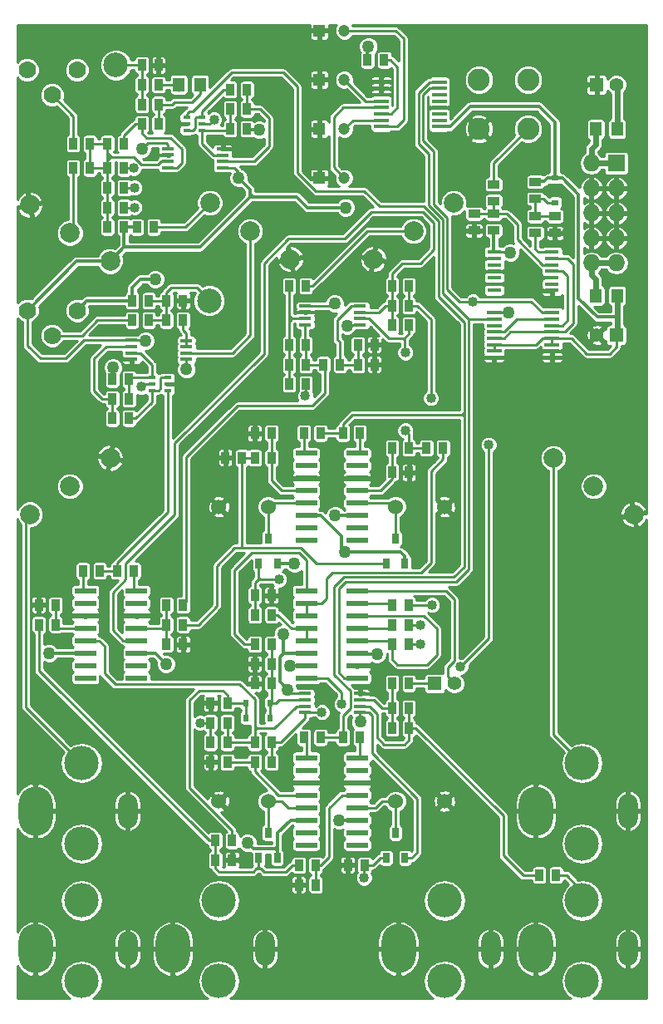
<source format=gbr>
%FSLAX46Y46*%
G04 Gerber Fmt 4.6, Leading zero omitted, Abs format (unit mm)*
G04 Created by KiCad (PCBNEW (2014-09-02 BZR 5112)-product) date 2015-05-06 10:35:48 PM*
%MOMM*%
G01*
G04 APERTURE LIST*
%ADD10C,0.100000*%
%ADD11R,0.812800X1.143000*%
%ADD12R,1.400000X1.400000*%
%ADD13C,1.400000*%
%ADD14R,1.143000X0.812800*%
%ADD15R,1.200000X1.200000*%
%ADD16C,1.200000*%
%ADD17R,0.609600X0.762000*%
%ADD18R,0.762000X0.609600*%
%ADD19R,1.727200X1.727200*%
%ADD20O,1.727200X1.727200*%
%ADD21R,0.701040X1.000760*%
%ADD22C,2.250000*%
%ADD23C,2.500000*%
%ADD24R,1.500000X0.450000*%
%ADD25R,1.450000X0.450000*%
%ADD26C,1.778000*%
%ADD27C,1.998980*%
%ADD28C,1.524000*%
%ADD29R,0.797560X0.398780*%
%ADD30R,1.300480X0.299720*%
%ADD31R,2.199640X0.599440*%
%ADD32R,1.143000X1.397000*%
%ADD33O,3.500000X5.000000*%
%ADD34O,2.000000X3.500000*%
%ADD35O,3.500000X3.500000*%
%ADD36C,1.016000*%
%ADD37C,1.270000*%
%ADD38C,0.254000*%
%ADD39C,0.609600*%
%ADD40C,0.355600*%
G04 APERTURE END LIST*
D10*
D11*
X41850900Y-47000000D03*
X40149100Y-47000000D03*
X22149100Y-50500000D03*
X23850900Y-50500000D03*
X52350900Y-41000000D03*
X50649100Y-41000000D03*
X47149100Y-45000000D03*
X48850900Y-45000000D03*
X35850900Y-21000000D03*
X34149100Y-21000000D03*
X32149100Y-83500000D03*
X33850900Y-83500000D03*
X38350900Y-79500000D03*
X36649100Y-79500000D03*
D12*
X55000000Y-79500000D03*
D13*
X57000000Y-79500000D03*
D11*
X52350900Y-84000000D03*
X50649100Y-84000000D03*
D14*
X59000000Y-31649100D03*
X59000000Y-33350900D03*
X67250000Y-31899100D03*
X67250000Y-33600900D03*
D12*
X73500000Y-44000000D03*
D13*
X71500000Y-44000000D03*
D12*
X71500000Y-18500000D03*
D13*
X73500000Y-18500000D03*
D15*
X43230000Y-13000000D03*
D16*
X45770000Y-13000000D03*
D15*
X43230000Y-18000000D03*
D16*
X45770000Y-18000000D03*
D15*
X43230000Y-23000000D03*
D16*
X45770000Y-23000000D03*
D15*
X43230000Y-28000000D03*
D16*
X45770000Y-28000000D03*
D17*
X38244600Y-81500000D03*
X35755400Y-81500000D03*
X35755400Y-83000000D03*
X38244600Y-83000000D03*
D18*
X67250000Y-28005400D03*
X67250000Y-30494600D03*
D19*
X73500000Y-26500000D03*
D20*
X70960000Y-26500000D03*
X73500000Y-29040000D03*
X70960000Y-29040000D03*
X73500000Y-31580000D03*
X70960000Y-31580000D03*
X73500000Y-34120000D03*
X70960000Y-34120000D03*
X73500000Y-36660000D03*
X70960000Y-36660000D03*
D21*
X51000000Y-64730000D03*
X50047500Y-67270000D03*
X51952500Y-67270000D03*
X38000000Y-64730000D03*
X37047500Y-67270000D03*
X38952500Y-67270000D03*
X38000000Y-94730000D03*
X37047500Y-97270000D03*
X38952500Y-97270000D03*
X51000000Y-94730000D03*
X50047500Y-97270000D03*
X51952500Y-97270000D03*
D11*
X24649100Y-33000000D03*
X26350900Y-33000000D03*
X21649100Y-31000000D03*
X23350900Y-31000000D03*
X21649100Y-29000000D03*
X23350900Y-29000000D03*
X21649100Y-27000000D03*
X23350900Y-27000000D03*
X19850900Y-27000000D03*
X18149100Y-27000000D03*
X19850900Y-24500000D03*
X18149100Y-24500000D03*
X40149100Y-39000000D03*
X41850900Y-39000000D03*
X40149100Y-49000000D03*
X41850900Y-49000000D03*
X27649100Y-42500000D03*
X29350900Y-42500000D03*
X21649100Y-33000000D03*
X23350900Y-33000000D03*
X25850900Y-42500000D03*
X24149100Y-42500000D03*
X27649100Y-40500000D03*
X29350900Y-40500000D03*
X23350900Y-24500000D03*
X21649100Y-24500000D03*
X41850900Y-45000000D03*
X40149100Y-45000000D03*
X25850900Y-40500000D03*
X24149100Y-40500000D03*
X26850900Y-22500000D03*
X25149100Y-22500000D03*
X26850900Y-20500000D03*
X25149100Y-20500000D03*
X45350900Y-47000000D03*
X43649100Y-47000000D03*
X23850900Y-52500000D03*
X22149100Y-52500000D03*
X23850900Y-48500000D03*
X22149100Y-48500000D03*
X48850900Y-47000000D03*
X47149100Y-47000000D03*
X26850900Y-18500000D03*
X25149100Y-18500000D03*
X50649100Y-39000000D03*
X52350900Y-39000000D03*
X26850900Y-16500000D03*
X25149100Y-16500000D03*
X52350900Y-43000000D03*
X50649100Y-43000000D03*
X34149100Y-19000000D03*
X35850900Y-19000000D03*
X34149100Y-23000000D03*
X35850900Y-23000000D03*
X50649100Y-55500000D03*
X52350900Y-55500000D03*
X52350900Y-58000000D03*
X50649100Y-58000000D03*
X24350900Y-68000000D03*
X22649100Y-68000000D03*
X47350900Y-54000000D03*
X45649100Y-54000000D03*
X33649100Y-56500000D03*
X35350900Y-56500000D03*
X27649100Y-71500000D03*
X29350900Y-71500000D03*
X27649100Y-73500000D03*
X29350900Y-73500000D03*
X29350900Y-75500000D03*
X27649100Y-75500000D03*
X38350900Y-56500000D03*
X36649100Y-56500000D03*
X36649100Y-54000000D03*
X38350900Y-54000000D03*
X41649100Y-54000000D03*
X43350900Y-54000000D03*
X38350900Y-70500000D03*
X36649100Y-70500000D03*
X48149100Y-16000000D03*
X49850900Y-16000000D03*
X38350900Y-72500000D03*
X36649100Y-72500000D03*
X55850900Y-55500000D03*
X54149100Y-55500000D03*
X38350900Y-75500000D03*
X36649100Y-75500000D03*
X33850900Y-85500000D03*
X32149100Y-85500000D03*
X36649100Y-77500000D03*
X38350900Y-77500000D03*
X50649100Y-79500000D03*
X52350900Y-79500000D03*
X38350900Y-85500000D03*
X36649100Y-85500000D03*
X32149100Y-81500000D03*
X33850900Y-81500000D03*
X32649100Y-95500000D03*
X34350900Y-95500000D03*
X52350900Y-82000000D03*
X50649100Y-82000000D03*
X36649100Y-87500000D03*
X38350900Y-87500000D03*
X32149100Y-87500000D03*
X33850900Y-87500000D03*
X67350900Y-99000000D03*
X65649100Y-99000000D03*
X19149100Y-68000000D03*
X20850900Y-68000000D03*
X41649100Y-85000000D03*
X43350900Y-85000000D03*
X34350900Y-97500000D03*
X32649100Y-97500000D03*
D14*
X61000000Y-31649100D03*
X61000000Y-33350900D03*
X65250000Y-33600900D03*
X65250000Y-31899100D03*
D11*
X16350900Y-73500000D03*
X14649100Y-73500000D03*
D14*
X65250000Y-30100900D03*
X65250000Y-28399100D03*
D11*
X14649100Y-71500000D03*
X16350900Y-71500000D03*
X42850900Y-98000000D03*
X41149100Y-98000000D03*
D14*
X61000000Y-30350900D03*
X61000000Y-28649100D03*
D11*
X41149100Y-100000000D03*
X42850900Y-100000000D03*
X47350900Y-85000000D03*
X45649100Y-85000000D03*
X46149100Y-98000000D03*
X47850900Y-98000000D03*
X50649100Y-75500000D03*
X52350900Y-75500000D03*
X50649100Y-71500000D03*
X52350900Y-71500000D03*
X50649100Y-73500000D03*
X52350900Y-73500000D03*
D22*
X59500000Y-18000000D03*
X64500000Y-18000000D03*
X64500000Y-23000000D03*
X59500000Y-23000000D03*
D23*
X32000000Y-40500000D03*
X22500000Y-16500000D03*
D24*
X49550000Y-22775000D03*
X49550000Y-22125000D03*
X49550000Y-21475000D03*
X49550000Y-20825000D03*
X49550000Y-20175000D03*
X49550000Y-19525000D03*
X49550000Y-18875000D03*
X49550000Y-18225000D03*
X55450000Y-18225000D03*
X55450000Y-18875000D03*
X55450000Y-19525000D03*
X55450000Y-20175000D03*
X55450000Y-20825000D03*
X55450000Y-21475000D03*
X55450000Y-22125000D03*
X55450000Y-22775000D03*
X66950000Y-41725000D03*
X66950000Y-42375000D03*
X66950000Y-43025000D03*
X66950000Y-43675000D03*
X66950000Y-44325000D03*
X66950000Y-44975000D03*
X66950000Y-45625000D03*
X66950000Y-46275000D03*
X61050000Y-46275000D03*
X61050000Y-45625000D03*
X61050000Y-44975000D03*
X61050000Y-44325000D03*
X61050000Y-43675000D03*
X61050000Y-43025000D03*
X61050000Y-42375000D03*
X61050000Y-41725000D03*
D25*
X66950000Y-35550000D03*
X66950000Y-36200000D03*
X66950000Y-36850000D03*
X66950000Y-37500000D03*
X66950000Y-38150000D03*
X66950000Y-38800000D03*
X66950000Y-39450000D03*
X61050000Y-39450000D03*
X61050000Y-38800000D03*
X61050000Y-38150000D03*
X61050000Y-37500000D03*
X61050000Y-36850000D03*
X61050000Y-36200000D03*
X61050000Y-35550000D03*
D26*
X13460000Y-17000000D03*
X16000000Y-19540000D03*
X18540000Y-17000000D03*
X13460000Y-41500000D03*
X16000000Y-44040000D03*
X18540000Y-41500000D03*
D27*
X17822777Y-33606433D03*
X21918537Y-36474315D03*
X13727017Y-30738551D03*
X36177223Y-33393567D03*
X32081463Y-30525685D03*
X40272983Y-36261449D03*
X17822777Y-59393567D03*
X13727017Y-62261449D03*
X21918537Y-56525685D03*
X71177223Y-59393567D03*
X67081463Y-56525685D03*
X75272983Y-62261449D03*
X52822777Y-33393567D03*
X48727017Y-36261449D03*
X56918537Y-30525685D03*
D28*
X51000000Y-91500000D03*
X56000000Y-91500000D03*
X38000000Y-91500000D03*
X33000000Y-91500000D03*
X38000000Y-61500000D03*
X33000000Y-61500000D03*
X51000000Y-61500000D03*
X56000000Y-61500000D03*
D29*
X27797560Y-48352300D03*
X27797560Y-49000000D03*
X27797560Y-49647700D03*
X26202440Y-49647700D03*
X26202440Y-49000000D03*
X26202440Y-48352300D03*
X29702440Y-23147700D03*
X29702440Y-22500000D03*
X29702440Y-21852300D03*
X31297560Y-21852300D03*
X31297560Y-22500000D03*
X31297560Y-23147700D03*
D30*
X41806000Y-82455400D03*
X41806000Y-81820400D03*
X41806000Y-81160000D03*
X41806000Y-80525000D03*
X47394000Y-80525000D03*
X47394000Y-81172700D03*
X47394000Y-81820400D03*
X47394000Y-82468100D03*
X41806000Y-42955400D03*
X41806000Y-42320400D03*
X41806000Y-41660000D03*
X41806000Y-41025000D03*
X47394000Y-41025000D03*
X47394000Y-41672700D03*
X47394000Y-42320400D03*
X47394000Y-42968100D03*
X29694000Y-44544600D03*
X29694000Y-45179600D03*
X29694000Y-45840000D03*
X29694000Y-46475000D03*
X24106000Y-46475000D03*
X24106000Y-45827300D03*
X24106000Y-45179600D03*
X24106000Y-44531900D03*
X27806000Y-26955400D03*
X27806000Y-26320400D03*
X27806000Y-25660000D03*
X27806000Y-25025000D03*
X33394000Y-25025000D03*
X33394000Y-25672700D03*
X33394000Y-26320400D03*
X33394000Y-26968100D03*
D31*
X47098420Y-56055000D03*
X47098420Y-57325000D03*
X47098420Y-58595000D03*
X47098420Y-59865000D03*
X47098420Y-61135000D03*
X47098420Y-62405000D03*
X47098420Y-63675000D03*
X47098420Y-64945000D03*
X41901580Y-64945000D03*
X41901580Y-63675000D03*
X41901580Y-62405000D03*
X41901580Y-61135000D03*
X41901580Y-59865000D03*
X41901580Y-58595000D03*
X41901580Y-57325000D03*
X41901580Y-56055000D03*
X24598420Y-70055000D03*
X24598420Y-71325000D03*
X24598420Y-72595000D03*
X24598420Y-73865000D03*
X24598420Y-75135000D03*
X24598420Y-76405000D03*
X24598420Y-77675000D03*
X24598420Y-78945000D03*
X19401580Y-78945000D03*
X19401580Y-77675000D03*
X19401580Y-76405000D03*
X19401580Y-75135000D03*
X19401580Y-73865000D03*
X19401580Y-72595000D03*
X19401580Y-71325000D03*
X19401580Y-70055000D03*
X47098420Y-87055000D03*
X47098420Y-88325000D03*
X47098420Y-89595000D03*
X47098420Y-90865000D03*
X47098420Y-92135000D03*
X47098420Y-93405000D03*
X47098420Y-94675000D03*
X47098420Y-95945000D03*
X41901580Y-95945000D03*
X41901580Y-94675000D03*
X41901580Y-93405000D03*
X41901580Y-92135000D03*
X41901580Y-90865000D03*
X41901580Y-89595000D03*
X41901580Y-88325000D03*
X41901580Y-87055000D03*
X41901580Y-78945000D03*
X41901580Y-77675000D03*
X41901580Y-76405000D03*
X41901580Y-75135000D03*
X41901580Y-73865000D03*
X41901580Y-72595000D03*
X41901580Y-71325000D03*
X41901580Y-70055000D03*
X47098420Y-70055000D03*
X47098420Y-71325000D03*
X47098420Y-72595000D03*
X47098420Y-73865000D03*
X47098420Y-75135000D03*
X47098420Y-76405000D03*
X47098420Y-77675000D03*
X47098420Y-78945000D03*
D32*
X28920500Y-18500000D03*
X31079500Y-18500000D03*
X73579500Y-23000000D03*
X71420500Y-23000000D03*
X73579500Y-40000000D03*
X71420500Y-40000000D03*
D33*
X65300000Y-106500000D03*
D34*
X74700000Y-106500000D03*
D35*
X70000000Y-101600000D03*
X70000000Y-109800000D03*
D33*
X28300000Y-106500000D03*
D34*
X37700000Y-106500000D03*
D35*
X33000000Y-101600000D03*
X33000000Y-109800000D03*
D33*
X51300000Y-106500000D03*
D34*
X60700000Y-106500000D03*
D35*
X56000000Y-101600000D03*
X56000000Y-109800000D03*
D33*
X65300000Y-92500000D03*
D34*
X74700000Y-92500000D03*
D35*
X70000000Y-87600000D03*
X70000000Y-95800000D03*
D33*
X14300000Y-92500000D03*
D34*
X23700000Y-92500000D03*
D35*
X19000000Y-87600000D03*
X19000000Y-95800000D03*
D33*
X14300000Y-106500000D03*
D34*
X23700000Y-106500000D03*
D35*
X19000000Y-101600000D03*
X19000000Y-109800000D03*
D36*
X39139820Y-68900000D03*
X53500000Y-73500000D03*
X54600000Y-50400000D03*
X26400000Y-25790720D03*
X52160171Y-59500000D03*
X35500000Y-77500000D03*
X28747679Y-22504810D03*
X50300000Y-47000000D03*
X35400000Y-97500000D03*
X26400000Y-72600000D03*
X65600000Y-38200000D03*
X36500000Y-25100000D03*
X31500000Y-49000000D03*
X39500000Y-70500000D03*
X49000000Y-79600000D03*
X68400000Y-33600000D03*
X31100000Y-83500000D03*
X47800000Y-99300000D03*
X53500000Y-75500000D03*
D37*
X48238640Y-14600000D03*
X35900000Y-95700000D03*
X40700000Y-67300000D03*
X45900000Y-31000000D03*
X49100000Y-76500000D03*
X62700000Y-35600000D03*
X62547810Y-41669265D03*
X25525990Y-44584983D03*
X35000000Y-27999996D03*
X15700000Y-76400000D03*
X46057295Y-43035141D03*
X47400000Y-83400000D03*
X40255941Y-77700000D03*
X45797518Y-66110692D03*
X45216020Y-93400000D03*
X40000000Y-80143980D03*
X29700000Y-47500000D03*
X22200000Y-47300000D03*
X44800000Y-40800000D03*
X37100000Y-23100000D03*
X26500000Y-38300000D03*
X27600000Y-77500000D03*
X25193290Y-24996087D03*
X39527332Y-74484231D03*
X44854355Y-62345645D03*
D36*
X24400000Y-31000000D03*
X41800002Y-50200000D03*
X25112997Y-49278625D03*
X32500000Y-22060180D03*
X24400000Y-29000000D03*
X24299998Y-27000000D03*
X52000000Y-53700000D03*
X52000000Y-45800000D03*
X43500000Y-82400000D03*
X54700000Y-71500000D03*
X60500000Y-55200000D03*
X57600000Y-77800000D03*
X58904941Y-40583999D03*
X45500000Y-81600000D03*
D38*
X41806000Y-44955100D02*
X41850900Y-45000000D01*
X41806000Y-42955400D02*
X41806000Y-44955100D01*
X41850900Y-45000000D02*
X41850900Y-47000000D01*
X43649100Y-47000000D02*
X41850900Y-47000000D01*
X43800000Y-49900000D02*
X43800000Y-47150900D01*
X43800000Y-47150900D02*
X43649100Y-47000000D01*
X42500000Y-51200000D02*
X43800000Y-49900000D01*
X34900000Y-51200000D02*
X42500000Y-51200000D01*
X29700000Y-56400000D02*
X34900000Y-51200000D01*
X29700000Y-71150900D02*
X29700000Y-56400000D01*
X29350900Y-71500000D02*
X29700000Y-71150900D01*
X40149100Y-45000000D02*
X40149100Y-44174500D01*
X40149100Y-42249100D02*
X40220400Y-42320400D01*
X40149100Y-39000000D02*
X40149100Y-42249100D01*
X40149100Y-45000000D02*
X40149100Y-47000000D01*
X40149100Y-47000000D02*
X40149100Y-49000000D01*
X40401087Y-42297367D02*
X40149100Y-42045380D01*
X40401087Y-42320400D02*
X40401087Y-42297367D01*
X40149100Y-42045380D02*
X40149100Y-39000000D01*
X40220400Y-42320400D02*
X40401087Y-42320400D01*
X40401087Y-42320400D02*
X41806000Y-42320400D01*
X40401087Y-42320400D02*
X40401087Y-42352031D01*
X40401087Y-42352031D02*
X40149100Y-42604018D01*
X40149100Y-42604018D02*
X40149100Y-42045380D01*
X40149100Y-44174500D02*
X40149100Y-42604018D01*
X22149100Y-50500000D02*
X22149100Y-52500000D01*
X21100000Y-50500000D02*
X22149100Y-50500000D01*
X20300000Y-49700000D02*
X21100000Y-50500000D01*
X21520400Y-45179600D02*
X20300000Y-46400000D01*
X20300000Y-46400000D02*
X20300000Y-49700000D01*
X24106000Y-45179600D02*
X21520400Y-45179600D01*
X23998600Y-48352300D02*
X26202440Y-48352300D01*
X23850900Y-48500000D02*
X23998600Y-48352300D01*
X26202440Y-47898910D02*
X26202440Y-48352300D01*
X26202440Y-47019500D02*
X26202440Y-47898910D01*
X25010240Y-45827300D02*
X26202440Y-47019500D01*
X24106000Y-45827300D02*
X25010240Y-45827300D01*
X23850900Y-50500000D02*
X23850900Y-48500000D01*
X37047500Y-68852500D02*
X37095000Y-68900000D01*
X39100000Y-68900000D02*
X39139820Y-68900000D01*
X36649100Y-72500000D02*
X36649100Y-70500000D01*
X36649100Y-69250900D02*
X36649100Y-70500000D01*
X37047500Y-68852500D02*
X36649100Y-69250900D01*
X52350900Y-41000000D02*
X52350900Y-39000000D01*
X36649100Y-72500000D02*
X36649100Y-70672300D01*
X52350900Y-73500000D02*
X53500000Y-73500000D01*
X37047500Y-68703740D02*
X37243760Y-68900000D01*
X37047500Y-68664561D02*
X37047500Y-68703740D01*
X37243760Y-68900000D02*
X39100000Y-68900000D01*
X37095000Y-68900000D02*
X37243760Y-68900000D01*
X37047500Y-67270000D02*
X37047500Y-68664561D01*
X37047500Y-68664561D02*
X37047500Y-68852500D01*
X54600000Y-49681580D02*
X54600000Y-50400000D01*
X54600000Y-42400000D02*
X54600000Y-49681580D01*
X53200000Y-41000000D02*
X54600000Y-42400000D01*
X52350900Y-41000000D02*
X53200000Y-41000000D01*
X50649100Y-39000000D02*
X50649100Y-41000000D01*
X48298240Y-41672700D02*
X47394000Y-41672700D01*
X49316000Y-41672700D02*
X48298240Y-41672700D01*
X49988700Y-41000000D02*
X49316000Y-41672700D01*
X50649100Y-41000000D02*
X49988700Y-41000000D01*
X50649100Y-43000000D02*
X50649100Y-41000000D01*
X54900000Y-35300000D02*
X53500000Y-36700000D01*
X54900000Y-32600000D02*
X54900000Y-35300000D01*
X53800000Y-31500000D02*
X54900000Y-32600000D01*
X48500000Y-31500000D02*
X53800000Y-31500000D01*
X45800000Y-34200000D02*
X48500000Y-31500000D01*
X37600000Y-36700000D02*
X40100000Y-34200000D01*
X50649100Y-37750900D02*
X50649100Y-39000000D01*
X37600000Y-45900000D02*
X37600000Y-36700000D01*
X28500000Y-55000000D02*
X37600000Y-45900000D01*
X28500000Y-62278638D02*
X28500000Y-55000000D01*
X23500000Y-68900000D02*
X23500000Y-67278638D01*
X40100000Y-34200000D02*
X45800000Y-34200000D01*
X23500000Y-67278638D02*
X28500000Y-62278638D01*
X22200000Y-70200000D02*
X23500000Y-68900000D01*
X22200000Y-74090400D02*
X22200000Y-70200000D01*
X51700000Y-36700000D02*
X50649100Y-37750900D01*
X53500000Y-36700000D02*
X51700000Y-36700000D01*
X23244600Y-75135000D02*
X22200000Y-74090400D01*
X24598420Y-75135000D02*
X23244600Y-75135000D01*
X47149100Y-45000000D02*
X47149100Y-47000000D01*
X45350900Y-47000000D02*
X47149100Y-47000000D01*
X45350900Y-44750900D02*
X45350900Y-47000000D01*
X45041294Y-44441294D02*
X45350900Y-44750900D01*
X45041294Y-42473466D02*
X45041294Y-44441294D01*
X46489760Y-41025000D02*
X45041294Y-42473466D01*
X47394000Y-41025000D02*
X46489760Y-41025000D01*
X26530720Y-25660000D02*
X26400000Y-25790720D01*
X27806000Y-25660000D02*
X26530720Y-25660000D01*
X52350900Y-58000000D02*
X52350900Y-59309271D01*
X52350900Y-59309271D02*
X52160171Y-59500000D01*
X36649100Y-77500000D02*
X35500000Y-77500000D01*
D39*
X71420500Y-43920500D02*
X71500000Y-44000000D01*
D38*
X34580900Y-97270000D02*
X34350900Y-97500000D01*
X28752489Y-22500000D02*
X28747679Y-22504810D01*
X29702440Y-22500000D02*
X28752489Y-22500000D01*
X48850900Y-47000000D02*
X50300000Y-47000000D01*
X34350900Y-97500000D02*
X35400000Y-97500000D01*
X26395000Y-72595000D02*
X26400000Y-72600000D01*
X24598420Y-72595000D02*
X26395000Y-72595000D01*
X65650000Y-38150000D02*
X65600000Y-38200000D01*
X66950000Y-38150000D02*
X65650000Y-38150000D01*
X27797560Y-49000000D02*
X31500000Y-49000000D01*
X38350900Y-70500000D02*
X39500000Y-70500000D01*
X68399100Y-33600900D02*
X68400000Y-33600000D01*
X67250000Y-33600900D02*
X68399100Y-33600900D01*
X35850900Y-19000000D02*
X35850900Y-21000000D01*
X34298240Y-26320400D02*
X33394000Y-26320400D01*
X36579600Y-26320400D02*
X34298240Y-26320400D01*
X38116001Y-24783999D02*
X36579600Y-26320400D01*
X38116001Y-21916001D02*
X38116001Y-24783999D01*
X37200000Y-21000000D02*
X38116001Y-21916001D01*
X35850900Y-21000000D02*
X37200000Y-21000000D01*
X34149100Y-21000000D02*
X34149100Y-23000000D01*
X31297560Y-23601090D02*
X31297560Y-23147700D01*
X31297560Y-24480500D02*
X31297560Y-23601090D01*
X32489760Y-25672700D02*
X31297560Y-24480500D01*
X33394000Y-25672700D02*
X32489760Y-25672700D01*
X34001400Y-23147700D02*
X34149100Y-23000000D01*
X31297560Y-23147700D02*
X34001400Y-23147700D01*
X50635000Y-61135000D02*
X51000000Y-61500000D01*
X47098420Y-61135000D02*
X50635000Y-61135000D01*
X51000000Y-63975620D02*
X51000000Y-61500000D01*
X51000000Y-64730000D02*
X51000000Y-63975620D01*
X38365000Y-61135000D02*
X38000000Y-61500000D01*
X41901580Y-61135000D02*
X38365000Y-61135000D01*
X38000000Y-63975620D02*
X38000000Y-61500000D01*
X38000000Y-64730000D02*
X38000000Y-63975620D01*
X32149100Y-83500000D02*
X32149100Y-85500000D01*
X49442980Y-97270000D02*
X48712980Y-98000000D01*
X50047500Y-97270000D02*
X49442980Y-97270000D01*
X48712980Y-98000000D02*
X47850900Y-98000000D01*
X31100000Y-83500000D02*
X32149100Y-83500000D01*
X47800000Y-98050900D02*
X47850900Y-98000000D01*
X47800000Y-99300000D02*
X47800000Y-98050900D01*
X52350900Y-75500000D02*
X53500000Y-75500000D01*
X36649100Y-85500000D02*
X36649100Y-85334900D01*
X36649100Y-81113538D02*
X35110483Y-79574921D01*
X35110483Y-79574921D02*
X22424921Y-79574921D01*
X22424921Y-79574921D02*
X21336000Y-78486000D01*
X21336000Y-78486000D02*
X21336000Y-75692000D01*
X21336000Y-75692000D02*
X20779000Y-75135000D01*
X20779000Y-75135000D02*
X19401580Y-75135000D01*
X33850900Y-83500000D02*
X33850900Y-85500000D01*
X36649100Y-85500000D02*
X33850900Y-85500000D01*
X33850900Y-85500000D02*
X33850900Y-85665100D01*
X40901760Y-81820400D02*
X38665940Y-84056220D01*
X41806000Y-81820400D02*
X40901760Y-81820400D01*
X36649100Y-83825752D02*
X36879568Y-84056220D01*
X36649100Y-83820687D02*
X36649100Y-83825752D01*
X36879568Y-84056220D02*
X36649100Y-84056220D01*
X38665940Y-84056220D02*
X36879568Y-84056220D01*
X36649100Y-84056220D02*
X36649100Y-83820687D01*
X36649100Y-83820687D02*
X36649100Y-81113538D01*
X36869380Y-84056220D02*
X36649100Y-84276500D01*
X36879568Y-84056220D02*
X36869380Y-84056220D01*
X36649100Y-84276500D02*
X36649100Y-84056220D01*
X36649100Y-85500000D02*
X36649100Y-84276500D01*
X39143400Y-81160000D02*
X38803400Y-81500000D01*
X41806000Y-81160000D02*
X39143400Y-81160000D01*
X38803400Y-81500000D02*
X38244600Y-81500000D01*
X38244600Y-83000000D02*
X38244600Y-81500000D01*
X38350900Y-81393700D02*
X38244600Y-81500000D01*
X38350900Y-79500000D02*
X38350900Y-81393700D01*
X38350900Y-77500000D02*
X38350900Y-79500000D01*
X38350900Y-75500000D02*
X38350900Y-77500000D01*
X52350900Y-79500000D02*
X55000000Y-79500000D01*
X57000000Y-70900000D02*
X56155000Y-70055000D01*
X57000000Y-79500000D02*
X56300001Y-78800001D01*
X56300001Y-78800001D02*
X56300001Y-77859461D01*
X56300001Y-77859461D02*
X57000000Y-77159462D01*
X57000000Y-77159462D02*
X57000000Y-70900000D01*
X56155000Y-70055000D02*
X48452240Y-70055000D01*
X48452240Y-70055000D02*
X47098420Y-70055000D01*
X47394000Y-81820400D02*
X48338834Y-81820400D01*
X48338834Y-81820400D02*
X49108010Y-82589576D01*
X49108010Y-82589576D02*
X49108010Y-85008010D01*
X49108010Y-85008010D02*
X49800000Y-85700000D01*
X49800000Y-85700000D02*
X51900000Y-85700000D01*
X51900000Y-85700000D02*
X52350900Y-85249100D01*
X52350900Y-85249100D02*
X52350900Y-84000000D01*
X65649100Y-99000000D02*
X65589100Y-99060000D01*
X65589100Y-99060000D02*
X64008000Y-99060000D01*
X64008000Y-99060000D02*
X61976000Y-97028000D01*
X61976000Y-97028000D02*
X61976000Y-92964700D01*
X61976000Y-92964700D02*
X53011300Y-84000000D01*
X53011300Y-84000000D02*
X52350900Y-84000000D01*
X52350900Y-84000000D02*
X52350900Y-82000000D01*
X50649100Y-84000000D02*
X50649100Y-82000000D01*
X50649100Y-79500000D02*
X50649100Y-82000000D01*
X47394000Y-81172700D02*
X48772700Y-81172700D01*
X49600000Y-82000000D02*
X50649100Y-82000000D01*
X48772700Y-81172700D02*
X49600000Y-82000000D01*
D40*
X23350900Y-35041952D02*
X31058048Y-35041952D01*
X31058048Y-35041952D02*
X36139801Y-29960199D01*
X36139801Y-29960199D02*
X36139801Y-29919762D01*
X67250000Y-28005400D02*
X67250000Y-22350000D01*
X67250000Y-22350000D02*
X65600000Y-20700000D01*
X65600000Y-20700000D02*
X58627242Y-20700000D01*
X58627242Y-20700000D02*
X56545441Y-22781801D01*
X56545441Y-22781801D02*
X55450000Y-22781801D01*
X48149100Y-14689540D02*
X48238640Y-14600000D01*
X48149100Y-16000000D02*
X48149100Y-14689540D01*
D38*
X51952500Y-97270000D02*
X52630000Y-97270000D01*
X52630000Y-97270000D02*
X53200000Y-96700000D01*
X48268100Y-82468100D02*
X47394000Y-82468100D01*
X53200000Y-96700000D02*
X53200000Y-91200000D01*
X53200000Y-91200000D02*
X48600000Y-86600000D01*
X48600000Y-86600000D02*
X48600000Y-82800000D01*
X48600000Y-82800000D02*
X48268100Y-82468100D01*
D40*
X38952306Y-96334999D02*
X38952500Y-96334805D01*
X35900000Y-95700000D02*
X36534999Y-96334999D01*
X40670000Y-67270000D02*
X40700000Y-67300000D01*
X38952500Y-67270000D02*
X40670000Y-67270000D01*
X40919762Y-29919762D02*
X42000000Y-31000000D01*
X42000000Y-31000000D02*
X45001975Y-31000000D01*
X45001975Y-31000000D02*
X45900000Y-31000000D01*
X49100000Y-76500000D02*
X47193420Y-76500000D01*
X47193420Y-76500000D02*
X47098420Y-76405000D01*
D38*
X62700000Y-35600000D02*
X62650000Y-35550000D01*
X62650000Y-35550000D02*
X61050000Y-35550000D01*
X61050000Y-41725000D02*
X62492075Y-41725000D01*
X62492075Y-41725000D02*
X62547810Y-41669265D01*
X66950000Y-44325000D02*
X68925000Y-44325000D01*
X72800000Y-45900000D02*
X73500000Y-45200000D01*
X68925000Y-44325000D02*
X70500000Y-45900000D01*
X70500000Y-45900000D02*
X72800000Y-45900000D01*
X73500000Y-45200000D02*
X73500000Y-44000000D01*
D39*
X73579500Y-40000000D02*
X73579500Y-42170369D01*
D40*
X69658810Y-29677610D02*
X69658810Y-40285552D01*
D39*
X73579500Y-42170369D02*
X73579500Y-43920500D01*
D40*
X67250000Y-28005400D02*
X67986600Y-28005400D01*
X67986600Y-28005400D02*
X69658810Y-29677610D01*
X69658810Y-40285552D02*
X71543627Y-42170369D01*
X71543627Y-42170369D02*
X73579500Y-42170369D01*
D38*
X62054000Y-44975000D02*
X61050000Y-44975000D01*
X65296000Y-44975000D02*
X62054000Y-44975000D01*
X65946000Y-44325000D02*
X65296000Y-44975000D01*
X66950000Y-44325000D02*
X65946000Y-44325000D01*
X61050000Y-44975000D02*
X61050000Y-45625000D01*
X66950000Y-44325000D02*
X66950000Y-44975000D01*
D40*
X23350900Y-33000000D02*
X24649100Y-33000000D01*
X23350900Y-35041952D02*
X23350900Y-33000000D01*
X21918537Y-36474315D02*
X23350900Y-35041952D01*
X18485685Y-36474315D02*
X13460000Y-41500000D01*
X21918537Y-36474315D02*
X18485685Y-36474315D01*
X66513400Y-28005400D02*
X66168800Y-28350000D01*
X67250000Y-28005400D02*
X66513400Y-28005400D01*
X65299100Y-28350000D02*
X65250000Y-28399100D01*
X66168800Y-28350000D02*
X65299100Y-28350000D01*
X61000000Y-35500000D02*
X61043199Y-35543199D01*
X61000000Y-33350900D02*
X61000000Y-35500000D01*
D39*
X73579500Y-43920500D02*
X73500000Y-44000000D01*
D40*
X25510973Y-44600000D02*
X25500000Y-44600000D01*
X25525990Y-44584983D02*
X25510973Y-44600000D01*
D38*
X25472907Y-44531900D02*
X25525990Y-44584983D01*
X24106000Y-44531900D02*
X25472907Y-44531900D01*
X24106000Y-44531900D02*
X19268100Y-44531900D01*
X19268100Y-44531900D02*
X17400000Y-46400000D01*
X17400000Y-46400000D02*
X14800000Y-46400000D01*
X13460000Y-45060000D02*
X13460000Y-41500000D01*
X14800000Y-46400000D02*
X13460000Y-45060000D01*
X34568100Y-26968100D02*
X35000000Y-27400000D01*
X35000000Y-27400000D02*
X35000000Y-27999996D01*
X33394000Y-26968100D02*
X34568100Y-26968100D01*
D40*
X36139801Y-29139797D02*
X35634999Y-28634995D01*
X35634999Y-28634995D02*
X35000000Y-27999996D01*
X15705000Y-76405000D02*
X15700000Y-76400000D01*
X19401580Y-76405000D02*
X15705000Y-76405000D01*
D38*
X46124336Y-42968100D02*
X46057295Y-43035141D01*
X47394000Y-42968100D02*
X46124336Y-42968100D01*
D40*
X38952500Y-94747500D02*
X40295000Y-93405000D01*
X40295000Y-93405000D02*
X41901580Y-93405000D01*
D38*
X47394000Y-83394000D02*
X47400000Y-83400000D01*
X47394000Y-82468100D02*
X47394000Y-83394000D01*
D40*
X41901580Y-77675000D02*
X40280941Y-77675000D01*
X40280941Y-77675000D02*
X40255941Y-77700000D01*
X46695543Y-66110692D02*
X45797518Y-66110692D01*
X51510692Y-66110692D02*
X46695543Y-66110692D01*
X51952500Y-66552500D02*
X51510692Y-66110692D01*
X51952500Y-67270000D02*
X51952500Y-66552500D01*
X43405000Y-62405000D02*
X45500000Y-64500000D01*
X45500000Y-64500000D02*
X45500000Y-65813174D01*
X41901580Y-62405000D02*
X43405000Y-62405000D01*
X45500000Y-65813174D02*
X45797518Y-66110692D01*
X36139801Y-29563573D02*
X36495990Y-29919762D01*
X36139801Y-29519880D02*
X36139801Y-29563573D01*
X36495990Y-29919762D02*
X40919762Y-29919762D01*
X36139801Y-29919762D02*
X36495990Y-29919762D01*
X36139801Y-29919762D02*
X36139801Y-29519880D01*
X36139801Y-29519880D02*
X36139801Y-29139797D01*
X38952500Y-96560845D02*
X38726654Y-96334999D01*
X38952500Y-96628857D02*
X38952500Y-96560845D01*
X38726654Y-96334999D02*
X38952306Y-96334999D01*
X36534999Y-96334999D02*
X38726654Y-96334999D01*
X38952500Y-97270000D02*
X38952500Y-96628857D01*
X38952500Y-96628857D02*
X38952500Y-96334805D01*
X38726654Y-96322512D02*
X38952500Y-96096666D01*
X38726654Y-96334999D02*
X38726654Y-96322512D01*
X38952500Y-96096666D02*
X38952500Y-94747500D01*
X38952500Y-96334805D02*
X38952500Y-96096666D01*
X45221020Y-93405000D02*
X45216020Y-93400000D01*
X47098420Y-93405000D02*
X45221020Y-93405000D01*
X41901580Y-76405000D02*
X39595000Y-76405000D01*
X39595000Y-76405000D02*
X39189101Y-76810899D01*
X39189101Y-76810899D02*
X39189101Y-79333081D01*
X39189101Y-79333081D02*
X39365001Y-79508981D01*
X39365001Y-79508981D02*
X40000000Y-80143980D01*
X39527332Y-74484231D02*
X39527332Y-76405000D01*
X39527332Y-76405000D02*
X41901580Y-76405000D01*
D38*
X40381020Y-80525000D02*
X40000000Y-80143980D01*
X41806000Y-80525000D02*
X40381020Y-80525000D01*
D39*
X73579500Y-18579500D02*
X73500000Y-18500000D01*
X73579500Y-23000000D02*
X73579500Y-18579500D01*
D40*
X19540000Y-40500000D02*
X18540000Y-41500000D01*
X24149100Y-40500000D02*
X19540000Y-40500000D01*
D38*
X29694000Y-47494000D02*
X29700000Y-47500000D01*
X29694000Y-46475000D02*
X29694000Y-47494000D01*
X22149100Y-47350900D02*
X22200000Y-47300000D01*
X22149100Y-48500000D02*
X22149100Y-47350900D01*
X44575000Y-41025000D02*
X44800000Y-40800000D01*
X41806000Y-41025000D02*
X44575000Y-41025000D01*
D40*
X35950900Y-23100000D02*
X35850900Y-23000000D01*
X37100000Y-23100000D02*
X35950900Y-23100000D01*
X26500000Y-38300000D02*
X25000000Y-38300000D01*
X24149100Y-39150900D02*
X24149100Y-40500000D01*
X25000000Y-38300000D02*
X24149100Y-39150900D01*
X27600000Y-77500000D02*
X26505000Y-76405000D01*
X26505000Y-76405000D02*
X24598420Y-76405000D01*
D38*
X25789377Y-24400000D02*
X25193290Y-24996087D01*
X27600000Y-24400000D02*
X25789377Y-24400000D01*
X27806000Y-24606000D02*
X27600000Y-24400000D01*
X27806000Y-25025000D02*
X27806000Y-24606000D01*
D40*
X47098420Y-62405000D02*
X44913710Y-62405000D01*
X44913710Y-62405000D02*
X44854355Y-62345645D01*
D38*
X38000000Y-94730000D02*
X38000000Y-91500000D01*
X41901580Y-92135000D02*
X40035000Y-92135000D01*
X39400000Y-91500000D02*
X38000000Y-91500000D01*
X40035000Y-92135000D02*
X39400000Y-91500000D01*
X61000000Y-31649100D02*
X61000000Y-30350900D01*
X59000000Y-31649100D02*
X61000000Y-31649100D01*
X65971000Y-36850000D02*
X63400000Y-34279000D01*
X66950000Y-36850000D02*
X65971000Y-36850000D01*
X63400000Y-34279000D02*
X63400000Y-32700000D01*
X62349100Y-31649100D02*
X61000000Y-31649100D01*
X63400000Y-32700000D02*
X62349100Y-31649100D01*
X65250000Y-31899100D02*
X65250000Y-30100900D01*
X65250000Y-31899100D02*
X67250000Y-31899100D01*
X66494600Y-30494600D02*
X67250000Y-30494600D01*
X66100900Y-30100900D02*
X66494600Y-30494600D01*
X65250000Y-30100900D02*
X66100900Y-30100900D01*
X51000000Y-93975620D02*
X51000000Y-91500000D01*
X51000000Y-94730000D02*
X51000000Y-93975620D01*
X49600000Y-91500000D02*
X51000000Y-91500000D01*
X48965000Y-92135000D02*
X49600000Y-91500000D01*
X47098420Y-92135000D02*
X48965000Y-92135000D01*
X51125000Y-22775000D02*
X49550000Y-22775000D01*
X51800000Y-22100000D02*
X51125000Y-22775000D01*
X51800000Y-13800000D02*
X51800000Y-22100000D01*
X51000000Y-13000000D02*
X51800000Y-13800000D01*
X45770000Y-13000000D02*
X51000000Y-13000000D01*
X45770000Y-17951000D02*
X45770000Y-18000000D01*
X47945000Y-20175000D02*
X49550000Y-20175000D01*
X45770000Y-18000000D02*
X47945000Y-20175000D01*
X46645000Y-22125000D02*
X45770000Y-23000000D01*
X49550000Y-22125000D02*
X46645000Y-22125000D01*
X49550000Y-20825000D02*
X45675000Y-20825000D01*
X45675000Y-20825000D02*
X44700000Y-21800000D01*
X44700000Y-26930000D02*
X45770000Y-28000000D01*
X44700000Y-21800000D02*
X44700000Y-26930000D01*
X33850900Y-81500000D02*
X35755400Y-81500000D01*
X35755400Y-81500000D02*
X35755400Y-83000000D01*
X30000000Y-90100000D02*
X34350900Y-94450900D01*
X30000000Y-81200000D02*
X30000000Y-90100000D01*
X31000000Y-80200000D02*
X30000000Y-81200000D01*
X33376400Y-80200000D02*
X31000000Y-80200000D01*
X33850900Y-80674500D02*
X33376400Y-80200000D01*
X34350900Y-94450900D02*
X34350900Y-95500000D01*
X33850900Y-81500000D02*
X33850900Y-80674500D01*
X23350900Y-31000000D02*
X24400000Y-31000000D01*
X13727017Y-62261449D02*
X13300000Y-62688466D01*
X13300000Y-62688466D02*
X13300000Y-81900000D01*
X13300000Y-81900000D02*
X19000000Y-87600000D01*
X67081463Y-84681463D02*
X67081463Y-56525685D01*
X70000000Y-87600000D02*
X67081463Y-84681463D01*
X41850900Y-49000000D02*
X41850900Y-50149102D01*
X41850900Y-50149102D02*
X41800002Y-50200000D01*
X70000000Y-100600000D02*
X70000000Y-101600000D01*
X68400000Y-99000000D02*
X70000000Y-100600000D01*
X67350900Y-99000000D02*
X68400000Y-99000000D01*
D39*
X73500000Y-26500000D02*
X70960000Y-26500000D01*
X71420500Y-23000000D02*
X71420500Y-24579500D01*
X70960000Y-25040000D02*
X70960000Y-26500000D01*
X71420500Y-24579500D02*
X70960000Y-25040000D01*
X70960000Y-36660000D02*
X73500000Y-36660000D01*
X73579500Y-36739500D02*
X73500000Y-36660000D01*
X70960000Y-37881314D02*
X70960000Y-36660000D01*
X71420500Y-38341814D02*
X70960000Y-37881314D01*
X71420500Y-40000000D02*
X71420500Y-38341814D01*
D38*
X27144780Y-48352300D02*
X27797560Y-48352300D01*
X27068579Y-48428501D02*
X27144780Y-48352300D01*
X27068579Y-49434341D02*
X27068579Y-48428501D01*
X26855220Y-49647700D02*
X27068579Y-49434341D01*
X26202440Y-49647700D02*
X26855220Y-49647700D01*
X24511300Y-52500000D02*
X23850900Y-52500000D01*
X26202440Y-50808860D02*
X24511300Y-52500000D01*
X26202440Y-49647700D02*
X26202440Y-50808860D01*
X22649100Y-68000000D02*
X20850900Y-68000000D01*
X27797560Y-50101090D02*
X27797560Y-49647700D01*
X27797560Y-62026040D02*
X27797560Y-50101090D01*
X22649100Y-67174500D02*
X27797560Y-62026040D01*
X22649100Y-68000000D02*
X22649100Y-67174500D01*
X27649100Y-40500000D02*
X27649100Y-42500000D01*
X25850900Y-40500000D02*
X27649100Y-40500000D01*
X25850900Y-42500000D02*
X27649100Y-42500000D01*
X27649100Y-39650900D02*
X27649100Y-40500000D01*
X28100000Y-39200000D02*
X27649100Y-39650900D01*
X30800000Y-39200000D02*
X28100000Y-39200000D01*
X32000000Y-40400000D02*
X30800000Y-39200000D01*
X32000000Y-40500000D02*
X32000000Y-40400000D01*
X25391622Y-49000000D02*
X25112997Y-49278625D01*
X26202440Y-49000000D02*
X25391622Y-49000000D01*
X30644780Y-21852300D02*
X31297560Y-21852300D01*
X30568579Y-21928501D02*
X30644780Y-21852300D01*
X30568579Y-22934341D02*
X30568579Y-21928501D01*
X30355220Y-23147700D02*
X30568579Y-22934341D01*
X29702440Y-23147700D02*
X30355220Y-23147700D01*
X31297560Y-21202440D02*
X31297560Y-21852300D01*
X33500000Y-19000000D02*
X31297560Y-21202440D01*
X34149100Y-19000000D02*
X33500000Y-19000000D01*
X43350900Y-85000000D02*
X45649100Y-85000000D01*
X43350900Y-54000000D02*
X45649100Y-54000000D01*
X43350900Y-53834900D02*
X43350900Y-54000000D01*
X57926273Y-52100000D02*
X58000000Y-52026273D01*
X45649100Y-53050900D02*
X46600000Y-52100000D01*
X45649100Y-54000000D02*
X45649100Y-53050900D01*
X58000000Y-51862151D02*
X57762151Y-52100000D01*
X58000000Y-51790780D02*
X58000000Y-51862151D01*
X57762151Y-52100000D02*
X57926273Y-52100000D01*
X46600000Y-52100000D02*
X57762151Y-52100000D01*
X58000000Y-52026273D02*
X58000000Y-51790780D01*
X57770242Y-52100000D02*
X58000000Y-52329758D01*
X57762151Y-52100000D02*
X57770242Y-52100000D01*
X58000000Y-52329758D02*
X58000000Y-52026273D01*
X53789383Y-68657209D02*
X53803802Y-68642790D01*
X45649100Y-85000000D02*
X45649100Y-82791436D01*
X53803802Y-68642790D02*
X56957210Y-68642790D01*
X56957210Y-68642790D02*
X58000000Y-67600000D01*
X45742790Y-68657210D02*
X53789383Y-68657209D01*
X45649100Y-82791436D02*
X46413559Y-82026977D01*
X58000000Y-67600000D02*
X58000000Y-52329758D01*
X46413559Y-82026977D02*
X46413559Y-80260151D01*
X46413559Y-80260151D02*
X44742791Y-78589383D01*
X44742791Y-78589383D02*
X44742792Y-69657208D01*
X44742792Y-69657208D02*
X45742790Y-68657210D01*
X30000480Y-21199520D02*
X29702440Y-21497560D01*
X30355220Y-21199520D02*
X30000480Y-21199520D01*
X41000000Y-18700000D02*
X39550000Y-17250000D01*
X41000000Y-27500000D02*
X41000000Y-18700000D01*
X42860952Y-29360952D02*
X41000000Y-27500000D01*
X47807544Y-29360952D02*
X42860952Y-29360952D01*
X49346592Y-30900000D02*
X47807544Y-29360952D01*
X34304740Y-17250000D02*
X30355220Y-21199520D01*
X53846592Y-30900000D02*
X49346592Y-30900000D01*
X29702440Y-21497560D02*
X29702440Y-21852300D01*
X39550000Y-17250000D02*
X34304740Y-17250000D01*
X55357210Y-32410618D02*
X53846592Y-30900000D01*
X55357210Y-40057210D02*
X55357210Y-32410618D01*
X58000000Y-42700000D02*
X55357210Y-40057210D01*
X58000000Y-51790780D02*
X58000000Y-42700000D01*
X25149100Y-16500000D02*
X25149100Y-18500000D01*
X25149100Y-20500000D02*
X25149100Y-18500000D01*
X24488700Y-16500000D02*
X22500000Y-16500000D01*
X25149100Y-16500000D02*
X24488700Y-16500000D01*
X31297560Y-22500000D02*
X32060180Y-22500000D01*
X32060180Y-22500000D02*
X32500000Y-22060180D01*
X35350900Y-56500000D02*
X35400000Y-56500000D01*
X35400000Y-56500000D02*
X35363816Y-56536184D01*
X35363816Y-56536184D02*
X35363816Y-65700000D01*
X35363816Y-65700000D02*
X34600000Y-65700000D01*
X34600000Y-65700000D02*
X32800000Y-67500000D01*
X30900000Y-73500000D02*
X29350900Y-73500000D01*
X32800000Y-67500000D02*
X32800000Y-71600000D01*
X32800000Y-71600000D02*
X30900000Y-73500000D01*
X35350900Y-56500000D02*
X36649100Y-56500000D01*
X41350274Y-65700000D02*
X35363816Y-65700000D01*
X42920274Y-67270000D02*
X41350274Y-65700000D01*
X50047500Y-67270000D02*
X42920274Y-67270000D01*
X32649100Y-95500000D02*
X32649100Y-97500000D01*
X31988700Y-95500000D02*
X32649100Y-95500000D01*
X14649100Y-78160400D02*
X31988700Y-95500000D01*
X14649100Y-73500000D02*
X14649100Y-78160400D01*
X37047500Y-98152500D02*
X37047500Y-97270000D01*
X33023600Y-98700000D02*
X36500000Y-98700000D01*
X32649100Y-98325500D02*
X33023600Y-98700000D01*
X32649100Y-97500000D02*
X32649100Y-98325500D01*
X37047500Y-98147500D02*
X37047500Y-97270000D01*
X39788700Y-98700000D02*
X37600000Y-98700000D01*
X40488700Y-98000000D02*
X39788700Y-98700000D01*
X41149100Y-98000000D02*
X40488700Y-98000000D01*
X37206672Y-98388238D02*
X37247455Y-98347455D01*
X36811762Y-98388238D02*
X37206672Y-98388238D01*
X37247455Y-98347455D02*
X37047500Y-98147500D01*
X37600000Y-98700000D02*
X37247455Y-98347455D01*
X36500000Y-98700000D02*
X36811762Y-98388238D01*
X36811762Y-98388238D02*
X37047500Y-98152500D01*
X32107148Y-30500000D02*
X32081463Y-30525685D01*
X29607148Y-33000000D02*
X32081463Y-30525685D01*
X26350900Y-33000000D02*
X29607148Y-33000000D01*
X24357441Y-25861123D02*
X22005197Y-25861123D01*
X26802337Y-26628921D02*
X25125239Y-26628921D01*
X27110858Y-26320400D02*
X26802337Y-26628921D01*
X25125239Y-26628921D02*
X24357441Y-25861123D01*
X27806000Y-26320400D02*
X27110858Y-26320400D01*
X21649100Y-24500000D02*
X19850900Y-24500000D01*
X19850900Y-27000000D02*
X19850900Y-24500000D01*
X19850900Y-27000000D02*
X21649100Y-27000000D01*
X21649100Y-27000000D02*
X21649100Y-29000000D01*
X21649100Y-29000000D02*
X21649100Y-31000000D01*
X21649100Y-31000000D02*
X21649100Y-33000000D01*
X21712415Y-25568341D02*
X22005197Y-25861123D01*
X22005197Y-25861123D02*
X21649100Y-25861123D01*
X21649100Y-24500000D02*
X21649100Y-25568341D01*
X21649100Y-25568341D02*
X21712415Y-25568341D01*
X21649100Y-25568341D02*
X21649100Y-25861123D01*
X21985561Y-25861123D02*
X21649100Y-26197584D01*
X22005197Y-25861123D02*
X21985561Y-25861123D01*
X21649100Y-26197584D02*
X21649100Y-27000000D01*
X21649100Y-25861123D02*
X21649100Y-26197584D01*
X23350900Y-29000000D02*
X24400000Y-29000000D01*
X23350900Y-27000000D02*
X24299998Y-27000000D01*
X18149100Y-33280110D02*
X17822777Y-33606433D01*
X18149100Y-27000000D02*
X18149100Y-33280110D01*
X18149100Y-21689100D02*
X16000000Y-19540000D01*
X18149100Y-24500000D02*
X18149100Y-21689100D01*
X51409285Y-33393567D02*
X52822777Y-33393567D01*
X48117733Y-33393567D02*
X51409285Y-33393567D01*
X42511300Y-39000000D02*
X48117733Y-33393567D01*
X41850900Y-39000000D02*
X42511300Y-39000000D01*
X29694000Y-44544600D02*
X29694000Y-43794000D01*
X29350900Y-43450900D02*
X29350900Y-42500000D01*
X29694000Y-43794000D02*
X29350900Y-43450900D01*
X29694000Y-44544600D02*
X29694000Y-45179600D01*
X24149100Y-42500000D02*
X20581566Y-42500000D01*
X20581566Y-42500000D02*
X19041566Y-44040000D01*
X19041566Y-44040000D02*
X17257235Y-44040000D01*
X17257235Y-44040000D02*
X16000000Y-44040000D01*
X23350900Y-23674500D02*
X23350900Y-24500000D01*
X24488700Y-22500000D02*
X23350900Y-23637800D01*
X23350900Y-23637800D02*
X23350900Y-23674500D01*
X25149100Y-22500000D02*
X24488700Y-22500000D01*
X28710240Y-26955400D02*
X27806000Y-26955400D01*
X29200000Y-26465640D02*
X28710240Y-26955400D01*
X29200000Y-25024538D02*
X29200000Y-26465640D01*
X28067452Y-23891990D02*
X29200000Y-25024538D01*
X25591990Y-23891990D02*
X28067452Y-23891990D01*
X25149100Y-23449100D02*
X25591990Y-23891990D01*
X25149100Y-22500000D02*
X25149100Y-23449100D01*
X26850900Y-22500000D02*
X26850900Y-20500000D01*
X31079500Y-19452500D02*
X30282000Y-20250000D01*
X31079500Y-18500000D02*
X31079500Y-19452500D01*
X30282000Y-20250000D02*
X28500000Y-20250000D01*
X28250000Y-20500000D02*
X26850900Y-20500000D01*
X28500000Y-20250000D02*
X28250000Y-20500000D01*
X28920500Y-18500000D02*
X26850900Y-18500000D01*
X28920500Y-19000000D02*
X28920500Y-19127000D01*
X52350900Y-55500000D02*
X54149100Y-55500000D01*
X52350900Y-54050900D02*
X52000000Y-53700000D01*
X52350900Y-55500000D02*
X52350900Y-54050900D01*
X51900000Y-45700000D02*
X52000000Y-45800000D01*
X52350900Y-43849100D02*
X51900000Y-44300000D01*
X52350900Y-43000000D02*
X52350900Y-43849100D01*
X48298240Y-42320400D02*
X47394000Y-42320400D01*
X50277840Y-44300000D02*
X48298240Y-42320400D01*
X51658984Y-44300000D02*
X51900000Y-44541016D01*
X51900000Y-44541016D02*
X51900000Y-45700000D01*
X51900000Y-44300000D02*
X51900000Y-44541016D01*
X51900000Y-44300000D02*
X51654939Y-44300000D01*
X51654939Y-44300000D02*
X51658984Y-44300000D01*
X51654939Y-44300000D02*
X50277840Y-44300000D01*
X50649100Y-55500000D02*
X50649100Y-58000000D01*
X50649100Y-58650900D02*
X50649100Y-58000000D01*
X49435000Y-59865000D02*
X50649100Y-58650900D01*
X47098420Y-59865000D02*
X49435000Y-59865000D01*
X24350900Y-69807480D02*
X24598420Y-70055000D01*
X24350900Y-68000000D02*
X24350900Y-69807480D01*
X47350900Y-55802520D02*
X47098420Y-56055000D01*
X47350900Y-54000000D02*
X47350900Y-55802520D01*
X27649100Y-71500000D02*
X27649100Y-73500000D01*
X27649100Y-73500000D02*
X27649100Y-75500000D01*
X27284100Y-73865000D02*
X27649100Y-73500000D01*
X24598420Y-73865000D02*
X27284100Y-73865000D01*
X38350900Y-54000000D02*
X38350900Y-56500000D01*
X40547760Y-59865000D02*
X41901580Y-59865000D01*
X39390400Y-59865000D02*
X40547760Y-59865000D01*
X38350900Y-58825500D02*
X39390400Y-59865000D01*
X38350900Y-56500000D02*
X38350900Y-58825500D01*
X41649100Y-55802520D02*
X41901580Y-56055000D01*
X41649100Y-54000000D02*
X41649100Y-55802520D01*
X50511300Y-16000000D02*
X49850900Y-16000000D01*
X51200000Y-16688700D02*
X50511300Y-16000000D01*
X51200000Y-20829000D02*
X51200000Y-16688700D01*
X50554000Y-21475000D02*
X51200000Y-20829000D01*
X49550000Y-21475000D02*
X50554000Y-21475000D01*
X40547760Y-73865000D02*
X41901580Y-73865000D01*
X40376300Y-73865000D02*
X40547760Y-73865000D01*
X39011300Y-72500000D02*
X40376300Y-73865000D01*
X38350900Y-72500000D02*
X39011300Y-72500000D01*
X41901580Y-75135000D02*
X41901580Y-73865000D01*
X41901580Y-71325000D02*
X41901580Y-72595000D01*
X43475000Y-71325000D02*
X41901580Y-71325000D01*
X44600000Y-68200000D02*
X44000000Y-68800000D01*
X44000000Y-70800000D02*
X43475000Y-71325000D01*
X53600000Y-68200000D02*
X44600000Y-68200000D01*
X54600000Y-67200000D02*
X53600000Y-68200000D01*
X54600000Y-57900000D02*
X54600000Y-67200000D01*
X44000000Y-68800000D02*
X44000000Y-70800000D01*
X55850900Y-56649100D02*
X54600000Y-57900000D01*
X55850900Y-55500000D02*
X55850900Y-56649100D01*
X41901580Y-70055000D02*
X41901580Y-66897898D01*
X41901580Y-66897898D02*
X41187681Y-66183999D01*
X41187681Y-66183999D02*
X36316001Y-66183999D01*
X34561799Y-67938201D02*
X34561799Y-74461799D01*
X36316001Y-66183999D02*
X34561799Y-67938201D01*
X34561799Y-74461799D02*
X35600000Y-75500000D01*
X35600000Y-75500000D02*
X36649100Y-75500000D01*
X38350900Y-85500000D02*
X38350900Y-87500000D01*
X43444600Y-82455400D02*
X43500000Y-82400000D01*
X41806000Y-82455400D02*
X43444600Y-82455400D01*
X41806000Y-82994000D02*
X41806000Y-82455400D01*
X39300000Y-85500000D02*
X41806000Y-82994000D01*
X38350900Y-85500000D02*
X39300000Y-85500000D01*
X52350900Y-71500000D02*
X54700000Y-71500000D01*
X36649100Y-87500000D02*
X33850900Y-87500000D01*
X40547760Y-90865000D02*
X41901580Y-90865000D01*
X39065000Y-90865000D02*
X40547760Y-90865000D01*
X36649100Y-88449100D02*
X39065000Y-90865000D01*
X36649100Y-87500000D02*
X36649100Y-88449100D01*
X19149100Y-69802520D02*
X19401580Y-70055000D01*
X19149100Y-68000000D02*
X19149100Y-69802520D01*
X41901580Y-85252480D02*
X41649100Y-85000000D01*
X41901580Y-87055000D02*
X41901580Y-85252480D01*
X65250000Y-33600900D02*
X65250000Y-35250000D01*
X65550000Y-35550000D02*
X66950000Y-35550000D01*
X65250000Y-35250000D02*
X65550000Y-35550000D01*
X19401580Y-73865000D02*
X18601480Y-73865000D01*
X16715900Y-73865000D02*
X16350900Y-73500000D01*
X19401580Y-73865000D02*
X16715900Y-73865000D01*
X16350900Y-71500000D02*
X16350900Y-73500000D01*
X43400000Y-98000000D02*
X42850900Y-98000000D01*
X47098420Y-90865000D02*
X45535000Y-90865000D01*
X45535000Y-90865000D02*
X44200000Y-92200000D01*
X44200000Y-92200000D02*
X44200000Y-97200000D01*
X44200000Y-97200000D02*
X43400000Y-98000000D01*
X42850900Y-98000000D02*
X42850900Y-100000000D01*
X61000000Y-26500000D02*
X64500000Y-23000000D01*
X61000000Y-28649100D02*
X61000000Y-26500000D01*
X47350900Y-86802520D02*
X47098420Y-87055000D01*
X47350900Y-85000000D02*
X47350900Y-86802520D01*
X46298320Y-75135000D02*
X47098420Y-75135000D01*
X50284100Y-75135000D02*
X50649100Y-75500000D01*
X47098420Y-75135000D02*
X50284100Y-75135000D01*
X53895000Y-72595000D02*
X55200000Y-73900000D01*
X50649100Y-77049100D02*
X50649100Y-75500000D01*
X47098420Y-72595000D02*
X53895000Y-72595000D01*
X55200000Y-73900000D02*
X55200000Y-76600000D01*
X55200000Y-76600000D02*
X54200000Y-77600000D01*
X54200000Y-77600000D02*
X51200000Y-77600000D01*
X51200000Y-77600000D02*
X50649100Y-77049100D01*
X50474100Y-71325000D02*
X50649100Y-71500000D01*
X47098420Y-71325000D02*
X50474100Y-71325000D01*
X50284100Y-73865000D02*
X50649100Y-73500000D01*
X47098420Y-73865000D02*
X50284100Y-73865000D01*
X36177223Y-34807059D02*
X36177223Y-33393567D01*
X36177223Y-44022777D02*
X36177223Y-34807059D01*
X34360000Y-45840000D02*
X36177223Y-44022777D01*
X29694000Y-45840000D02*
X34360000Y-45840000D01*
X60500000Y-55918420D02*
X60500000Y-55200000D01*
X60500000Y-74900000D02*
X60500000Y-55918420D01*
X57600000Y-77800000D02*
X60500000Y-74900000D01*
X54446000Y-18875000D02*
X55450000Y-18875000D01*
X53800000Y-19521000D02*
X54446000Y-18875000D01*
X53800000Y-24200000D02*
X53800000Y-19521000D01*
X54900000Y-25300000D02*
X53800000Y-24200000D01*
X54900000Y-30660224D02*
X54900000Y-25300000D01*
X56271628Y-32031852D02*
X54900000Y-30660224D01*
X57483999Y-40583999D02*
X56271628Y-39371628D01*
X56271628Y-39371628D02*
X56271628Y-32031852D01*
X65946000Y-41725000D02*
X64804999Y-40583999D01*
X66950000Y-41725000D02*
X65946000Y-41725000D01*
X58904941Y-40583999D02*
X57483999Y-40583999D01*
X64804999Y-40583999D02*
X58904941Y-40583999D01*
X45500000Y-80400000D02*
X45500000Y-81600000D01*
X44045000Y-78945000D02*
X45500000Y-80400000D01*
X41901580Y-78945000D02*
X44045000Y-78945000D01*
X61050000Y-42375000D02*
X58452383Y-42375000D01*
X54446000Y-18225000D02*
X55450000Y-18225000D01*
X53342790Y-19328210D02*
X54446000Y-18225000D01*
X53342790Y-24489382D02*
X53342790Y-19328210D01*
X54400000Y-25546592D02*
X53342790Y-24489382D01*
X54400000Y-30806816D02*
X54400000Y-25546592D01*
X55814419Y-32221235D02*
X54400000Y-30806816D01*
X55814420Y-39737037D02*
X55814419Y-32221235D01*
X58452383Y-42375000D02*
X55814420Y-39737037D01*
X58457210Y-42379827D02*
X58452383Y-42375000D01*
X57200000Y-69100000D02*
X58457210Y-67842790D01*
X53993184Y-69100000D02*
X57200000Y-69100000D01*
X53978765Y-69114419D02*
X53993184Y-69100000D01*
X45200001Y-78400001D02*
X45200001Y-69846591D01*
X47098420Y-78945000D02*
X45745000Y-78945000D01*
X45200001Y-69846591D02*
X45932172Y-69114420D01*
X45745000Y-78945000D02*
X45200001Y-78400001D01*
X45932172Y-69114420D02*
X53978765Y-69114419D01*
X58457210Y-67842790D02*
X58457210Y-42379827D01*
X61050000Y-43675000D02*
X62054000Y-43675000D01*
X62054000Y-43675000D02*
X63329000Y-42400000D01*
X63329000Y-42400000D02*
X66900000Y-42400000D01*
X66900000Y-42400000D02*
X66925000Y-42375000D01*
X66925000Y-42375000D02*
X66950000Y-42375000D01*
X68000000Y-37500000D02*
X66950000Y-37500000D01*
X68500000Y-38000000D02*
X68000000Y-37500000D01*
X68500000Y-42500000D02*
X68500000Y-38000000D01*
X67975000Y-43025000D02*
X68500000Y-42500000D01*
X66950000Y-43025000D02*
X67975000Y-43025000D01*
X65946000Y-43675000D02*
X66950000Y-43675000D01*
X62704000Y-43675000D02*
X65946000Y-43675000D01*
X62054000Y-44325000D02*
X62704000Y-43675000D01*
X61050000Y-44325000D02*
X62054000Y-44325000D01*
X68225000Y-43675000D02*
X66950000Y-43675000D01*
X69100000Y-42800000D02*
X68225000Y-43675000D01*
X69100000Y-36800000D02*
X69100000Y-42800000D01*
X68500000Y-36200000D02*
X69100000Y-36800000D01*
X66950000Y-36200000D02*
X68500000Y-36200000D01*
G36*
X27953000Y-25734930D02*
X27933000Y-25734930D01*
X27933000Y-25782076D01*
X27679000Y-25782076D01*
X27679000Y-25734930D01*
X26870010Y-25734930D01*
X26774760Y-25830180D01*
X26774760Y-25885646D01*
X26794257Y-25932718D01*
X26751648Y-25961189D01*
X26591916Y-26120921D01*
X25335659Y-26120921D01*
X25226855Y-26012117D01*
X25394498Y-26012263D01*
X25768056Y-25857912D01*
X26054111Y-25572356D01*
X26209114Y-25199069D01*
X26209367Y-24908000D01*
X26767296Y-24908000D01*
X26767296Y-25174860D01*
X26795482Y-25320134D01*
X26811788Y-25344958D01*
X26774760Y-25434354D01*
X26774760Y-25489820D01*
X26870010Y-25585070D01*
X27679000Y-25585070D01*
X27679000Y-25563324D01*
X27933000Y-25563324D01*
X27933000Y-25585070D01*
X27953000Y-25585070D01*
X27953000Y-25734930D01*
X27953000Y-25734930D01*
G37*
X27953000Y-25734930D02*
X27933000Y-25734930D01*
X27933000Y-25782076D01*
X27679000Y-25782076D01*
X27679000Y-25734930D01*
X26870010Y-25734930D01*
X26774760Y-25830180D01*
X26774760Y-25885646D01*
X26794257Y-25932718D01*
X26751648Y-25961189D01*
X26591916Y-26120921D01*
X25335659Y-26120921D01*
X25226855Y-26012117D01*
X25394498Y-26012263D01*
X25768056Y-25857912D01*
X26054111Y-25572356D01*
X26209114Y-25199069D01*
X26209367Y-24908000D01*
X26767296Y-24908000D01*
X26767296Y-25174860D01*
X26795482Y-25320134D01*
X26811788Y-25344958D01*
X26774760Y-25434354D01*
X26774760Y-25489820D01*
X26870010Y-25585070D01*
X27679000Y-25585070D01*
X27679000Y-25563324D01*
X27933000Y-25563324D01*
X27933000Y-25585070D01*
X27953000Y-25585070D01*
X27953000Y-25734930D01*
G36*
X36431123Y-98050456D02*
X36289580Y-98192000D01*
X35119778Y-98192000D01*
X35138300Y-98147285D01*
X35138300Y-97995714D01*
X35138300Y-97722250D01*
X35138300Y-97277750D01*
X35138300Y-97004286D01*
X35138300Y-96852715D01*
X35080296Y-96712681D01*
X34973120Y-96605504D01*
X34833086Y-96547500D01*
X34573150Y-96547500D01*
X34477900Y-96642750D01*
X34477900Y-97373000D01*
X35043050Y-97373000D01*
X35138300Y-97277750D01*
X35138300Y-97722250D01*
X35043050Y-97627000D01*
X34477900Y-97627000D01*
X34477900Y-97647000D01*
X34223900Y-97647000D01*
X34223900Y-97627000D01*
X34223900Y-97373000D01*
X34223900Y-96642750D01*
X34128650Y-96547500D01*
X33868714Y-96547500D01*
X33728680Y-96605504D01*
X33621504Y-96712681D01*
X33563500Y-96852715D01*
X33563500Y-97004286D01*
X33563500Y-97277750D01*
X33658750Y-97373000D01*
X34223900Y-97373000D01*
X34223900Y-97627000D01*
X33658750Y-97627000D01*
X33563500Y-97722250D01*
X33563500Y-97995714D01*
X33563500Y-98147285D01*
X33582021Y-98192000D01*
X33419798Y-98192000D01*
X33443964Y-98071500D01*
X33443964Y-96928500D01*
X33415778Y-96783226D01*
X33331904Y-96655544D01*
X33205284Y-96570074D01*
X33157100Y-96560411D01*
X33157100Y-96440251D01*
X33200774Y-96431778D01*
X33328456Y-96347904D01*
X33413926Y-96221284D01*
X33443964Y-96071500D01*
X33443964Y-94928500D01*
X33415778Y-94783226D01*
X33331904Y-94655544D01*
X33205284Y-94570074D01*
X33055500Y-94540036D01*
X32242700Y-94540036D01*
X32097426Y-94568222D01*
X31969744Y-94652096D01*
X31925202Y-94718081D01*
X15157100Y-77949979D01*
X15157100Y-77274677D01*
X15497018Y-77415824D01*
X15901208Y-77416176D01*
X16274766Y-77261825D01*
X16560821Y-76976269D01*
X16565998Y-76963800D01*
X18016240Y-76963800D01*
X18025356Y-76977676D01*
X18118053Y-77040248D01*
X18028804Y-77098876D01*
X17943334Y-77225496D01*
X17913296Y-77375280D01*
X17913296Y-77974720D01*
X17941482Y-78119994D01*
X18025356Y-78247676D01*
X18118053Y-78310248D01*
X18028804Y-78368876D01*
X17943334Y-78495496D01*
X17913296Y-78645280D01*
X17913296Y-79244720D01*
X17941482Y-79389994D01*
X18025356Y-79517676D01*
X18151976Y-79603146D01*
X18301760Y-79633184D01*
X20501400Y-79633184D01*
X20646674Y-79604998D01*
X20774356Y-79521124D01*
X20859826Y-79394504D01*
X20889864Y-79244720D01*
X20889864Y-78715116D01*
X20976790Y-78845210D01*
X22065711Y-79934131D01*
X22230518Y-80044252D01*
X22424921Y-80082921D01*
X30398658Y-80082921D01*
X29640790Y-80840790D01*
X29530669Y-81005597D01*
X29492000Y-81200000D01*
X29492000Y-90100000D01*
X29530669Y-90294403D01*
X29640790Y-90459210D01*
X33769396Y-94587816D01*
X33671544Y-94652096D01*
X33586074Y-94778716D01*
X33556036Y-94928500D01*
X33556036Y-96071500D01*
X33584222Y-96216774D01*
X33668096Y-96344456D01*
X33794716Y-96429926D01*
X33944500Y-96459964D01*
X34757300Y-96459964D01*
X34902574Y-96431778D01*
X35030256Y-96347904D01*
X35062903Y-96299537D01*
X35323731Y-96560821D01*
X35697018Y-96715824D01*
X36101208Y-96716176D01*
X36118690Y-96708952D01*
X36139868Y-96730130D01*
X36308516Y-96842817D01*
X36308516Y-97770380D01*
X36336702Y-97915654D01*
X36420576Y-98043336D01*
X36431123Y-98050456D01*
X36431123Y-98050456D01*
G37*
X36431123Y-98050456D02*
X36289580Y-98192000D01*
X35119778Y-98192000D01*
X35138300Y-98147285D01*
X35138300Y-97995714D01*
X35138300Y-97722250D01*
X35138300Y-97277750D01*
X35138300Y-97004286D01*
X35138300Y-96852715D01*
X35080296Y-96712681D01*
X34973120Y-96605504D01*
X34833086Y-96547500D01*
X34573150Y-96547500D01*
X34477900Y-96642750D01*
X34477900Y-97373000D01*
X35043050Y-97373000D01*
X35138300Y-97277750D01*
X35138300Y-97722250D01*
X35043050Y-97627000D01*
X34477900Y-97627000D01*
X34477900Y-97647000D01*
X34223900Y-97647000D01*
X34223900Y-97627000D01*
X34223900Y-97373000D01*
X34223900Y-96642750D01*
X34128650Y-96547500D01*
X33868714Y-96547500D01*
X33728680Y-96605504D01*
X33621504Y-96712681D01*
X33563500Y-96852715D01*
X33563500Y-97004286D01*
X33563500Y-97277750D01*
X33658750Y-97373000D01*
X34223900Y-97373000D01*
X34223900Y-97627000D01*
X33658750Y-97627000D01*
X33563500Y-97722250D01*
X33563500Y-97995714D01*
X33563500Y-98147285D01*
X33582021Y-98192000D01*
X33419798Y-98192000D01*
X33443964Y-98071500D01*
X33443964Y-96928500D01*
X33415778Y-96783226D01*
X33331904Y-96655544D01*
X33205284Y-96570074D01*
X33157100Y-96560411D01*
X33157100Y-96440251D01*
X33200774Y-96431778D01*
X33328456Y-96347904D01*
X33413926Y-96221284D01*
X33443964Y-96071500D01*
X33443964Y-94928500D01*
X33415778Y-94783226D01*
X33331904Y-94655544D01*
X33205284Y-94570074D01*
X33055500Y-94540036D01*
X32242700Y-94540036D01*
X32097426Y-94568222D01*
X31969744Y-94652096D01*
X31925202Y-94718081D01*
X15157100Y-77949979D01*
X15157100Y-77274677D01*
X15497018Y-77415824D01*
X15901208Y-77416176D01*
X16274766Y-77261825D01*
X16560821Y-76976269D01*
X16565998Y-76963800D01*
X18016240Y-76963800D01*
X18025356Y-76977676D01*
X18118053Y-77040248D01*
X18028804Y-77098876D01*
X17943334Y-77225496D01*
X17913296Y-77375280D01*
X17913296Y-77974720D01*
X17941482Y-78119994D01*
X18025356Y-78247676D01*
X18118053Y-78310248D01*
X18028804Y-78368876D01*
X17943334Y-78495496D01*
X17913296Y-78645280D01*
X17913296Y-79244720D01*
X17941482Y-79389994D01*
X18025356Y-79517676D01*
X18151976Y-79603146D01*
X18301760Y-79633184D01*
X20501400Y-79633184D01*
X20646674Y-79604998D01*
X20774356Y-79521124D01*
X20859826Y-79394504D01*
X20889864Y-79244720D01*
X20889864Y-78715116D01*
X20976790Y-78845210D01*
X22065711Y-79934131D01*
X22230518Y-80044252D01*
X22424921Y-80082921D01*
X30398658Y-80082921D01*
X29640790Y-80840790D01*
X29530669Y-81005597D01*
X29492000Y-81200000D01*
X29492000Y-90100000D01*
X29530669Y-90294403D01*
X29640790Y-90459210D01*
X33769396Y-94587816D01*
X33671544Y-94652096D01*
X33586074Y-94778716D01*
X33556036Y-94928500D01*
X33556036Y-96071500D01*
X33584222Y-96216774D01*
X33668096Y-96344456D01*
X33794716Y-96429926D01*
X33944500Y-96459964D01*
X34757300Y-96459964D01*
X34902574Y-96431778D01*
X35030256Y-96347904D01*
X35062903Y-96299537D01*
X35323731Y-96560821D01*
X35697018Y-96715824D01*
X36101208Y-96716176D01*
X36118690Y-96708952D01*
X36139868Y-96730130D01*
X36308516Y-96842817D01*
X36308516Y-97770380D01*
X36336702Y-97915654D01*
X36420576Y-98043336D01*
X36431123Y-98050456D01*
G36*
X48720171Y-30992000D02*
X48500000Y-30992000D01*
X48305597Y-31030669D01*
X48140790Y-31140789D01*
X45589579Y-33692000D01*
X40100000Y-33692000D01*
X39905597Y-33730669D01*
X39740790Y-33840790D01*
X37557952Y-36023628D01*
X37557952Y-33120175D01*
X37348228Y-32612604D01*
X36960229Y-32223927D01*
X36453024Y-32013318D01*
X35903831Y-32012838D01*
X35396260Y-32222562D01*
X35007583Y-32610561D01*
X34796974Y-33117766D01*
X34796494Y-33666959D01*
X35006218Y-34174530D01*
X35394217Y-34563207D01*
X35669223Y-34677398D01*
X35669223Y-34807059D01*
X35669223Y-43812356D01*
X34149579Y-45332000D01*
X33631282Y-45332000D01*
X33631282Y-40176997D01*
X33383501Y-39577320D01*
X32925093Y-39118112D01*
X32325849Y-38869284D01*
X31676997Y-38868718D01*
X31330363Y-39011943D01*
X31159210Y-38840790D01*
X30994403Y-38730669D01*
X30800000Y-38692000D01*
X28100000Y-38692000D01*
X27905597Y-38730669D01*
X27740790Y-38840790D01*
X27516176Y-39065404D01*
X27516176Y-38098792D01*
X27361825Y-37725234D01*
X27076269Y-37439179D01*
X26702982Y-37284176D01*
X26298792Y-37283824D01*
X25925234Y-37438175D01*
X25639179Y-37723731D01*
X25631925Y-37741200D01*
X25000000Y-37741200D01*
X24786156Y-37783736D01*
X24604869Y-37904869D01*
X23753969Y-38755769D01*
X23632836Y-38937056D01*
X23590300Y-39150900D01*
X23590300Y-39572903D01*
X23469744Y-39652096D01*
X23384274Y-39778716D01*
X23354236Y-39928500D01*
X23354236Y-39941200D01*
X19540000Y-39941200D01*
X19326157Y-39983735D01*
X19144869Y-40104868D01*
X18953268Y-40296468D01*
X18793727Y-40230221D01*
X18288490Y-40229780D01*
X17821542Y-40422718D01*
X17463974Y-40779663D01*
X17270221Y-41246273D01*
X17269780Y-41751510D01*
X17462718Y-42218458D01*
X17819663Y-42576026D01*
X18286273Y-42769779D01*
X18791510Y-42770220D01*
X19258458Y-42577282D01*
X19616026Y-42220337D01*
X19809779Y-41753727D01*
X19810220Y-41248490D01*
X19743426Y-41086836D01*
X19771462Y-41058800D01*
X23354236Y-41058800D01*
X23354236Y-41071500D01*
X23382422Y-41216774D01*
X23466296Y-41344456D01*
X23592916Y-41429926D01*
X23742700Y-41459964D01*
X24555500Y-41459964D01*
X24700774Y-41431778D01*
X24828456Y-41347904D01*
X24913926Y-41221284D01*
X24943964Y-41071500D01*
X24943964Y-39928500D01*
X24915778Y-39783226D01*
X24831904Y-39655544D01*
X24707900Y-39571839D01*
X24707900Y-39382362D01*
X25231462Y-38858800D01*
X25631577Y-38858800D01*
X25638175Y-38874766D01*
X25923731Y-39160821D01*
X26297018Y-39315824D01*
X26701208Y-39316176D01*
X27074766Y-39161825D01*
X27360821Y-38876269D01*
X27515824Y-38502982D01*
X27516176Y-38098792D01*
X27516176Y-39065404D01*
X27289890Y-39291690D01*
X27179769Y-39456497D01*
X27159958Y-39556089D01*
X27097426Y-39568222D01*
X26969744Y-39652096D01*
X26884274Y-39778716D01*
X26854236Y-39928500D01*
X26854236Y-39992000D01*
X26645764Y-39992000D01*
X26645764Y-39928500D01*
X26617578Y-39783226D01*
X26533704Y-39655544D01*
X26407084Y-39570074D01*
X26257300Y-39540036D01*
X25444500Y-39540036D01*
X25299226Y-39568222D01*
X25171544Y-39652096D01*
X25086074Y-39778716D01*
X25056036Y-39928500D01*
X25056036Y-41071500D01*
X25084222Y-41216774D01*
X25168096Y-41344456D01*
X25294716Y-41429926D01*
X25444500Y-41459964D01*
X26257300Y-41459964D01*
X26402574Y-41431778D01*
X26530256Y-41347904D01*
X26615726Y-41221284D01*
X26645764Y-41071500D01*
X26645764Y-41008000D01*
X26854236Y-41008000D01*
X26854236Y-41071500D01*
X26882422Y-41216774D01*
X26966296Y-41344456D01*
X27092916Y-41429926D01*
X27141100Y-41439588D01*
X27141100Y-41559748D01*
X27097426Y-41568222D01*
X26969744Y-41652096D01*
X26884274Y-41778716D01*
X26854236Y-41928500D01*
X26854236Y-41992000D01*
X26645764Y-41992000D01*
X26645764Y-41928500D01*
X26617578Y-41783226D01*
X26533704Y-41655544D01*
X26407084Y-41570074D01*
X26257300Y-41540036D01*
X25444500Y-41540036D01*
X25299226Y-41568222D01*
X25171544Y-41652096D01*
X25086074Y-41778716D01*
X25056036Y-41928500D01*
X25056036Y-43071500D01*
X25084222Y-43216774D01*
X25168096Y-43344456D01*
X25294716Y-43429926D01*
X25444500Y-43459964D01*
X26257300Y-43459964D01*
X26402574Y-43431778D01*
X26530256Y-43347904D01*
X26615726Y-43221284D01*
X26645764Y-43071500D01*
X26645764Y-43008000D01*
X26854236Y-43008000D01*
X26854236Y-43071500D01*
X26882422Y-43216774D01*
X26966296Y-43344456D01*
X27092916Y-43429926D01*
X27242700Y-43459964D01*
X28055500Y-43459964D01*
X28200774Y-43431778D01*
X28328456Y-43347904D01*
X28413926Y-43221284D01*
X28443964Y-43071500D01*
X28443964Y-41928500D01*
X28415778Y-41783226D01*
X28331904Y-41655544D01*
X28205284Y-41570074D01*
X28157100Y-41560411D01*
X28157100Y-41440251D01*
X28200774Y-41431778D01*
X28328456Y-41347904D01*
X28413926Y-41221284D01*
X28443964Y-41071500D01*
X28443964Y-39928500D01*
X28415778Y-39783226D01*
X28366362Y-39708000D01*
X28626184Y-39708000D01*
X28621504Y-39712681D01*
X28563500Y-39852715D01*
X28563500Y-40004286D01*
X28563500Y-40277750D01*
X28658750Y-40373000D01*
X29223900Y-40373000D01*
X29223900Y-40353000D01*
X29477900Y-40353000D01*
X29477900Y-40373000D01*
X30043050Y-40373000D01*
X30138300Y-40277750D01*
X30138300Y-40004286D01*
X30138300Y-39852715D01*
X30080296Y-39712681D01*
X30075615Y-39708000D01*
X30562846Y-39708000D01*
X30369284Y-40174151D01*
X30368718Y-40823003D01*
X30616499Y-41422680D01*
X31074907Y-41881888D01*
X31674151Y-42130716D01*
X32323003Y-42131282D01*
X32922680Y-41883501D01*
X33381888Y-41425093D01*
X33630716Y-40825849D01*
X33631282Y-40176997D01*
X33631282Y-45332000D01*
X30732194Y-45332000D01*
X30732704Y-45329460D01*
X30732704Y-45029740D01*
X30704518Y-44884466D01*
X30690214Y-44862691D01*
X30702666Y-44844244D01*
X30732704Y-44694460D01*
X30732704Y-44394740D01*
X30704518Y-44249466D01*
X30620644Y-44121784D01*
X30494024Y-44036314D01*
X30344240Y-44006276D01*
X30202000Y-44006276D01*
X30202000Y-43794000D01*
X30163331Y-43599597D01*
X30053210Y-43434790D01*
X29991670Y-43373250D01*
X30030256Y-43347904D01*
X30115726Y-43221284D01*
X30145764Y-43071500D01*
X30145764Y-41928500D01*
X30138300Y-41890029D01*
X30138300Y-41147285D01*
X30138300Y-40995714D01*
X30138300Y-40722250D01*
X30043050Y-40627000D01*
X29477900Y-40627000D01*
X29477900Y-41357250D01*
X29573150Y-41452500D01*
X29833086Y-41452500D01*
X29973120Y-41394496D01*
X30080296Y-41287319D01*
X30138300Y-41147285D01*
X30138300Y-41890029D01*
X30117578Y-41783226D01*
X30033704Y-41655544D01*
X29907084Y-41570074D01*
X29757300Y-41540036D01*
X29223900Y-41540036D01*
X29223900Y-41357250D01*
X29223900Y-40627000D01*
X28658750Y-40627000D01*
X28563500Y-40722250D01*
X28563500Y-40995714D01*
X28563500Y-41147285D01*
X28621504Y-41287319D01*
X28728680Y-41394496D01*
X28868714Y-41452500D01*
X29128650Y-41452500D01*
X29223900Y-41357250D01*
X29223900Y-41540036D01*
X28944500Y-41540036D01*
X28799226Y-41568222D01*
X28671544Y-41652096D01*
X28586074Y-41778716D01*
X28556036Y-41928500D01*
X28556036Y-43071500D01*
X28584222Y-43216774D01*
X28668096Y-43344456D01*
X28794716Y-43429926D01*
X28842900Y-43439588D01*
X28842900Y-43450900D01*
X28881569Y-43645303D01*
X28991690Y-43810110D01*
X29186000Y-44004420D01*
X29186000Y-44006276D01*
X29043760Y-44006276D01*
X28898486Y-44034462D01*
X28770804Y-44118336D01*
X28685334Y-44244956D01*
X28655296Y-44394740D01*
X28655296Y-44694460D01*
X28683482Y-44839734D01*
X28697785Y-44861508D01*
X28685334Y-44879956D01*
X28655296Y-45029740D01*
X28655296Y-45329460D01*
X28683482Y-45474734D01*
X28706242Y-45509381D01*
X28685334Y-45540356D01*
X28655296Y-45690140D01*
X28655296Y-45989860D01*
X28683482Y-46135134D01*
X28697785Y-46156908D01*
X28685334Y-46175356D01*
X28655296Y-46325140D01*
X28655296Y-46624860D01*
X28683482Y-46770134D01*
X28767356Y-46897816D01*
X28831860Y-46941356D01*
X28684176Y-47297018D01*
X28683824Y-47701208D01*
X28838175Y-48074766D01*
X29123731Y-48360821D01*
X29497018Y-48515824D01*
X29901208Y-48516176D01*
X30274766Y-48361825D01*
X30560821Y-48076269D01*
X30715824Y-47702982D01*
X30716176Y-47298792D01*
X30565855Y-46934989D01*
X30617196Y-46901264D01*
X30702666Y-46774644D01*
X30732704Y-46624860D01*
X30732704Y-46348000D01*
X34360000Y-46348000D01*
X34554403Y-46309331D01*
X34719210Y-46199210D01*
X36536433Y-44381988D01*
X36536433Y-44381987D01*
X36646554Y-44217181D01*
X36646554Y-44217180D01*
X36652969Y-44184927D01*
X36685222Y-44022777D01*
X36685223Y-44022777D01*
X36685223Y-34807059D01*
X36685223Y-34677357D01*
X36958186Y-34564572D01*
X37346863Y-34176573D01*
X37557472Y-33669368D01*
X37557952Y-33120175D01*
X37557952Y-36023628D01*
X37240790Y-36340790D01*
X37130669Y-36505597D01*
X37092000Y-36700000D01*
X37092000Y-45689579D01*
X28305560Y-54476019D01*
X28305560Y-50214363D01*
X28341614Y-50207368D01*
X28469296Y-50123494D01*
X28554766Y-49996874D01*
X28584804Y-49847090D01*
X28584804Y-49448310D01*
X28559546Y-49318132D01*
X28577340Y-49275176D01*
X28577340Y-49194945D01*
X28482090Y-49099695D01*
X28360658Y-49099695D01*
X28346124Y-49089884D01*
X28196340Y-49059846D01*
X27650560Y-49059846D01*
X27650560Y-48940154D01*
X28196340Y-48940154D01*
X28341614Y-48911968D01*
X28359368Y-48900305D01*
X28482090Y-48900305D01*
X28577340Y-48805055D01*
X28577340Y-48724824D01*
X28558974Y-48680486D01*
X28584804Y-48551690D01*
X28584804Y-48152910D01*
X28556618Y-48007636D01*
X28472744Y-47879954D01*
X28346124Y-47794484D01*
X28196340Y-47764446D01*
X27398780Y-47764446D01*
X27253506Y-47792632D01*
X27174851Y-47844300D01*
X27144780Y-47844300D01*
X26950377Y-47882969D01*
X26901192Y-47915832D01*
X26877624Y-47879954D01*
X26751004Y-47794484D01*
X26710440Y-47786349D01*
X26710440Y-47019500D01*
X26678186Y-46857349D01*
X26671771Y-46825097D01*
X26671771Y-46825096D01*
X26561650Y-46660290D01*
X26561650Y-46660289D01*
X25502323Y-45600963D01*
X25727198Y-45601159D01*
X26100756Y-45446808D01*
X26386811Y-45161252D01*
X26541814Y-44787965D01*
X26542166Y-44383775D01*
X26387815Y-44010217D01*
X26102259Y-43724162D01*
X25728972Y-43569159D01*
X25324782Y-43568807D01*
X24951224Y-43723158D01*
X24680333Y-43993576D01*
X23455760Y-43993576D01*
X23310486Y-44021762D01*
X23307231Y-44023900D01*
X19776086Y-44023900D01*
X20791986Y-43008000D01*
X23354236Y-43008000D01*
X23354236Y-43071500D01*
X23382422Y-43216774D01*
X23466296Y-43344456D01*
X23592916Y-43429926D01*
X23742700Y-43459964D01*
X24555500Y-43459964D01*
X24700774Y-43431778D01*
X24828456Y-43347904D01*
X24913926Y-43221284D01*
X24943964Y-43071500D01*
X24943964Y-41928500D01*
X24915778Y-41783226D01*
X24831904Y-41655544D01*
X24705284Y-41570074D01*
X24555500Y-41540036D01*
X23742700Y-41540036D01*
X23597426Y-41568222D01*
X23469744Y-41652096D01*
X23384274Y-41778716D01*
X23354236Y-41928500D01*
X23354236Y-41992000D01*
X20581566Y-41992000D01*
X20387163Y-42030669D01*
X20222356Y-42140790D01*
X18831146Y-43532000D01*
X17257235Y-43532000D01*
X17164241Y-43532000D01*
X17077282Y-43321542D01*
X16720337Y-42963974D01*
X16253727Y-42770221D01*
X15748490Y-42769780D01*
X15281542Y-42962718D01*
X14923974Y-43319663D01*
X14730221Y-43786273D01*
X14729780Y-44291510D01*
X14922718Y-44758458D01*
X15279663Y-45116026D01*
X15746273Y-45309779D01*
X16251510Y-45310220D01*
X16718458Y-45117282D01*
X17076026Y-44760337D01*
X17164195Y-44548000D01*
X17257235Y-44548000D01*
X18533579Y-44548000D01*
X17189580Y-45892000D01*
X15010420Y-45892000D01*
X13968000Y-44849580D01*
X13968000Y-42664241D01*
X14178458Y-42577282D01*
X14536026Y-42220337D01*
X14729779Y-41753727D01*
X14730220Y-41248490D01*
X14663426Y-41086835D01*
X18717147Y-37033115D01*
X20655736Y-37033115D01*
X20747532Y-37255278D01*
X21135531Y-37643955D01*
X21642736Y-37854564D01*
X22191929Y-37855044D01*
X22699500Y-37645320D01*
X23088177Y-37257321D01*
X23298786Y-36750116D01*
X23299266Y-36200923D01*
X23206559Y-35976554D01*
X23582362Y-35600752D01*
X31058048Y-35600752D01*
X31271891Y-35558216D01*
X31271892Y-35558216D01*
X31453179Y-35437083D01*
X36411700Y-30478562D01*
X36495990Y-30478562D01*
X40688300Y-30478562D01*
X41604869Y-31395131D01*
X41786156Y-31516264D01*
X41786157Y-31516264D01*
X42000000Y-31558800D01*
X45001975Y-31558800D01*
X45031577Y-31558800D01*
X45038175Y-31574766D01*
X45323731Y-31860821D01*
X45697018Y-32015824D01*
X46101208Y-32016176D01*
X46474766Y-31861825D01*
X46760821Y-31576269D01*
X46915824Y-31202982D01*
X46916176Y-30798792D01*
X46761825Y-30425234D01*
X46476269Y-30139179D01*
X46102982Y-29984176D01*
X45698792Y-29983824D01*
X45325234Y-30138175D01*
X45039179Y-30423731D01*
X45031925Y-30441200D01*
X45001975Y-30441200D01*
X42231462Y-30441200D01*
X41314893Y-29524631D01*
X41133606Y-29403498D01*
X40919762Y-29360962D01*
X36727452Y-29360962D01*
X36698601Y-29332111D01*
X36698601Y-29139797D01*
X36656065Y-28925954D01*
X36656065Y-28925953D01*
X36534932Y-28744666D01*
X36030130Y-28239864D01*
X36009198Y-28218932D01*
X36015824Y-28202978D01*
X36016176Y-27798788D01*
X35861825Y-27425230D01*
X35576269Y-27139175D01*
X35366842Y-27052213D01*
X35359210Y-27040790D01*
X35146820Y-26828400D01*
X36579600Y-26828400D01*
X36774003Y-26789731D01*
X36938810Y-26679610D01*
X38475211Y-25143209D01*
X38585332Y-24978403D01*
X38585332Y-24978402D01*
X38624001Y-24783999D01*
X38624001Y-21916001D01*
X38585332Y-21721598D01*
X38475211Y-21556791D01*
X37559210Y-20640790D01*
X37394403Y-20530669D01*
X37200000Y-20492000D01*
X36645764Y-20492000D01*
X36645764Y-20428500D01*
X36617578Y-20283226D01*
X36533704Y-20155544D01*
X36407084Y-20070074D01*
X36358900Y-20060411D01*
X36358900Y-19940251D01*
X36402574Y-19931778D01*
X36530256Y-19847904D01*
X36615726Y-19721284D01*
X36645764Y-19571500D01*
X36645764Y-18428500D01*
X36617578Y-18283226D01*
X36533704Y-18155544D01*
X36407084Y-18070074D01*
X36257300Y-18040036D01*
X35444500Y-18040036D01*
X35299226Y-18068222D01*
X35171544Y-18152096D01*
X35086074Y-18278716D01*
X35056036Y-18428500D01*
X35056036Y-19571500D01*
X35084222Y-19716774D01*
X35168096Y-19844456D01*
X35294716Y-19929926D01*
X35342900Y-19939588D01*
X35342900Y-20059748D01*
X35299226Y-20068222D01*
X35171544Y-20152096D01*
X35086074Y-20278716D01*
X35056036Y-20428500D01*
X35056036Y-21571500D01*
X35084222Y-21716774D01*
X35168096Y-21844456D01*
X35294716Y-21929926D01*
X35444500Y-21959964D01*
X36257300Y-21959964D01*
X36402574Y-21931778D01*
X36530256Y-21847904D01*
X36615726Y-21721284D01*
X36645764Y-21571500D01*
X36645764Y-21508000D01*
X36989580Y-21508000D01*
X37608001Y-22126421D01*
X37608001Y-22210831D01*
X37302982Y-22084176D01*
X36898792Y-22083824D01*
X36574588Y-22217782D01*
X36533704Y-22155544D01*
X36407084Y-22070074D01*
X36257300Y-22040036D01*
X35444500Y-22040036D01*
X35299226Y-22068222D01*
X35171544Y-22152096D01*
X35086074Y-22278716D01*
X35056036Y-22428500D01*
X35056036Y-23571500D01*
X35084222Y-23716774D01*
X35168096Y-23844456D01*
X35294716Y-23929926D01*
X35444500Y-23959964D01*
X36257300Y-23959964D01*
X36402574Y-23931778D01*
X36458237Y-23895212D01*
X36523731Y-23960821D01*
X36897018Y-24115824D01*
X37301208Y-24116176D01*
X37608001Y-23989411D01*
X37608001Y-24573579D01*
X36369180Y-25812400D01*
X34432704Y-25812400D01*
X34432704Y-25522840D01*
X34404518Y-25377566D01*
X34384984Y-25347830D01*
X34425240Y-25250646D01*
X34425240Y-25195180D01*
X34425240Y-24854820D01*
X34425240Y-24799354D01*
X34367236Y-24659320D01*
X34260059Y-24552144D01*
X34120025Y-24494140D01*
X33968454Y-24494140D01*
X33616250Y-24494140D01*
X33521000Y-24589390D01*
X33521000Y-24950070D01*
X34329990Y-24950070D01*
X34425240Y-24854820D01*
X34425240Y-25195180D01*
X34329990Y-25099930D01*
X33521000Y-25099930D01*
X33521000Y-25134376D01*
X33267000Y-25134376D01*
X33267000Y-25099930D01*
X33247000Y-25099930D01*
X33247000Y-24950070D01*
X33267000Y-24950070D01*
X33267000Y-24589390D01*
X33171750Y-24494140D01*
X32819546Y-24494140D01*
X32667975Y-24494140D01*
X32527941Y-24552144D01*
X32420764Y-24659320D01*
X32362760Y-24799354D01*
X32362760Y-24827279D01*
X31805560Y-24270079D01*
X31805560Y-23714363D01*
X31841614Y-23707368D01*
X31920268Y-23655700D01*
X33370572Y-23655700D01*
X33382422Y-23716774D01*
X33466296Y-23844456D01*
X33592916Y-23929926D01*
X33742700Y-23959964D01*
X34555500Y-23959964D01*
X34700774Y-23931778D01*
X34828456Y-23847904D01*
X34913926Y-23721284D01*
X34943964Y-23571500D01*
X34943964Y-22428500D01*
X34915778Y-22283226D01*
X34831904Y-22155544D01*
X34705284Y-22070074D01*
X34657100Y-22060411D01*
X34657100Y-21940251D01*
X34700774Y-21931778D01*
X34828456Y-21847904D01*
X34913926Y-21721284D01*
X34943964Y-21571500D01*
X34943964Y-20428500D01*
X34915778Y-20283226D01*
X34831904Y-20155544D01*
X34705284Y-20070074D01*
X34555500Y-20040036D01*
X33742700Y-20040036D01*
X33597426Y-20068222D01*
X33469744Y-20152096D01*
X33384274Y-20278716D01*
X33354236Y-20428500D01*
X33354236Y-21571500D01*
X33382422Y-21716774D01*
X33466296Y-21844456D01*
X33592916Y-21929926D01*
X33641100Y-21939588D01*
X33641100Y-22059748D01*
X33597426Y-22068222D01*
X33469744Y-22152096D01*
X33384274Y-22278716D01*
X33354236Y-22428500D01*
X33354236Y-22639700D01*
X33177802Y-22639700D01*
X33253218Y-22564416D01*
X33388846Y-22237789D01*
X33389154Y-21884123D01*
X33254097Y-21557260D01*
X33004236Y-21306962D01*
X32677609Y-21171334D01*
X32323943Y-21171026D01*
X31997080Y-21306083D01*
X31943114Y-21359953D01*
X31892578Y-21325841D01*
X33429690Y-19788730D01*
X33466296Y-19844456D01*
X33592916Y-19929926D01*
X33742700Y-19959964D01*
X34555500Y-19959964D01*
X34700774Y-19931778D01*
X34828456Y-19847904D01*
X34913926Y-19721284D01*
X34943964Y-19571500D01*
X34943964Y-18428500D01*
X34915778Y-18283226D01*
X34831904Y-18155544D01*
X34705284Y-18070074D01*
X34555500Y-18040036D01*
X34233124Y-18040036D01*
X34515160Y-17758000D01*
X39339580Y-17758000D01*
X40492000Y-18910420D01*
X40492000Y-27500000D01*
X40530669Y-27694403D01*
X40640790Y-27859210D01*
X42501742Y-29720163D01*
X42666549Y-29830283D01*
X42860952Y-29868952D01*
X47597123Y-29868952D01*
X48720171Y-30992000D01*
X48720171Y-30992000D01*
G37*
X48720171Y-30992000D02*
X48500000Y-30992000D01*
X48305597Y-31030669D01*
X48140790Y-31140789D01*
X45589579Y-33692000D01*
X40100000Y-33692000D01*
X39905597Y-33730669D01*
X39740790Y-33840790D01*
X37557952Y-36023628D01*
X37557952Y-33120175D01*
X37348228Y-32612604D01*
X36960229Y-32223927D01*
X36453024Y-32013318D01*
X35903831Y-32012838D01*
X35396260Y-32222562D01*
X35007583Y-32610561D01*
X34796974Y-33117766D01*
X34796494Y-33666959D01*
X35006218Y-34174530D01*
X35394217Y-34563207D01*
X35669223Y-34677398D01*
X35669223Y-34807059D01*
X35669223Y-43812356D01*
X34149579Y-45332000D01*
X33631282Y-45332000D01*
X33631282Y-40176997D01*
X33383501Y-39577320D01*
X32925093Y-39118112D01*
X32325849Y-38869284D01*
X31676997Y-38868718D01*
X31330363Y-39011943D01*
X31159210Y-38840790D01*
X30994403Y-38730669D01*
X30800000Y-38692000D01*
X28100000Y-38692000D01*
X27905597Y-38730669D01*
X27740790Y-38840790D01*
X27516176Y-39065404D01*
X27516176Y-38098792D01*
X27361825Y-37725234D01*
X27076269Y-37439179D01*
X26702982Y-37284176D01*
X26298792Y-37283824D01*
X25925234Y-37438175D01*
X25639179Y-37723731D01*
X25631925Y-37741200D01*
X25000000Y-37741200D01*
X24786156Y-37783736D01*
X24604869Y-37904869D01*
X23753969Y-38755769D01*
X23632836Y-38937056D01*
X23590300Y-39150900D01*
X23590300Y-39572903D01*
X23469744Y-39652096D01*
X23384274Y-39778716D01*
X23354236Y-39928500D01*
X23354236Y-39941200D01*
X19540000Y-39941200D01*
X19326157Y-39983735D01*
X19144869Y-40104868D01*
X18953268Y-40296468D01*
X18793727Y-40230221D01*
X18288490Y-40229780D01*
X17821542Y-40422718D01*
X17463974Y-40779663D01*
X17270221Y-41246273D01*
X17269780Y-41751510D01*
X17462718Y-42218458D01*
X17819663Y-42576026D01*
X18286273Y-42769779D01*
X18791510Y-42770220D01*
X19258458Y-42577282D01*
X19616026Y-42220337D01*
X19809779Y-41753727D01*
X19810220Y-41248490D01*
X19743426Y-41086836D01*
X19771462Y-41058800D01*
X23354236Y-41058800D01*
X23354236Y-41071500D01*
X23382422Y-41216774D01*
X23466296Y-41344456D01*
X23592916Y-41429926D01*
X23742700Y-41459964D01*
X24555500Y-41459964D01*
X24700774Y-41431778D01*
X24828456Y-41347904D01*
X24913926Y-41221284D01*
X24943964Y-41071500D01*
X24943964Y-39928500D01*
X24915778Y-39783226D01*
X24831904Y-39655544D01*
X24707900Y-39571839D01*
X24707900Y-39382362D01*
X25231462Y-38858800D01*
X25631577Y-38858800D01*
X25638175Y-38874766D01*
X25923731Y-39160821D01*
X26297018Y-39315824D01*
X26701208Y-39316176D01*
X27074766Y-39161825D01*
X27360821Y-38876269D01*
X27515824Y-38502982D01*
X27516176Y-38098792D01*
X27516176Y-39065404D01*
X27289890Y-39291690D01*
X27179769Y-39456497D01*
X27159958Y-39556089D01*
X27097426Y-39568222D01*
X26969744Y-39652096D01*
X26884274Y-39778716D01*
X26854236Y-39928500D01*
X26854236Y-39992000D01*
X26645764Y-39992000D01*
X26645764Y-39928500D01*
X26617578Y-39783226D01*
X26533704Y-39655544D01*
X26407084Y-39570074D01*
X26257300Y-39540036D01*
X25444500Y-39540036D01*
X25299226Y-39568222D01*
X25171544Y-39652096D01*
X25086074Y-39778716D01*
X25056036Y-39928500D01*
X25056036Y-41071500D01*
X25084222Y-41216774D01*
X25168096Y-41344456D01*
X25294716Y-41429926D01*
X25444500Y-41459964D01*
X26257300Y-41459964D01*
X26402574Y-41431778D01*
X26530256Y-41347904D01*
X26615726Y-41221284D01*
X26645764Y-41071500D01*
X26645764Y-41008000D01*
X26854236Y-41008000D01*
X26854236Y-41071500D01*
X26882422Y-41216774D01*
X26966296Y-41344456D01*
X27092916Y-41429926D01*
X27141100Y-41439588D01*
X27141100Y-41559748D01*
X27097426Y-41568222D01*
X26969744Y-41652096D01*
X26884274Y-41778716D01*
X26854236Y-41928500D01*
X26854236Y-41992000D01*
X26645764Y-41992000D01*
X26645764Y-41928500D01*
X26617578Y-41783226D01*
X26533704Y-41655544D01*
X26407084Y-41570074D01*
X26257300Y-41540036D01*
X25444500Y-41540036D01*
X25299226Y-41568222D01*
X25171544Y-41652096D01*
X25086074Y-41778716D01*
X25056036Y-41928500D01*
X25056036Y-43071500D01*
X25084222Y-43216774D01*
X25168096Y-43344456D01*
X25294716Y-43429926D01*
X25444500Y-43459964D01*
X26257300Y-43459964D01*
X26402574Y-43431778D01*
X26530256Y-43347904D01*
X26615726Y-43221284D01*
X26645764Y-43071500D01*
X26645764Y-43008000D01*
X26854236Y-43008000D01*
X26854236Y-43071500D01*
X26882422Y-43216774D01*
X26966296Y-43344456D01*
X27092916Y-43429926D01*
X27242700Y-43459964D01*
X28055500Y-43459964D01*
X28200774Y-43431778D01*
X28328456Y-43347904D01*
X28413926Y-43221284D01*
X28443964Y-43071500D01*
X28443964Y-41928500D01*
X28415778Y-41783226D01*
X28331904Y-41655544D01*
X28205284Y-41570074D01*
X28157100Y-41560411D01*
X28157100Y-41440251D01*
X28200774Y-41431778D01*
X28328456Y-41347904D01*
X28413926Y-41221284D01*
X28443964Y-41071500D01*
X28443964Y-39928500D01*
X28415778Y-39783226D01*
X28366362Y-39708000D01*
X28626184Y-39708000D01*
X28621504Y-39712681D01*
X28563500Y-39852715D01*
X28563500Y-40004286D01*
X28563500Y-40277750D01*
X28658750Y-40373000D01*
X29223900Y-40373000D01*
X29223900Y-40353000D01*
X29477900Y-40353000D01*
X29477900Y-40373000D01*
X30043050Y-40373000D01*
X30138300Y-40277750D01*
X30138300Y-40004286D01*
X30138300Y-39852715D01*
X30080296Y-39712681D01*
X30075615Y-39708000D01*
X30562846Y-39708000D01*
X30369284Y-40174151D01*
X30368718Y-40823003D01*
X30616499Y-41422680D01*
X31074907Y-41881888D01*
X31674151Y-42130716D01*
X32323003Y-42131282D01*
X32922680Y-41883501D01*
X33381888Y-41425093D01*
X33630716Y-40825849D01*
X33631282Y-40176997D01*
X33631282Y-45332000D01*
X30732194Y-45332000D01*
X30732704Y-45329460D01*
X30732704Y-45029740D01*
X30704518Y-44884466D01*
X30690214Y-44862691D01*
X30702666Y-44844244D01*
X30732704Y-44694460D01*
X30732704Y-44394740D01*
X30704518Y-44249466D01*
X30620644Y-44121784D01*
X30494024Y-44036314D01*
X30344240Y-44006276D01*
X30202000Y-44006276D01*
X30202000Y-43794000D01*
X30163331Y-43599597D01*
X30053210Y-43434790D01*
X29991670Y-43373250D01*
X30030256Y-43347904D01*
X30115726Y-43221284D01*
X30145764Y-43071500D01*
X30145764Y-41928500D01*
X30138300Y-41890029D01*
X30138300Y-41147285D01*
X30138300Y-40995714D01*
X30138300Y-40722250D01*
X30043050Y-40627000D01*
X29477900Y-40627000D01*
X29477900Y-41357250D01*
X29573150Y-41452500D01*
X29833086Y-41452500D01*
X29973120Y-41394496D01*
X30080296Y-41287319D01*
X30138300Y-41147285D01*
X30138300Y-41890029D01*
X30117578Y-41783226D01*
X30033704Y-41655544D01*
X29907084Y-41570074D01*
X29757300Y-41540036D01*
X29223900Y-41540036D01*
X29223900Y-41357250D01*
X29223900Y-40627000D01*
X28658750Y-40627000D01*
X28563500Y-40722250D01*
X28563500Y-40995714D01*
X28563500Y-41147285D01*
X28621504Y-41287319D01*
X28728680Y-41394496D01*
X28868714Y-41452500D01*
X29128650Y-41452500D01*
X29223900Y-41357250D01*
X29223900Y-41540036D01*
X28944500Y-41540036D01*
X28799226Y-41568222D01*
X28671544Y-41652096D01*
X28586074Y-41778716D01*
X28556036Y-41928500D01*
X28556036Y-43071500D01*
X28584222Y-43216774D01*
X28668096Y-43344456D01*
X28794716Y-43429926D01*
X28842900Y-43439588D01*
X28842900Y-43450900D01*
X28881569Y-43645303D01*
X28991690Y-43810110D01*
X29186000Y-44004420D01*
X29186000Y-44006276D01*
X29043760Y-44006276D01*
X28898486Y-44034462D01*
X28770804Y-44118336D01*
X28685334Y-44244956D01*
X28655296Y-44394740D01*
X28655296Y-44694460D01*
X28683482Y-44839734D01*
X28697785Y-44861508D01*
X28685334Y-44879956D01*
X28655296Y-45029740D01*
X28655296Y-45329460D01*
X28683482Y-45474734D01*
X28706242Y-45509381D01*
X28685334Y-45540356D01*
X28655296Y-45690140D01*
X28655296Y-45989860D01*
X28683482Y-46135134D01*
X28697785Y-46156908D01*
X28685334Y-46175356D01*
X28655296Y-46325140D01*
X28655296Y-46624860D01*
X28683482Y-46770134D01*
X28767356Y-46897816D01*
X28831860Y-46941356D01*
X28684176Y-47297018D01*
X28683824Y-47701208D01*
X28838175Y-48074766D01*
X29123731Y-48360821D01*
X29497018Y-48515824D01*
X29901208Y-48516176D01*
X30274766Y-48361825D01*
X30560821Y-48076269D01*
X30715824Y-47702982D01*
X30716176Y-47298792D01*
X30565855Y-46934989D01*
X30617196Y-46901264D01*
X30702666Y-46774644D01*
X30732704Y-46624860D01*
X30732704Y-46348000D01*
X34360000Y-46348000D01*
X34554403Y-46309331D01*
X34719210Y-46199210D01*
X36536433Y-44381988D01*
X36536433Y-44381987D01*
X36646554Y-44217181D01*
X36646554Y-44217180D01*
X36652969Y-44184927D01*
X36685222Y-44022777D01*
X36685223Y-44022777D01*
X36685223Y-34807059D01*
X36685223Y-34677357D01*
X36958186Y-34564572D01*
X37346863Y-34176573D01*
X37557472Y-33669368D01*
X37557952Y-33120175D01*
X37557952Y-36023628D01*
X37240790Y-36340790D01*
X37130669Y-36505597D01*
X37092000Y-36700000D01*
X37092000Y-45689579D01*
X28305560Y-54476019D01*
X28305560Y-50214363D01*
X28341614Y-50207368D01*
X28469296Y-50123494D01*
X28554766Y-49996874D01*
X28584804Y-49847090D01*
X28584804Y-49448310D01*
X28559546Y-49318132D01*
X28577340Y-49275176D01*
X28577340Y-49194945D01*
X28482090Y-49099695D01*
X28360658Y-49099695D01*
X28346124Y-49089884D01*
X28196340Y-49059846D01*
X27650560Y-49059846D01*
X27650560Y-48940154D01*
X28196340Y-48940154D01*
X28341614Y-48911968D01*
X28359368Y-48900305D01*
X28482090Y-48900305D01*
X28577340Y-48805055D01*
X28577340Y-48724824D01*
X28558974Y-48680486D01*
X28584804Y-48551690D01*
X28584804Y-48152910D01*
X28556618Y-48007636D01*
X28472744Y-47879954D01*
X28346124Y-47794484D01*
X28196340Y-47764446D01*
X27398780Y-47764446D01*
X27253506Y-47792632D01*
X27174851Y-47844300D01*
X27144780Y-47844300D01*
X26950377Y-47882969D01*
X26901192Y-47915832D01*
X26877624Y-47879954D01*
X26751004Y-47794484D01*
X26710440Y-47786349D01*
X26710440Y-47019500D01*
X26678186Y-46857349D01*
X26671771Y-46825097D01*
X26671771Y-46825096D01*
X26561650Y-46660290D01*
X26561650Y-46660289D01*
X25502323Y-45600963D01*
X25727198Y-45601159D01*
X26100756Y-45446808D01*
X26386811Y-45161252D01*
X26541814Y-44787965D01*
X26542166Y-44383775D01*
X26387815Y-44010217D01*
X26102259Y-43724162D01*
X25728972Y-43569159D01*
X25324782Y-43568807D01*
X24951224Y-43723158D01*
X24680333Y-43993576D01*
X23455760Y-43993576D01*
X23310486Y-44021762D01*
X23307231Y-44023900D01*
X19776086Y-44023900D01*
X20791986Y-43008000D01*
X23354236Y-43008000D01*
X23354236Y-43071500D01*
X23382422Y-43216774D01*
X23466296Y-43344456D01*
X23592916Y-43429926D01*
X23742700Y-43459964D01*
X24555500Y-43459964D01*
X24700774Y-43431778D01*
X24828456Y-43347904D01*
X24913926Y-43221284D01*
X24943964Y-43071500D01*
X24943964Y-41928500D01*
X24915778Y-41783226D01*
X24831904Y-41655544D01*
X24705284Y-41570074D01*
X24555500Y-41540036D01*
X23742700Y-41540036D01*
X23597426Y-41568222D01*
X23469744Y-41652096D01*
X23384274Y-41778716D01*
X23354236Y-41928500D01*
X23354236Y-41992000D01*
X20581566Y-41992000D01*
X20387163Y-42030669D01*
X20222356Y-42140790D01*
X18831146Y-43532000D01*
X17257235Y-43532000D01*
X17164241Y-43532000D01*
X17077282Y-43321542D01*
X16720337Y-42963974D01*
X16253727Y-42770221D01*
X15748490Y-42769780D01*
X15281542Y-42962718D01*
X14923974Y-43319663D01*
X14730221Y-43786273D01*
X14729780Y-44291510D01*
X14922718Y-44758458D01*
X15279663Y-45116026D01*
X15746273Y-45309779D01*
X16251510Y-45310220D01*
X16718458Y-45117282D01*
X17076026Y-44760337D01*
X17164195Y-44548000D01*
X17257235Y-44548000D01*
X18533579Y-44548000D01*
X17189580Y-45892000D01*
X15010420Y-45892000D01*
X13968000Y-44849580D01*
X13968000Y-42664241D01*
X14178458Y-42577282D01*
X14536026Y-42220337D01*
X14729779Y-41753727D01*
X14730220Y-41248490D01*
X14663426Y-41086835D01*
X18717147Y-37033115D01*
X20655736Y-37033115D01*
X20747532Y-37255278D01*
X21135531Y-37643955D01*
X21642736Y-37854564D01*
X22191929Y-37855044D01*
X22699500Y-37645320D01*
X23088177Y-37257321D01*
X23298786Y-36750116D01*
X23299266Y-36200923D01*
X23206559Y-35976554D01*
X23582362Y-35600752D01*
X31058048Y-35600752D01*
X31271891Y-35558216D01*
X31271892Y-35558216D01*
X31453179Y-35437083D01*
X36411700Y-30478562D01*
X36495990Y-30478562D01*
X40688300Y-30478562D01*
X41604869Y-31395131D01*
X41786156Y-31516264D01*
X41786157Y-31516264D01*
X42000000Y-31558800D01*
X45001975Y-31558800D01*
X45031577Y-31558800D01*
X45038175Y-31574766D01*
X45323731Y-31860821D01*
X45697018Y-32015824D01*
X46101208Y-32016176D01*
X46474766Y-31861825D01*
X46760821Y-31576269D01*
X46915824Y-31202982D01*
X46916176Y-30798792D01*
X46761825Y-30425234D01*
X46476269Y-30139179D01*
X46102982Y-29984176D01*
X45698792Y-29983824D01*
X45325234Y-30138175D01*
X45039179Y-30423731D01*
X45031925Y-30441200D01*
X45001975Y-30441200D01*
X42231462Y-30441200D01*
X41314893Y-29524631D01*
X41133606Y-29403498D01*
X40919762Y-29360962D01*
X36727452Y-29360962D01*
X36698601Y-29332111D01*
X36698601Y-29139797D01*
X36656065Y-28925954D01*
X36656065Y-28925953D01*
X36534932Y-28744666D01*
X36030130Y-28239864D01*
X36009198Y-28218932D01*
X36015824Y-28202978D01*
X36016176Y-27798788D01*
X35861825Y-27425230D01*
X35576269Y-27139175D01*
X35366842Y-27052213D01*
X35359210Y-27040790D01*
X35146820Y-26828400D01*
X36579600Y-26828400D01*
X36774003Y-26789731D01*
X36938810Y-26679610D01*
X38475211Y-25143209D01*
X38585332Y-24978403D01*
X38585332Y-24978402D01*
X38624001Y-24783999D01*
X38624001Y-21916001D01*
X38585332Y-21721598D01*
X38475211Y-21556791D01*
X37559210Y-20640790D01*
X37394403Y-20530669D01*
X37200000Y-20492000D01*
X36645764Y-20492000D01*
X36645764Y-20428500D01*
X36617578Y-20283226D01*
X36533704Y-20155544D01*
X36407084Y-20070074D01*
X36358900Y-20060411D01*
X36358900Y-19940251D01*
X36402574Y-19931778D01*
X36530256Y-19847904D01*
X36615726Y-19721284D01*
X36645764Y-19571500D01*
X36645764Y-18428500D01*
X36617578Y-18283226D01*
X36533704Y-18155544D01*
X36407084Y-18070074D01*
X36257300Y-18040036D01*
X35444500Y-18040036D01*
X35299226Y-18068222D01*
X35171544Y-18152096D01*
X35086074Y-18278716D01*
X35056036Y-18428500D01*
X35056036Y-19571500D01*
X35084222Y-19716774D01*
X35168096Y-19844456D01*
X35294716Y-19929926D01*
X35342900Y-19939588D01*
X35342900Y-20059748D01*
X35299226Y-20068222D01*
X35171544Y-20152096D01*
X35086074Y-20278716D01*
X35056036Y-20428500D01*
X35056036Y-21571500D01*
X35084222Y-21716774D01*
X35168096Y-21844456D01*
X35294716Y-21929926D01*
X35444500Y-21959964D01*
X36257300Y-21959964D01*
X36402574Y-21931778D01*
X36530256Y-21847904D01*
X36615726Y-21721284D01*
X36645764Y-21571500D01*
X36645764Y-21508000D01*
X36989580Y-21508000D01*
X37608001Y-22126421D01*
X37608001Y-22210831D01*
X37302982Y-22084176D01*
X36898792Y-22083824D01*
X36574588Y-22217782D01*
X36533704Y-22155544D01*
X36407084Y-22070074D01*
X36257300Y-22040036D01*
X35444500Y-22040036D01*
X35299226Y-22068222D01*
X35171544Y-22152096D01*
X35086074Y-22278716D01*
X35056036Y-22428500D01*
X35056036Y-23571500D01*
X35084222Y-23716774D01*
X35168096Y-23844456D01*
X35294716Y-23929926D01*
X35444500Y-23959964D01*
X36257300Y-23959964D01*
X36402574Y-23931778D01*
X36458237Y-23895212D01*
X36523731Y-23960821D01*
X36897018Y-24115824D01*
X37301208Y-24116176D01*
X37608001Y-23989411D01*
X37608001Y-24573579D01*
X36369180Y-25812400D01*
X34432704Y-25812400D01*
X34432704Y-25522840D01*
X34404518Y-25377566D01*
X34384984Y-25347830D01*
X34425240Y-25250646D01*
X34425240Y-25195180D01*
X34425240Y-24854820D01*
X34425240Y-24799354D01*
X34367236Y-24659320D01*
X34260059Y-24552144D01*
X34120025Y-24494140D01*
X33968454Y-24494140D01*
X33616250Y-24494140D01*
X33521000Y-24589390D01*
X33521000Y-24950070D01*
X34329990Y-24950070D01*
X34425240Y-24854820D01*
X34425240Y-25195180D01*
X34329990Y-25099930D01*
X33521000Y-25099930D01*
X33521000Y-25134376D01*
X33267000Y-25134376D01*
X33267000Y-25099930D01*
X33247000Y-25099930D01*
X33247000Y-24950070D01*
X33267000Y-24950070D01*
X33267000Y-24589390D01*
X33171750Y-24494140D01*
X32819546Y-24494140D01*
X32667975Y-24494140D01*
X32527941Y-24552144D01*
X32420764Y-24659320D01*
X32362760Y-24799354D01*
X32362760Y-24827279D01*
X31805560Y-24270079D01*
X31805560Y-23714363D01*
X31841614Y-23707368D01*
X31920268Y-23655700D01*
X33370572Y-23655700D01*
X33382422Y-23716774D01*
X33466296Y-23844456D01*
X33592916Y-23929926D01*
X33742700Y-23959964D01*
X34555500Y-23959964D01*
X34700774Y-23931778D01*
X34828456Y-23847904D01*
X34913926Y-23721284D01*
X34943964Y-23571500D01*
X34943964Y-22428500D01*
X34915778Y-22283226D01*
X34831904Y-22155544D01*
X34705284Y-22070074D01*
X34657100Y-22060411D01*
X34657100Y-21940251D01*
X34700774Y-21931778D01*
X34828456Y-21847904D01*
X34913926Y-21721284D01*
X34943964Y-21571500D01*
X34943964Y-20428500D01*
X34915778Y-20283226D01*
X34831904Y-20155544D01*
X34705284Y-20070074D01*
X34555500Y-20040036D01*
X33742700Y-20040036D01*
X33597426Y-20068222D01*
X33469744Y-20152096D01*
X33384274Y-20278716D01*
X33354236Y-20428500D01*
X33354236Y-21571500D01*
X33382422Y-21716774D01*
X33466296Y-21844456D01*
X33592916Y-21929926D01*
X33641100Y-21939588D01*
X33641100Y-22059748D01*
X33597426Y-22068222D01*
X33469744Y-22152096D01*
X33384274Y-22278716D01*
X33354236Y-22428500D01*
X33354236Y-22639700D01*
X33177802Y-22639700D01*
X33253218Y-22564416D01*
X33388846Y-22237789D01*
X33389154Y-21884123D01*
X33254097Y-21557260D01*
X33004236Y-21306962D01*
X32677609Y-21171334D01*
X32323943Y-21171026D01*
X31997080Y-21306083D01*
X31943114Y-21359953D01*
X31892578Y-21325841D01*
X33429690Y-19788730D01*
X33466296Y-19844456D01*
X33592916Y-19929926D01*
X33742700Y-19959964D01*
X34555500Y-19959964D01*
X34700774Y-19931778D01*
X34828456Y-19847904D01*
X34913926Y-19721284D01*
X34943964Y-19571500D01*
X34943964Y-18428500D01*
X34915778Y-18283226D01*
X34831904Y-18155544D01*
X34705284Y-18070074D01*
X34555500Y-18040036D01*
X34233124Y-18040036D01*
X34515160Y-17758000D01*
X39339580Y-17758000D01*
X40492000Y-18910420D01*
X40492000Y-27500000D01*
X40530669Y-27694403D01*
X40640790Y-27859210D01*
X42501742Y-29720163D01*
X42666549Y-29830283D01*
X42860952Y-29868952D01*
X47597123Y-29868952D01*
X48720171Y-30992000D01*
G36*
X51292000Y-16062280D02*
X50870510Y-15640790D01*
X50705703Y-15530669D01*
X50645764Y-15518746D01*
X50645764Y-15428500D01*
X50617578Y-15283226D01*
X50533704Y-15155544D01*
X50407084Y-15070074D01*
X50257300Y-15040036D01*
X49444500Y-15040036D01*
X49299226Y-15068222D01*
X49254816Y-15097394D01*
X49254816Y-14398792D01*
X49100465Y-14025234D01*
X48814909Y-13739179D01*
X48441622Y-13584176D01*
X48037432Y-13583824D01*
X47663874Y-13738175D01*
X47377819Y-14023731D01*
X47222816Y-14397018D01*
X47222464Y-14801208D01*
X47376815Y-15174766D01*
X47423126Y-15221158D01*
X47384274Y-15278716D01*
X47354236Y-15428500D01*
X47354236Y-16571500D01*
X47382422Y-16716774D01*
X47466296Y-16844456D01*
X47592916Y-16929926D01*
X47742700Y-16959964D01*
X48555500Y-16959964D01*
X48700774Y-16931778D01*
X48828456Y-16847904D01*
X48913926Y-16721284D01*
X48943964Y-16571500D01*
X48943964Y-15428500D01*
X48928196Y-15347234D01*
X49099461Y-15176269D01*
X49254464Y-14802982D01*
X49254816Y-14398792D01*
X49254816Y-15097394D01*
X49171544Y-15152096D01*
X49086074Y-15278716D01*
X49056036Y-15428500D01*
X49056036Y-16571500D01*
X49084222Y-16716774D01*
X49168096Y-16844456D01*
X49294716Y-16929926D01*
X49444500Y-16959964D01*
X50257300Y-16959964D01*
X50402574Y-16931778D01*
X50530256Y-16847904D01*
X50574797Y-16781917D01*
X50692000Y-16899120D01*
X50692000Y-20618580D01*
X50688464Y-20622116D01*
X50688464Y-20600000D01*
X50668741Y-20498346D01*
X50688464Y-20400000D01*
X50688464Y-19950000D01*
X50669670Y-19853136D01*
X50681000Y-19825785D01*
X50681000Y-19732750D01*
X50681000Y-19317250D01*
X50681000Y-19224215D01*
X50670969Y-19200000D01*
X50681000Y-19175785D01*
X50681000Y-19082750D01*
X50681000Y-18667250D01*
X50681000Y-18574215D01*
X50670969Y-18550000D01*
X50681000Y-18525785D01*
X50681000Y-18432750D01*
X50681000Y-18017250D01*
X50681000Y-17924215D01*
X50622996Y-17784181D01*
X50515820Y-17677004D01*
X50375786Y-17619000D01*
X49772250Y-17619000D01*
X49677000Y-17714250D01*
X49677000Y-18112500D01*
X50585750Y-18112500D01*
X50681000Y-18017250D01*
X50681000Y-18432750D01*
X50585750Y-18337500D01*
X50526315Y-18337500D01*
X50515820Y-18327004D01*
X50375786Y-18269000D01*
X49772250Y-18269000D01*
X49703750Y-18337500D01*
X49677000Y-18337500D01*
X49677000Y-18364250D01*
X49677000Y-18735750D01*
X49677000Y-18762500D01*
X49703750Y-18762500D01*
X49772250Y-18831000D01*
X50375786Y-18831000D01*
X50515820Y-18772996D01*
X50526315Y-18762500D01*
X50585750Y-18762500D01*
X50681000Y-18667250D01*
X50681000Y-19082750D01*
X50585750Y-18987500D01*
X50526315Y-18987500D01*
X50515820Y-18977004D01*
X50375786Y-18919000D01*
X49772250Y-18919000D01*
X49703750Y-18987500D01*
X49677000Y-18987500D01*
X49677000Y-19014250D01*
X49677000Y-19385750D01*
X49677000Y-19412500D01*
X49703750Y-19412500D01*
X49772250Y-19481000D01*
X50375786Y-19481000D01*
X50515820Y-19422996D01*
X50526315Y-19412500D01*
X50585750Y-19412500D01*
X50681000Y-19317250D01*
X50681000Y-19732750D01*
X50585750Y-19637500D01*
X50517821Y-19637500D01*
X50449784Y-19591574D01*
X50300000Y-19561536D01*
X49423000Y-19561536D01*
X49423000Y-19412500D01*
X49423000Y-19385750D01*
X49423000Y-19014250D01*
X49423000Y-18987500D01*
X49423000Y-18762500D01*
X49423000Y-18735750D01*
X49423000Y-18364250D01*
X49423000Y-18337500D01*
X49423000Y-18112500D01*
X49423000Y-17714250D01*
X49327750Y-17619000D01*
X48724214Y-17619000D01*
X48584180Y-17677004D01*
X48477004Y-17784181D01*
X48419000Y-17924215D01*
X48419000Y-18017250D01*
X48514250Y-18112500D01*
X49423000Y-18112500D01*
X49423000Y-18337500D01*
X49396250Y-18337500D01*
X49327750Y-18269000D01*
X48724214Y-18269000D01*
X48584180Y-18327004D01*
X48573684Y-18337500D01*
X48514250Y-18337500D01*
X48419000Y-18432750D01*
X48419000Y-18525785D01*
X48429030Y-18550000D01*
X48419000Y-18574215D01*
X48419000Y-18667250D01*
X48514250Y-18762500D01*
X48573684Y-18762500D01*
X48584180Y-18772996D01*
X48724214Y-18831000D01*
X49327750Y-18831000D01*
X49396250Y-18762500D01*
X49423000Y-18762500D01*
X49423000Y-18987500D01*
X49396250Y-18987500D01*
X49327750Y-18919000D01*
X48724214Y-18919000D01*
X48584180Y-18977004D01*
X48573684Y-18987500D01*
X48514250Y-18987500D01*
X48419000Y-19082750D01*
X48419000Y-19175785D01*
X48429030Y-19200000D01*
X48419000Y-19224215D01*
X48419000Y-19317250D01*
X48514250Y-19412500D01*
X48573684Y-19412500D01*
X48584180Y-19422996D01*
X48724214Y-19481000D01*
X49327750Y-19481000D01*
X49396250Y-19412500D01*
X49423000Y-19412500D01*
X49423000Y-19561536D01*
X48800000Y-19561536D01*
X48654726Y-19589722D01*
X48581993Y-19637500D01*
X48514250Y-19637500D01*
X48484750Y-19667000D01*
X48155420Y-19667000D01*
X46731341Y-18242920D01*
X46750829Y-18195989D01*
X46751170Y-17805723D01*
X46602136Y-17445034D01*
X46326417Y-17168834D01*
X45965989Y-17019171D01*
X45575723Y-17018830D01*
X45215034Y-17167864D01*
X44938834Y-17443583D01*
X44789171Y-17804011D01*
X44788830Y-18194277D01*
X44937864Y-18554966D01*
X45213583Y-18831166D01*
X45574011Y-18980829D01*
X45964277Y-18981170D01*
X46012729Y-18961149D01*
X47368579Y-20317000D01*
X45675000Y-20317000D01*
X45512849Y-20349253D01*
X45480596Y-20355669D01*
X45315790Y-20465790D01*
X44340790Y-21440790D01*
X44230669Y-21605597D01*
X44211000Y-21704480D01*
X44211000Y-18675785D01*
X44211000Y-18524214D01*
X44211000Y-18222250D01*
X44211000Y-17777750D01*
X44211000Y-17475786D01*
X44211000Y-17324215D01*
X44211000Y-13675785D01*
X44211000Y-13524214D01*
X44211000Y-13222250D01*
X44115750Y-13127000D01*
X43357000Y-13127000D01*
X43357000Y-13885750D01*
X43452250Y-13981000D01*
X43905786Y-13981000D01*
X44045820Y-13922996D01*
X44152996Y-13815819D01*
X44211000Y-13675785D01*
X44211000Y-17324215D01*
X44152996Y-17184181D01*
X44045820Y-17077004D01*
X43905786Y-17019000D01*
X43452250Y-17019000D01*
X43357000Y-17114250D01*
X43357000Y-17873000D01*
X44115750Y-17873000D01*
X44211000Y-17777750D01*
X44211000Y-18222250D01*
X44115750Y-18127000D01*
X43357000Y-18127000D01*
X43357000Y-18885750D01*
X43452250Y-18981000D01*
X43905786Y-18981000D01*
X44045820Y-18922996D01*
X44152996Y-18815819D01*
X44211000Y-18675785D01*
X44211000Y-21704480D01*
X44192000Y-21800000D01*
X44192000Y-22278344D01*
X44152996Y-22184181D01*
X44045820Y-22077004D01*
X43905786Y-22019000D01*
X43452250Y-22019000D01*
X43357000Y-22114250D01*
X43357000Y-22873000D01*
X43377000Y-22873000D01*
X43377000Y-23127000D01*
X43357000Y-23127000D01*
X43357000Y-23885750D01*
X43452250Y-23981000D01*
X43905786Y-23981000D01*
X44045820Y-23922996D01*
X44152996Y-23815819D01*
X44192000Y-23721655D01*
X44192000Y-26930000D01*
X44230669Y-27124403D01*
X44340790Y-27289210D01*
X44808658Y-27757079D01*
X44789171Y-27804011D01*
X44788830Y-28194277D01*
X44937864Y-28554966D01*
X45213583Y-28831166D01*
X45266049Y-28852952D01*
X44115863Y-28852952D01*
X44152996Y-28815819D01*
X44211000Y-28675785D01*
X44211000Y-28524214D01*
X44211000Y-28222250D01*
X44211000Y-27777750D01*
X44211000Y-27475786D01*
X44211000Y-27324215D01*
X44152996Y-27184181D01*
X44045820Y-27077004D01*
X43905786Y-27019000D01*
X43452250Y-27019000D01*
X43357000Y-27114250D01*
X43357000Y-27873000D01*
X44115750Y-27873000D01*
X44211000Y-27777750D01*
X44211000Y-28222250D01*
X44115750Y-28127000D01*
X43357000Y-28127000D01*
X43357000Y-28147000D01*
X43103000Y-28147000D01*
X43103000Y-28127000D01*
X43103000Y-27873000D01*
X43103000Y-27114250D01*
X43103000Y-23885750D01*
X43103000Y-23127000D01*
X43103000Y-22873000D01*
X43103000Y-22114250D01*
X43103000Y-18885750D01*
X43103000Y-18127000D01*
X43103000Y-17873000D01*
X43103000Y-17114250D01*
X43103000Y-13885750D01*
X43103000Y-13127000D01*
X42344250Y-13127000D01*
X42249000Y-13222250D01*
X42249000Y-13524214D01*
X42249000Y-13675785D01*
X42307004Y-13815819D01*
X42414180Y-13922996D01*
X42554214Y-13981000D01*
X43007750Y-13981000D01*
X43103000Y-13885750D01*
X43103000Y-17114250D01*
X43007750Y-17019000D01*
X42554214Y-17019000D01*
X42414180Y-17077004D01*
X42307004Y-17184181D01*
X42249000Y-17324215D01*
X42249000Y-17475786D01*
X42249000Y-17777750D01*
X42344250Y-17873000D01*
X43103000Y-17873000D01*
X43103000Y-18127000D01*
X42344250Y-18127000D01*
X42249000Y-18222250D01*
X42249000Y-18524214D01*
X42249000Y-18675785D01*
X42307004Y-18815819D01*
X42414180Y-18922996D01*
X42554214Y-18981000D01*
X43007750Y-18981000D01*
X43103000Y-18885750D01*
X43103000Y-22114250D01*
X43007750Y-22019000D01*
X42554214Y-22019000D01*
X42414180Y-22077004D01*
X42307004Y-22184181D01*
X42249000Y-22324215D01*
X42249000Y-22475786D01*
X42249000Y-22777750D01*
X42344250Y-22873000D01*
X43103000Y-22873000D01*
X43103000Y-23127000D01*
X42344250Y-23127000D01*
X42249000Y-23222250D01*
X42249000Y-23524214D01*
X42249000Y-23675785D01*
X42307004Y-23815819D01*
X42414180Y-23922996D01*
X42554214Y-23981000D01*
X43007750Y-23981000D01*
X43103000Y-23885750D01*
X43103000Y-27114250D01*
X43007750Y-27019000D01*
X42554214Y-27019000D01*
X42414180Y-27077004D01*
X42307004Y-27184181D01*
X42249000Y-27324215D01*
X42249000Y-27475786D01*
X42249000Y-27777750D01*
X42344250Y-27873000D01*
X43103000Y-27873000D01*
X43103000Y-28127000D01*
X42345420Y-28127000D01*
X41508000Y-27289579D01*
X41508000Y-18700000D01*
X41469331Y-18505597D01*
X41359210Y-18340790D01*
X39909210Y-16890790D01*
X39744403Y-16780669D01*
X39550000Y-16742000D01*
X34304740Y-16742000D01*
X34110337Y-16780669D01*
X33945530Y-16890790D01*
X32039464Y-18796856D01*
X32039464Y-17801500D01*
X32011278Y-17656226D01*
X31927404Y-17528544D01*
X31800784Y-17443074D01*
X31651000Y-17413036D01*
X30508000Y-17413036D01*
X30362726Y-17441222D01*
X30235044Y-17525096D01*
X30149574Y-17651716D01*
X30119536Y-17801500D01*
X30119536Y-19198500D01*
X30147722Y-19343774D01*
X30231596Y-19471456D01*
X30297582Y-19515997D01*
X30071580Y-19742000D01*
X29880464Y-19742000D01*
X29880464Y-19198500D01*
X29880464Y-17801500D01*
X29852278Y-17656226D01*
X29768404Y-17528544D01*
X29641784Y-17443074D01*
X29492000Y-17413036D01*
X28349000Y-17413036D01*
X28203726Y-17441222D01*
X28076044Y-17525096D01*
X27990574Y-17651716D01*
X27960536Y-17801500D01*
X27960536Y-17992000D01*
X27645764Y-17992000D01*
X27645764Y-17928500D01*
X27638300Y-17890029D01*
X27638300Y-17147285D01*
X27638300Y-16995714D01*
X27638300Y-16722250D01*
X27638300Y-16277750D01*
X27638300Y-16004286D01*
X27638300Y-15852715D01*
X27580296Y-15712681D01*
X27473120Y-15605504D01*
X27333086Y-15547500D01*
X27073150Y-15547500D01*
X26977900Y-15642750D01*
X26977900Y-16373000D01*
X27543050Y-16373000D01*
X27638300Y-16277750D01*
X27638300Y-16722250D01*
X27543050Y-16627000D01*
X26977900Y-16627000D01*
X26977900Y-17357250D01*
X27073150Y-17452500D01*
X27333086Y-17452500D01*
X27473120Y-17394496D01*
X27580296Y-17287319D01*
X27638300Y-17147285D01*
X27638300Y-17890029D01*
X27617578Y-17783226D01*
X27533704Y-17655544D01*
X27407084Y-17570074D01*
X27257300Y-17540036D01*
X26723900Y-17540036D01*
X26723900Y-17357250D01*
X26723900Y-16627000D01*
X26723900Y-16373000D01*
X26723900Y-15642750D01*
X26628650Y-15547500D01*
X26368714Y-15547500D01*
X26228680Y-15605504D01*
X26121504Y-15712681D01*
X26063500Y-15852715D01*
X26063500Y-16004286D01*
X26063500Y-16277750D01*
X26158750Y-16373000D01*
X26723900Y-16373000D01*
X26723900Y-16627000D01*
X26158750Y-16627000D01*
X26063500Y-16722250D01*
X26063500Y-16995714D01*
X26063500Y-17147285D01*
X26121504Y-17287319D01*
X26228680Y-17394496D01*
X26368714Y-17452500D01*
X26628650Y-17452500D01*
X26723900Y-17357250D01*
X26723900Y-17540036D01*
X26444500Y-17540036D01*
X26299226Y-17568222D01*
X26171544Y-17652096D01*
X26086074Y-17778716D01*
X26056036Y-17928500D01*
X26056036Y-19071500D01*
X26084222Y-19216774D01*
X26168096Y-19344456D01*
X26294716Y-19429926D01*
X26444500Y-19459964D01*
X27257300Y-19459964D01*
X27402574Y-19431778D01*
X27530256Y-19347904D01*
X27615726Y-19221284D01*
X27645764Y-19071500D01*
X27645764Y-19008000D01*
X27960536Y-19008000D01*
X27960536Y-19198500D01*
X27988722Y-19343774D01*
X28072596Y-19471456D01*
X28199216Y-19556926D01*
X28349000Y-19586964D01*
X28712078Y-19586964D01*
X28726097Y-19596331D01*
X28920500Y-19635000D01*
X29114903Y-19596331D01*
X29128921Y-19586964D01*
X29492000Y-19586964D01*
X29637274Y-19558778D01*
X29764956Y-19474904D01*
X29850426Y-19348284D01*
X29880464Y-19198500D01*
X29880464Y-19742000D01*
X28500000Y-19742000D01*
X28337849Y-19774253D01*
X28305596Y-19780669D01*
X28140789Y-19890790D01*
X28039579Y-19992000D01*
X27645764Y-19992000D01*
X27645764Y-19928500D01*
X27617578Y-19783226D01*
X27533704Y-19655544D01*
X27407084Y-19570074D01*
X27257300Y-19540036D01*
X26444500Y-19540036D01*
X26299226Y-19568222D01*
X26171544Y-19652096D01*
X26086074Y-19778716D01*
X26056036Y-19928500D01*
X26056036Y-21071500D01*
X26084222Y-21216774D01*
X26168096Y-21344456D01*
X26294716Y-21429926D01*
X26342900Y-21439588D01*
X26342900Y-21559748D01*
X26299226Y-21568222D01*
X26171544Y-21652096D01*
X26086074Y-21778716D01*
X26056036Y-21928500D01*
X26056036Y-23071500D01*
X26084222Y-23216774D01*
X26168096Y-23344456D01*
X26226663Y-23383990D01*
X25802410Y-23383990D01*
X25790957Y-23372537D01*
X25828456Y-23347904D01*
X25913926Y-23221284D01*
X25943964Y-23071500D01*
X25943964Y-21928500D01*
X25943964Y-21071500D01*
X25943964Y-19928500D01*
X25915778Y-19783226D01*
X25831904Y-19655544D01*
X25705284Y-19570074D01*
X25657100Y-19560411D01*
X25657100Y-19440251D01*
X25700774Y-19431778D01*
X25828456Y-19347904D01*
X25913926Y-19221284D01*
X25943964Y-19071500D01*
X25943964Y-17928500D01*
X25915778Y-17783226D01*
X25831904Y-17655544D01*
X25705284Y-17570074D01*
X25657100Y-17560411D01*
X25657100Y-17440251D01*
X25700774Y-17431778D01*
X25828456Y-17347904D01*
X25913926Y-17221284D01*
X25943964Y-17071500D01*
X25943964Y-15928500D01*
X25915778Y-15783226D01*
X25831904Y-15655544D01*
X25705284Y-15570074D01*
X25555500Y-15540036D01*
X24742700Y-15540036D01*
X24597426Y-15568222D01*
X24469744Y-15652096D01*
X24384274Y-15778716D01*
X24354236Y-15928500D01*
X24354236Y-15992000D01*
X24054842Y-15992000D01*
X23883501Y-15577320D01*
X23425093Y-15118112D01*
X22825849Y-14869284D01*
X22176997Y-14868718D01*
X21577320Y-15116499D01*
X21118112Y-15574907D01*
X20869284Y-16174151D01*
X20868718Y-16823003D01*
X21116499Y-17422680D01*
X21574907Y-17881888D01*
X22174151Y-18130716D01*
X22823003Y-18131282D01*
X23422680Y-17883501D01*
X23881888Y-17425093D01*
X24055080Y-17008000D01*
X24354236Y-17008000D01*
X24354236Y-17071500D01*
X24382422Y-17216774D01*
X24466296Y-17344456D01*
X24592916Y-17429926D01*
X24641100Y-17439588D01*
X24641100Y-17559748D01*
X24597426Y-17568222D01*
X24469744Y-17652096D01*
X24384274Y-17778716D01*
X24354236Y-17928500D01*
X24354236Y-19071500D01*
X24382422Y-19216774D01*
X24466296Y-19344456D01*
X24592916Y-19429926D01*
X24641100Y-19439588D01*
X24641100Y-19559748D01*
X24597426Y-19568222D01*
X24469744Y-19652096D01*
X24384274Y-19778716D01*
X24354236Y-19928500D01*
X24354236Y-21071500D01*
X24382422Y-21216774D01*
X24466296Y-21344456D01*
X24592916Y-21429926D01*
X24742700Y-21459964D01*
X25555500Y-21459964D01*
X25700774Y-21431778D01*
X25828456Y-21347904D01*
X25913926Y-21221284D01*
X25943964Y-21071500D01*
X25943964Y-21928500D01*
X25915778Y-21783226D01*
X25831904Y-21655544D01*
X25705284Y-21570074D01*
X25555500Y-21540036D01*
X24742700Y-21540036D01*
X24597426Y-21568222D01*
X24469744Y-21652096D01*
X24384274Y-21778716D01*
X24354236Y-21928500D01*
X24354236Y-22018746D01*
X24294296Y-22030669D01*
X24129490Y-22140790D01*
X22991690Y-23278590D01*
X22881569Y-23443397D01*
X22859048Y-23556615D01*
X22799226Y-23568222D01*
X22671544Y-23652096D01*
X22586074Y-23778716D01*
X22556036Y-23928500D01*
X22556036Y-25071500D01*
X22584222Y-25216774D01*
X22668096Y-25344456D01*
X22680935Y-25353123D01*
X22320511Y-25353123D01*
X22328456Y-25347904D01*
X22413926Y-25221284D01*
X22443964Y-25071500D01*
X22443964Y-23928500D01*
X22415778Y-23783226D01*
X22331904Y-23655544D01*
X22205284Y-23570074D01*
X22055500Y-23540036D01*
X21242700Y-23540036D01*
X21097426Y-23568222D01*
X20969744Y-23652096D01*
X20884274Y-23778716D01*
X20854236Y-23928500D01*
X20854236Y-23992000D01*
X20645764Y-23992000D01*
X20645764Y-23928500D01*
X20617578Y-23783226D01*
X20533704Y-23655544D01*
X20407084Y-23570074D01*
X20257300Y-23540036D01*
X19810220Y-23540036D01*
X19810220Y-16748490D01*
X19617282Y-16281542D01*
X19260337Y-15923974D01*
X18793727Y-15730221D01*
X18288490Y-15729780D01*
X17821542Y-15922718D01*
X17463974Y-16279663D01*
X17270221Y-16746273D01*
X17269780Y-17251510D01*
X17462718Y-17718458D01*
X17819663Y-18076026D01*
X18286273Y-18269779D01*
X18791510Y-18270220D01*
X19258458Y-18077282D01*
X19616026Y-17720337D01*
X19809779Y-17253727D01*
X19810220Y-16748490D01*
X19810220Y-23540036D01*
X19444500Y-23540036D01*
X19299226Y-23568222D01*
X19171544Y-23652096D01*
X19086074Y-23778716D01*
X19056036Y-23928500D01*
X19056036Y-25071500D01*
X19084222Y-25216774D01*
X19168096Y-25344456D01*
X19294716Y-25429926D01*
X19342900Y-25439588D01*
X19342900Y-26059748D01*
X19299226Y-26068222D01*
X19171544Y-26152096D01*
X19086074Y-26278716D01*
X19056036Y-26428500D01*
X19056036Y-27571500D01*
X19084222Y-27716774D01*
X19168096Y-27844456D01*
X19294716Y-27929926D01*
X19444500Y-27959964D01*
X20257300Y-27959964D01*
X20402574Y-27931778D01*
X20530256Y-27847904D01*
X20615726Y-27721284D01*
X20645764Y-27571500D01*
X20645764Y-27508000D01*
X20854236Y-27508000D01*
X20854236Y-27571500D01*
X20882422Y-27716774D01*
X20966296Y-27844456D01*
X21092916Y-27929926D01*
X21141100Y-27939588D01*
X21141100Y-28059748D01*
X21097426Y-28068222D01*
X20969744Y-28152096D01*
X20884274Y-28278716D01*
X20854236Y-28428500D01*
X20854236Y-29571500D01*
X20882422Y-29716774D01*
X20966296Y-29844456D01*
X21092916Y-29929926D01*
X21141100Y-29939588D01*
X21141100Y-30059748D01*
X21097426Y-30068222D01*
X20969744Y-30152096D01*
X20884274Y-30278716D01*
X20854236Y-30428500D01*
X20854236Y-31571500D01*
X20882422Y-31716774D01*
X20966296Y-31844456D01*
X21092916Y-31929926D01*
X21141100Y-31939588D01*
X21141100Y-32059748D01*
X21097426Y-32068222D01*
X20969744Y-32152096D01*
X20884274Y-32278716D01*
X20854236Y-32428500D01*
X20854236Y-33571500D01*
X20882422Y-33716774D01*
X20966296Y-33844456D01*
X21092916Y-33929926D01*
X21242700Y-33959964D01*
X22055500Y-33959964D01*
X22200774Y-33931778D01*
X22328456Y-33847904D01*
X22413926Y-33721284D01*
X22443964Y-33571500D01*
X22443964Y-32428500D01*
X22415778Y-32283226D01*
X22331904Y-32155544D01*
X22205284Y-32070074D01*
X22157100Y-32060411D01*
X22157100Y-31940251D01*
X22200774Y-31931778D01*
X22328456Y-31847904D01*
X22413926Y-31721284D01*
X22443964Y-31571500D01*
X22443964Y-30428500D01*
X22415778Y-30283226D01*
X22331904Y-30155544D01*
X22205284Y-30070074D01*
X22157100Y-30060411D01*
X22157100Y-29940251D01*
X22200774Y-29931778D01*
X22328456Y-29847904D01*
X22413926Y-29721284D01*
X22443964Y-29571500D01*
X22443964Y-28428500D01*
X22415778Y-28283226D01*
X22331904Y-28155544D01*
X22205284Y-28070074D01*
X22157100Y-28060411D01*
X22157100Y-27940251D01*
X22200774Y-27931778D01*
X22328456Y-27847904D01*
X22413926Y-27721284D01*
X22443964Y-27571500D01*
X22443964Y-26428500D01*
X22432443Y-26369123D01*
X22567943Y-26369123D01*
X22556036Y-26428500D01*
X22556036Y-27571500D01*
X22584222Y-27716774D01*
X22668096Y-27844456D01*
X22794716Y-27929926D01*
X22944500Y-27959964D01*
X23757300Y-27959964D01*
X23902574Y-27931778D01*
X24027751Y-27849549D01*
X24122389Y-27888846D01*
X24476055Y-27889154D01*
X24802918Y-27754097D01*
X25053216Y-27504236D01*
X25188844Y-27177609D01*
X25188879Y-27136921D01*
X26773438Y-27136921D01*
X26795482Y-27250534D01*
X26879356Y-27378216D01*
X27005976Y-27463686D01*
X27155760Y-27493724D01*
X28456240Y-27493724D01*
X28601514Y-27465538D01*
X28604768Y-27463400D01*
X28710240Y-27463400D01*
X28904643Y-27424731D01*
X29069450Y-27314610D01*
X29559210Y-26824850D01*
X29669331Y-26660044D01*
X29669331Y-26660043D01*
X29675746Y-26627790D01*
X29707999Y-26465640D01*
X29708000Y-26465640D01*
X29708000Y-25024538D01*
X29669331Y-24830135D01*
X29559210Y-24665328D01*
X28426662Y-23532780D01*
X28261855Y-23422659D01*
X28067452Y-23383990D01*
X27475322Y-23383990D01*
X27530256Y-23347904D01*
X27615726Y-23221284D01*
X27645764Y-23071500D01*
X27645764Y-21928500D01*
X27617578Y-21783226D01*
X27533704Y-21655544D01*
X27407084Y-21570074D01*
X27358900Y-21560411D01*
X27358900Y-21440251D01*
X27402574Y-21431778D01*
X27530256Y-21347904D01*
X27615726Y-21221284D01*
X27645764Y-21071500D01*
X27645764Y-21008000D01*
X28250000Y-21008000D01*
X28444403Y-20969331D01*
X28609210Y-20859210D01*
X28710420Y-20758000D01*
X29764454Y-20758000D01*
X29641270Y-20840310D01*
X29343230Y-21138350D01*
X29252319Y-21274407D01*
X29158386Y-21292632D01*
X29030704Y-21376506D01*
X28945234Y-21503126D01*
X28915196Y-21652910D01*
X28915196Y-22051690D01*
X28940453Y-22181867D01*
X28922660Y-22224824D01*
X28922660Y-22305055D01*
X29017910Y-22400305D01*
X29139341Y-22400305D01*
X29153876Y-22410116D01*
X29303660Y-22440154D01*
X29849440Y-22440154D01*
X29849440Y-22559846D01*
X29303660Y-22559846D01*
X29158386Y-22588032D01*
X29140631Y-22599695D01*
X29017910Y-22599695D01*
X28922660Y-22694945D01*
X28922660Y-22775176D01*
X28941025Y-22819513D01*
X28915196Y-22948310D01*
X28915196Y-23347090D01*
X28943382Y-23492364D01*
X29027256Y-23620046D01*
X29153876Y-23705516D01*
X29303660Y-23735554D01*
X30101220Y-23735554D01*
X30246494Y-23707368D01*
X30325148Y-23655700D01*
X30355220Y-23655700D01*
X30549623Y-23617031D01*
X30598807Y-23584167D01*
X30622376Y-23620046D01*
X30748996Y-23705516D01*
X30789560Y-23713650D01*
X30789560Y-24480500D01*
X30828229Y-24674903D01*
X30938350Y-24839710D01*
X32130549Y-26031910D01*
X32130550Y-26031910D01*
X32295356Y-26142031D01*
X32295357Y-26142031D01*
X32327609Y-26148446D01*
X32358494Y-26154589D01*
X32355296Y-26170540D01*
X32355296Y-26470260D01*
X32383482Y-26615534D01*
X32402013Y-26643745D01*
X32385334Y-26668456D01*
X32355296Y-26818240D01*
X32355296Y-27117960D01*
X32383482Y-27263234D01*
X32467356Y-27390916D01*
X32593976Y-27476386D01*
X32743760Y-27506424D01*
X34044240Y-27506424D01*
X34110150Y-27493636D01*
X33984176Y-27797014D01*
X33983824Y-28201204D01*
X34138175Y-28574762D01*
X34423731Y-28860817D01*
X34797018Y-29015820D01*
X35201208Y-29016172D01*
X35218690Y-29008948D01*
X35239868Y-29030126D01*
X35581001Y-29371259D01*
X35581001Y-29519880D01*
X35581001Y-29563573D01*
X35581001Y-29728737D01*
X33462192Y-31847546D01*
X33462192Y-30252293D01*
X33252468Y-29744722D01*
X32864469Y-29356045D01*
X32357264Y-29145436D01*
X31808071Y-29144956D01*
X31300500Y-29354680D01*
X30911823Y-29742679D01*
X30701214Y-30249884D01*
X30700734Y-30799077D01*
X30814446Y-31074281D01*
X29396728Y-32492000D01*
X27145764Y-32492000D01*
X27145764Y-32428500D01*
X27117578Y-32283226D01*
X27033704Y-32155544D01*
X26907084Y-32070074D01*
X26757300Y-32040036D01*
X25944500Y-32040036D01*
X25799226Y-32068222D01*
X25671544Y-32152096D01*
X25586074Y-32278716D01*
X25556036Y-32428500D01*
X25556036Y-33571500D01*
X25584222Y-33716774D01*
X25668096Y-33844456D01*
X25794716Y-33929926D01*
X25944500Y-33959964D01*
X26757300Y-33959964D01*
X26902574Y-33931778D01*
X27030256Y-33847904D01*
X27115726Y-33721284D01*
X27145764Y-33571500D01*
X27145764Y-33508000D01*
X29607148Y-33508000D01*
X29801551Y-33469331D01*
X29966358Y-33359210D01*
X31532895Y-31792672D01*
X31805662Y-31905934D01*
X32354855Y-31906414D01*
X32862426Y-31696690D01*
X33251103Y-31308691D01*
X33461712Y-30801486D01*
X33462192Y-30252293D01*
X33462192Y-31847546D01*
X30826586Y-34483152D01*
X23909700Y-34483152D01*
X23909700Y-33927096D01*
X24000429Y-33867496D01*
X24092916Y-33929926D01*
X24242700Y-33959964D01*
X25055500Y-33959964D01*
X25200774Y-33931778D01*
X25328456Y-33847904D01*
X25413926Y-33721284D01*
X25443964Y-33571500D01*
X25443964Y-32428500D01*
X25415778Y-32283226D01*
X25331904Y-32155544D01*
X25289154Y-32126687D01*
X25289154Y-30823943D01*
X25289154Y-28823943D01*
X25154097Y-28497080D01*
X24904236Y-28246782D01*
X24577609Y-28111154D01*
X24223943Y-28110846D01*
X24051222Y-28182212D01*
X24033704Y-28155544D01*
X23907084Y-28070074D01*
X23757300Y-28040036D01*
X22944500Y-28040036D01*
X22799226Y-28068222D01*
X22671544Y-28152096D01*
X22586074Y-28278716D01*
X22556036Y-28428500D01*
X22556036Y-29571500D01*
X22584222Y-29716774D01*
X22668096Y-29844456D01*
X22794716Y-29929926D01*
X22944500Y-29959964D01*
X23757300Y-29959964D01*
X23902574Y-29931778D01*
X24030256Y-29847904D01*
X24050733Y-29817567D01*
X24222391Y-29888846D01*
X24576057Y-29889154D01*
X24902920Y-29754097D01*
X25153218Y-29504236D01*
X25288846Y-29177609D01*
X25289154Y-28823943D01*
X25289154Y-30823943D01*
X25154097Y-30497080D01*
X24904236Y-30246782D01*
X24577609Y-30111154D01*
X24223943Y-30110846D01*
X24051222Y-30182212D01*
X24033704Y-30155544D01*
X23907084Y-30070074D01*
X23757300Y-30040036D01*
X22944500Y-30040036D01*
X22799226Y-30068222D01*
X22671544Y-30152096D01*
X22586074Y-30278716D01*
X22556036Y-30428500D01*
X22556036Y-31571500D01*
X22584222Y-31716774D01*
X22668096Y-31844456D01*
X22794716Y-31929926D01*
X22944500Y-31959964D01*
X23757300Y-31959964D01*
X23902574Y-31931778D01*
X24030256Y-31847904D01*
X24050733Y-31817567D01*
X24222391Y-31888846D01*
X24576057Y-31889154D01*
X24902920Y-31754097D01*
X25153218Y-31504236D01*
X25288846Y-31177609D01*
X25289154Y-30823943D01*
X25289154Y-32126687D01*
X25205284Y-32070074D01*
X25055500Y-32040036D01*
X24242700Y-32040036D01*
X24097426Y-32068222D01*
X23999570Y-32132503D01*
X23907084Y-32070074D01*
X23757300Y-32040036D01*
X22944500Y-32040036D01*
X22799226Y-32068222D01*
X22671544Y-32152096D01*
X22586074Y-32278716D01*
X22556036Y-32428500D01*
X22556036Y-33571500D01*
X22584222Y-33716774D01*
X22668096Y-33844456D01*
X22792100Y-33928160D01*
X22792100Y-34810490D01*
X22416340Y-35186249D01*
X22194338Y-35094066D01*
X21645145Y-35093586D01*
X21137574Y-35303310D01*
X20748897Y-35691309D01*
X20655798Y-35915515D01*
X19203506Y-35915515D01*
X19203506Y-33333041D01*
X18993782Y-32825470D01*
X18657100Y-32488199D01*
X18657100Y-27940251D01*
X18700774Y-27931778D01*
X18828456Y-27847904D01*
X18913926Y-27721284D01*
X18943964Y-27571500D01*
X18943964Y-26428500D01*
X18943964Y-25071500D01*
X18943964Y-23928500D01*
X18915778Y-23783226D01*
X18831904Y-23655544D01*
X18705284Y-23570074D01*
X18657100Y-23560411D01*
X18657100Y-21689100D01*
X18624846Y-21526949D01*
X18618431Y-21494697D01*
X18618431Y-21494696D01*
X18508310Y-21329890D01*
X18508310Y-21329889D01*
X17182452Y-20004032D01*
X17269779Y-19793727D01*
X17270220Y-19288490D01*
X17077282Y-18821542D01*
X16720337Y-18463974D01*
X16253727Y-18270221D01*
X15748490Y-18269780D01*
X15281542Y-18462718D01*
X14923974Y-18819663D01*
X14730221Y-19286273D01*
X14729780Y-19791510D01*
X14922718Y-20258458D01*
X15279663Y-20616026D01*
X15746273Y-20809779D01*
X16251510Y-20810220D01*
X16464000Y-20722421D01*
X17641100Y-21899520D01*
X17641100Y-23559748D01*
X17597426Y-23568222D01*
X17469744Y-23652096D01*
X17384274Y-23778716D01*
X17354236Y-23928500D01*
X17354236Y-25071500D01*
X17382422Y-25216774D01*
X17466296Y-25344456D01*
X17592916Y-25429926D01*
X17742700Y-25459964D01*
X18555500Y-25459964D01*
X18700774Y-25431778D01*
X18828456Y-25347904D01*
X18913926Y-25221284D01*
X18943964Y-25071500D01*
X18943964Y-26428500D01*
X18915778Y-26283226D01*
X18831904Y-26155544D01*
X18705284Y-26070074D01*
X18555500Y-26040036D01*
X17742700Y-26040036D01*
X17597426Y-26068222D01*
X17469744Y-26152096D01*
X17384274Y-26278716D01*
X17354236Y-26428500D01*
X17354236Y-27571500D01*
X17382422Y-27716774D01*
X17466296Y-27844456D01*
X17592916Y-27929926D01*
X17641100Y-27939588D01*
X17641100Y-32225784D01*
X17549385Y-32225704D01*
X17041814Y-32435428D01*
X16653137Y-32823427D01*
X16442528Y-33330632D01*
X16442048Y-33879825D01*
X16651772Y-34387396D01*
X17039771Y-34776073D01*
X17546976Y-34986682D01*
X18096169Y-34987162D01*
X18603740Y-34777438D01*
X18992417Y-34389439D01*
X19203026Y-33882234D01*
X19203506Y-33333041D01*
X19203506Y-35915515D01*
X18485685Y-35915515D01*
X18271841Y-35958051D01*
X18090554Y-36079184D01*
X15130813Y-39038924D01*
X15130813Y-30841067D01*
X15035352Y-30636815D01*
X15011092Y-30641092D01*
X15011092Y-30162091D01*
X14692745Y-29714578D01*
X14227376Y-29422955D01*
X13829533Y-29334755D01*
X13625281Y-29430216D01*
X13830034Y-30591427D01*
X14991246Y-30386674D01*
X15011092Y-30162091D01*
X15011092Y-30641092D01*
X13874141Y-30841568D01*
X14078894Y-32002780D01*
X14303477Y-32022626D01*
X14750990Y-31704279D01*
X15042613Y-31238910D01*
X15130813Y-30841067D01*
X15130813Y-39038924D01*
X13873269Y-40296468D01*
X13828753Y-40277983D01*
X13828753Y-32046886D01*
X13624000Y-30885675D01*
X12462788Y-31090428D01*
X12442942Y-31315011D01*
X12761289Y-31762524D01*
X13226658Y-32054147D01*
X13624501Y-32142347D01*
X13828753Y-32046886D01*
X13828753Y-40277983D01*
X13713727Y-40230221D01*
X13208490Y-40229780D01*
X12741542Y-40422718D01*
X12431000Y-40732718D01*
X12431000Y-30838115D01*
X13579893Y-30635534D01*
X13375140Y-29474322D01*
X13150557Y-29454476D01*
X12703044Y-29772823D01*
X12431000Y-30206948D01*
X12431000Y-17766824D01*
X12739663Y-18076026D01*
X13206273Y-18269779D01*
X13711510Y-18270220D01*
X14178458Y-18077282D01*
X14536026Y-17720337D01*
X14729779Y-17253727D01*
X14730220Y-16748490D01*
X14537282Y-16281542D01*
X14180337Y-15923974D01*
X13713727Y-15730221D01*
X13208490Y-15729780D01*
X12741542Y-15922718D01*
X12431000Y-16232718D01*
X12431000Y-12431000D01*
X42249000Y-12431000D01*
X42249000Y-12475786D01*
X42249000Y-12777750D01*
X42344250Y-12873000D01*
X43103000Y-12873000D01*
X43103000Y-12853000D01*
X43357000Y-12853000D01*
X43357000Y-12873000D01*
X44115750Y-12873000D01*
X44211000Y-12777750D01*
X44211000Y-12475786D01*
X44211000Y-12431000D01*
X44951438Y-12431000D01*
X44938834Y-12443583D01*
X44789171Y-12804011D01*
X44788830Y-13194277D01*
X44937864Y-13554966D01*
X45213583Y-13831166D01*
X45574011Y-13980829D01*
X45964277Y-13981170D01*
X46324966Y-13832136D01*
X46601166Y-13556417D01*
X46621270Y-13508000D01*
X50789580Y-13508000D01*
X51292000Y-14010420D01*
X51292000Y-16062280D01*
X51292000Y-16062280D01*
G37*
X51292000Y-16062280D02*
X50870510Y-15640790D01*
X50705703Y-15530669D01*
X50645764Y-15518746D01*
X50645764Y-15428500D01*
X50617578Y-15283226D01*
X50533704Y-15155544D01*
X50407084Y-15070074D01*
X50257300Y-15040036D01*
X49444500Y-15040036D01*
X49299226Y-15068222D01*
X49254816Y-15097394D01*
X49254816Y-14398792D01*
X49100465Y-14025234D01*
X48814909Y-13739179D01*
X48441622Y-13584176D01*
X48037432Y-13583824D01*
X47663874Y-13738175D01*
X47377819Y-14023731D01*
X47222816Y-14397018D01*
X47222464Y-14801208D01*
X47376815Y-15174766D01*
X47423126Y-15221158D01*
X47384274Y-15278716D01*
X47354236Y-15428500D01*
X47354236Y-16571500D01*
X47382422Y-16716774D01*
X47466296Y-16844456D01*
X47592916Y-16929926D01*
X47742700Y-16959964D01*
X48555500Y-16959964D01*
X48700774Y-16931778D01*
X48828456Y-16847904D01*
X48913926Y-16721284D01*
X48943964Y-16571500D01*
X48943964Y-15428500D01*
X48928196Y-15347234D01*
X49099461Y-15176269D01*
X49254464Y-14802982D01*
X49254816Y-14398792D01*
X49254816Y-15097394D01*
X49171544Y-15152096D01*
X49086074Y-15278716D01*
X49056036Y-15428500D01*
X49056036Y-16571500D01*
X49084222Y-16716774D01*
X49168096Y-16844456D01*
X49294716Y-16929926D01*
X49444500Y-16959964D01*
X50257300Y-16959964D01*
X50402574Y-16931778D01*
X50530256Y-16847904D01*
X50574797Y-16781917D01*
X50692000Y-16899120D01*
X50692000Y-20618580D01*
X50688464Y-20622116D01*
X50688464Y-20600000D01*
X50668741Y-20498346D01*
X50688464Y-20400000D01*
X50688464Y-19950000D01*
X50669670Y-19853136D01*
X50681000Y-19825785D01*
X50681000Y-19732750D01*
X50681000Y-19317250D01*
X50681000Y-19224215D01*
X50670969Y-19200000D01*
X50681000Y-19175785D01*
X50681000Y-19082750D01*
X50681000Y-18667250D01*
X50681000Y-18574215D01*
X50670969Y-18550000D01*
X50681000Y-18525785D01*
X50681000Y-18432750D01*
X50681000Y-18017250D01*
X50681000Y-17924215D01*
X50622996Y-17784181D01*
X50515820Y-17677004D01*
X50375786Y-17619000D01*
X49772250Y-17619000D01*
X49677000Y-17714250D01*
X49677000Y-18112500D01*
X50585750Y-18112500D01*
X50681000Y-18017250D01*
X50681000Y-18432750D01*
X50585750Y-18337500D01*
X50526315Y-18337500D01*
X50515820Y-18327004D01*
X50375786Y-18269000D01*
X49772250Y-18269000D01*
X49703750Y-18337500D01*
X49677000Y-18337500D01*
X49677000Y-18364250D01*
X49677000Y-18735750D01*
X49677000Y-18762500D01*
X49703750Y-18762500D01*
X49772250Y-18831000D01*
X50375786Y-18831000D01*
X50515820Y-18772996D01*
X50526315Y-18762500D01*
X50585750Y-18762500D01*
X50681000Y-18667250D01*
X50681000Y-19082750D01*
X50585750Y-18987500D01*
X50526315Y-18987500D01*
X50515820Y-18977004D01*
X50375786Y-18919000D01*
X49772250Y-18919000D01*
X49703750Y-18987500D01*
X49677000Y-18987500D01*
X49677000Y-19014250D01*
X49677000Y-19385750D01*
X49677000Y-19412500D01*
X49703750Y-19412500D01*
X49772250Y-19481000D01*
X50375786Y-19481000D01*
X50515820Y-19422996D01*
X50526315Y-19412500D01*
X50585750Y-19412500D01*
X50681000Y-19317250D01*
X50681000Y-19732750D01*
X50585750Y-19637500D01*
X50517821Y-19637500D01*
X50449784Y-19591574D01*
X50300000Y-19561536D01*
X49423000Y-19561536D01*
X49423000Y-19412500D01*
X49423000Y-19385750D01*
X49423000Y-19014250D01*
X49423000Y-18987500D01*
X49423000Y-18762500D01*
X49423000Y-18735750D01*
X49423000Y-18364250D01*
X49423000Y-18337500D01*
X49423000Y-18112500D01*
X49423000Y-17714250D01*
X49327750Y-17619000D01*
X48724214Y-17619000D01*
X48584180Y-17677004D01*
X48477004Y-17784181D01*
X48419000Y-17924215D01*
X48419000Y-18017250D01*
X48514250Y-18112500D01*
X49423000Y-18112500D01*
X49423000Y-18337500D01*
X49396250Y-18337500D01*
X49327750Y-18269000D01*
X48724214Y-18269000D01*
X48584180Y-18327004D01*
X48573684Y-18337500D01*
X48514250Y-18337500D01*
X48419000Y-18432750D01*
X48419000Y-18525785D01*
X48429030Y-18550000D01*
X48419000Y-18574215D01*
X48419000Y-18667250D01*
X48514250Y-18762500D01*
X48573684Y-18762500D01*
X48584180Y-18772996D01*
X48724214Y-18831000D01*
X49327750Y-18831000D01*
X49396250Y-18762500D01*
X49423000Y-18762500D01*
X49423000Y-18987500D01*
X49396250Y-18987500D01*
X49327750Y-18919000D01*
X48724214Y-18919000D01*
X48584180Y-18977004D01*
X48573684Y-18987500D01*
X48514250Y-18987500D01*
X48419000Y-19082750D01*
X48419000Y-19175785D01*
X48429030Y-19200000D01*
X48419000Y-19224215D01*
X48419000Y-19317250D01*
X48514250Y-19412500D01*
X48573684Y-19412500D01*
X48584180Y-19422996D01*
X48724214Y-19481000D01*
X49327750Y-19481000D01*
X49396250Y-19412500D01*
X49423000Y-19412500D01*
X49423000Y-19561536D01*
X48800000Y-19561536D01*
X48654726Y-19589722D01*
X48581993Y-19637500D01*
X48514250Y-19637500D01*
X48484750Y-19667000D01*
X48155420Y-19667000D01*
X46731341Y-18242920D01*
X46750829Y-18195989D01*
X46751170Y-17805723D01*
X46602136Y-17445034D01*
X46326417Y-17168834D01*
X45965989Y-17019171D01*
X45575723Y-17018830D01*
X45215034Y-17167864D01*
X44938834Y-17443583D01*
X44789171Y-17804011D01*
X44788830Y-18194277D01*
X44937864Y-18554966D01*
X45213583Y-18831166D01*
X45574011Y-18980829D01*
X45964277Y-18981170D01*
X46012729Y-18961149D01*
X47368579Y-20317000D01*
X45675000Y-20317000D01*
X45512849Y-20349253D01*
X45480596Y-20355669D01*
X45315790Y-20465790D01*
X44340790Y-21440790D01*
X44230669Y-21605597D01*
X44211000Y-21704480D01*
X44211000Y-18675785D01*
X44211000Y-18524214D01*
X44211000Y-18222250D01*
X44211000Y-17777750D01*
X44211000Y-17475786D01*
X44211000Y-17324215D01*
X44211000Y-13675785D01*
X44211000Y-13524214D01*
X44211000Y-13222250D01*
X44115750Y-13127000D01*
X43357000Y-13127000D01*
X43357000Y-13885750D01*
X43452250Y-13981000D01*
X43905786Y-13981000D01*
X44045820Y-13922996D01*
X44152996Y-13815819D01*
X44211000Y-13675785D01*
X44211000Y-17324215D01*
X44152996Y-17184181D01*
X44045820Y-17077004D01*
X43905786Y-17019000D01*
X43452250Y-17019000D01*
X43357000Y-17114250D01*
X43357000Y-17873000D01*
X44115750Y-17873000D01*
X44211000Y-17777750D01*
X44211000Y-18222250D01*
X44115750Y-18127000D01*
X43357000Y-18127000D01*
X43357000Y-18885750D01*
X43452250Y-18981000D01*
X43905786Y-18981000D01*
X44045820Y-18922996D01*
X44152996Y-18815819D01*
X44211000Y-18675785D01*
X44211000Y-21704480D01*
X44192000Y-21800000D01*
X44192000Y-22278344D01*
X44152996Y-22184181D01*
X44045820Y-22077004D01*
X43905786Y-22019000D01*
X43452250Y-22019000D01*
X43357000Y-22114250D01*
X43357000Y-22873000D01*
X43377000Y-22873000D01*
X43377000Y-23127000D01*
X43357000Y-23127000D01*
X43357000Y-23885750D01*
X43452250Y-23981000D01*
X43905786Y-23981000D01*
X44045820Y-23922996D01*
X44152996Y-23815819D01*
X44192000Y-23721655D01*
X44192000Y-26930000D01*
X44230669Y-27124403D01*
X44340790Y-27289210D01*
X44808658Y-27757079D01*
X44789171Y-27804011D01*
X44788830Y-28194277D01*
X44937864Y-28554966D01*
X45213583Y-28831166D01*
X45266049Y-28852952D01*
X44115863Y-28852952D01*
X44152996Y-28815819D01*
X44211000Y-28675785D01*
X44211000Y-28524214D01*
X44211000Y-28222250D01*
X44211000Y-27777750D01*
X44211000Y-27475786D01*
X44211000Y-27324215D01*
X44152996Y-27184181D01*
X44045820Y-27077004D01*
X43905786Y-27019000D01*
X43452250Y-27019000D01*
X43357000Y-27114250D01*
X43357000Y-27873000D01*
X44115750Y-27873000D01*
X44211000Y-27777750D01*
X44211000Y-28222250D01*
X44115750Y-28127000D01*
X43357000Y-28127000D01*
X43357000Y-28147000D01*
X43103000Y-28147000D01*
X43103000Y-28127000D01*
X43103000Y-27873000D01*
X43103000Y-27114250D01*
X43103000Y-23885750D01*
X43103000Y-23127000D01*
X43103000Y-22873000D01*
X43103000Y-22114250D01*
X43103000Y-18885750D01*
X43103000Y-18127000D01*
X43103000Y-17873000D01*
X43103000Y-17114250D01*
X43103000Y-13885750D01*
X43103000Y-13127000D01*
X42344250Y-13127000D01*
X42249000Y-13222250D01*
X42249000Y-13524214D01*
X42249000Y-13675785D01*
X42307004Y-13815819D01*
X42414180Y-13922996D01*
X42554214Y-13981000D01*
X43007750Y-13981000D01*
X43103000Y-13885750D01*
X43103000Y-17114250D01*
X43007750Y-17019000D01*
X42554214Y-17019000D01*
X42414180Y-17077004D01*
X42307004Y-17184181D01*
X42249000Y-17324215D01*
X42249000Y-17475786D01*
X42249000Y-17777750D01*
X42344250Y-17873000D01*
X43103000Y-17873000D01*
X43103000Y-18127000D01*
X42344250Y-18127000D01*
X42249000Y-18222250D01*
X42249000Y-18524214D01*
X42249000Y-18675785D01*
X42307004Y-18815819D01*
X42414180Y-18922996D01*
X42554214Y-18981000D01*
X43007750Y-18981000D01*
X43103000Y-18885750D01*
X43103000Y-22114250D01*
X43007750Y-22019000D01*
X42554214Y-22019000D01*
X42414180Y-22077004D01*
X42307004Y-22184181D01*
X42249000Y-22324215D01*
X42249000Y-22475786D01*
X42249000Y-22777750D01*
X42344250Y-22873000D01*
X43103000Y-22873000D01*
X43103000Y-23127000D01*
X42344250Y-23127000D01*
X42249000Y-23222250D01*
X42249000Y-23524214D01*
X42249000Y-23675785D01*
X42307004Y-23815819D01*
X42414180Y-23922996D01*
X42554214Y-23981000D01*
X43007750Y-23981000D01*
X43103000Y-23885750D01*
X43103000Y-27114250D01*
X43007750Y-27019000D01*
X42554214Y-27019000D01*
X42414180Y-27077004D01*
X42307004Y-27184181D01*
X42249000Y-27324215D01*
X42249000Y-27475786D01*
X42249000Y-27777750D01*
X42344250Y-27873000D01*
X43103000Y-27873000D01*
X43103000Y-28127000D01*
X42345420Y-28127000D01*
X41508000Y-27289579D01*
X41508000Y-18700000D01*
X41469331Y-18505597D01*
X41359210Y-18340790D01*
X39909210Y-16890790D01*
X39744403Y-16780669D01*
X39550000Y-16742000D01*
X34304740Y-16742000D01*
X34110337Y-16780669D01*
X33945530Y-16890790D01*
X32039464Y-18796856D01*
X32039464Y-17801500D01*
X32011278Y-17656226D01*
X31927404Y-17528544D01*
X31800784Y-17443074D01*
X31651000Y-17413036D01*
X30508000Y-17413036D01*
X30362726Y-17441222D01*
X30235044Y-17525096D01*
X30149574Y-17651716D01*
X30119536Y-17801500D01*
X30119536Y-19198500D01*
X30147722Y-19343774D01*
X30231596Y-19471456D01*
X30297582Y-19515997D01*
X30071580Y-19742000D01*
X29880464Y-19742000D01*
X29880464Y-19198500D01*
X29880464Y-17801500D01*
X29852278Y-17656226D01*
X29768404Y-17528544D01*
X29641784Y-17443074D01*
X29492000Y-17413036D01*
X28349000Y-17413036D01*
X28203726Y-17441222D01*
X28076044Y-17525096D01*
X27990574Y-17651716D01*
X27960536Y-17801500D01*
X27960536Y-17992000D01*
X27645764Y-17992000D01*
X27645764Y-17928500D01*
X27638300Y-17890029D01*
X27638300Y-17147285D01*
X27638300Y-16995714D01*
X27638300Y-16722250D01*
X27638300Y-16277750D01*
X27638300Y-16004286D01*
X27638300Y-15852715D01*
X27580296Y-15712681D01*
X27473120Y-15605504D01*
X27333086Y-15547500D01*
X27073150Y-15547500D01*
X26977900Y-15642750D01*
X26977900Y-16373000D01*
X27543050Y-16373000D01*
X27638300Y-16277750D01*
X27638300Y-16722250D01*
X27543050Y-16627000D01*
X26977900Y-16627000D01*
X26977900Y-17357250D01*
X27073150Y-17452500D01*
X27333086Y-17452500D01*
X27473120Y-17394496D01*
X27580296Y-17287319D01*
X27638300Y-17147285D01*
X27638300Y-17890029D01*
X27617578Y-17783226D01*
X27533704Y-17655544D01*
X27407084Y-17570074D01*
X27257300Y-17540036D01*
X26723900Y-17540036D01*
X26723900Y-17357250D01*
X26723900Y-16627000D01*
X26723900Y-16373000D01*
X26723900Y-15642750D01*
X26628650Y-15547500D01*
X26368714Y-15547500D01*
X26228680Y-15605504D01*
X26121504Y-15712681D01*
X26063500Y-15852715D01*
X26063500Y-16004286D01*
X26063500Y-16277750D01*
X26158750Y-16373000D01*
X26723900Y-16373000D01*
X26723900Y-16627000D01*
X26158750Y-16627000D01*
X26063500Y-16722250D01*
X26063500Y-16995714D01*
X26063500Y-17147285D01*
X26121504Y-17287319D01*
X26228680Y-17394496D01*
X26368714Y-17452500D01*
X26628650Y-17452500D01*
X26723900Y-17357250D01*
X26723900Y-17540036D01*
X26444500Y-17540036D01*
X26299226Y-17568222D01*
X26171544Y-17652096D01*
X26086074Y-17778716D01*
X26056036Y-17928500D01*
X26056036Y-19071500D01*
X26084222Y-19216774D01*
X26168096Y-19344456D01*
X26294716Y-19429926D01*
X26444500Y-19459964D01*
X27257300Y-19459964D01*
X27402574Y-19431778D01*
X27530256Y-19347904D01*
X27615726Y-19221284D01*
X27645764Y-19071500D01*
X27645764Y-19008000D01*
X27960536Y-19008000D01*
X27960536Y-19198500D01*
X27988722Y-19343774D01*
X28072596Y-19471456D01*
X28199216Y-19556926D01*
X28349000Y-19586964D01*
X28712078Y-19586964D01*
X28726097Y-19596331D01*
X28920500Y-19635000D01*
X29114903Y-19596331D01*
X29128921Y-19586964D01*
X29492000Y-19586964D01*
X29637274Y-19558778D01*
X29764956Y-19474904D01*
X29850426Y-19348284D01*
X29880464Y-19198500D01*
X29880464Y-19742000D01*
X28500000Y-19742000D01*
X28337849Y-19774253D01*
X28305596Y-19780669D01*
X28140789Y-19890790D01*
X28039579Y-19992000D01*
X27645764Y-19992000D01*
X27645764Y-19928500D01*
X27617578Y-19783226D01*
X27533704Y-19655544D01*
X27407084Y-19570074D01*
X27257300Y-19540036D01*
X26444500Y-19540036D01*
X26299226Y-19568222D01*
X26171544Y-19652096D01*
X26086074Y-19778716D01*
X26056036Y-19928500D01*
X26056036Y-21071500D01*
X26084222Y-21216774D01*
X26168096Y-21344456D01*
X26294716Y-21429926D01*
X26342900Y-21439588D01*
X26342900Y-21559748D01*
X26299226Y-21568222D01*
X26171544Y-21652096D01*
X26086074Y-21778716D01*
X26056036Y-21928500D01*
X26056036Y-23071500D01*
X26084222Y-23216774D01*
X26168096Y-23344456D01*
X26226663Y-23383990D01*
X25802410Y-23383990D01*
X25790957Y-23372537D01*
X25828456Y-23347904D01*
X25913926Y-23221284D01*
X25943964Y-23071500D01*
X25943964Y-21928500D01*
X25943964Y-21071500D01*
X25943964Y-19928500D01*
X25915778Y-19783226D01*
X25831904Y-19655544D01*
X25705284Y-19570074D01*
X25657100Y-19560411D01*
X25657100Y-19440251D01*
X25700774Y-19431778D01*
X25828456Y-19347904D01*
X25913926Y-19221284D01*
X25943964Y-19071500D01*
X25943964Y-17928500D01*
X25915778Y-17783226D01*
X25831904Y-17655544D01*
X25705284Y-17570074D01*
X25657100Y-17560411D01*
X25657100Y-17440251D01*
X25700774Y-17431778D01*
X25828456Y-17347904D01*
X25913926Y-17221284D01*
X25943964Y-17071500D01*
X25943964Y-15928500D01*
X25915778Y-15783226D01*
X25831904Y-15655544D01*
X25705284Y-15570074D01*
X25555500Y-15540036D01*
X24742700Y-15540036D01*
X24597426Y-15568222D01*
X24469744Y-15652096D01*
X24384274Y-15778716D01*
X24354236Y-15928500D01*
X24354236Y-15992000D01*
X24054842Y-15992000D01*
X23883501Y-15577320D01*
X23425093Y-15118112D01*
X22825849Y-14869284D01*
X22176997Y-14868718D01*
X21577320Y-15116499D01*
X21118112Y-15574907D01*
X20869284Y-16174151D01*
X20868718Y-16823003D01*
X21116499Y-17422680D01*
X21574907Y-17881888D01*
X22174151Y-18130716D01*
X22823003Y-18131282D01*
X23422680Y-17883501D01*
X23881888Y-17425093D01*
X24055080Y-17008000D01*
X24354236Y-17008000D01*
X24354236Y-17071500D01*
X24382422Y-17216774D01*
X24466296Y-17344456D01*
X24592916Y-17429926D01*
X24641100Y-17439588D01*
X24641100Y-17559748D01*
X24597426Y-17568222D01*
X24469744Y-17652096D01*
X24384274Y-17778716D01*
X24354236Y-17928500D01*
X24354236Y-19071500D01*
X24382422Y-19216774D01*
X24466296Y-19344456D01*
X24592916Y-19429926D01*
X24641100Y-19439588D01*
X24641100Y-19559748D01*
X24597426Y-19568222D01*
X24469744Y-19652096D01*
X24384274Y-19778716D01*
X24354236Y-19928500D01*
X24354236Y-21071500D01*
X24382422Y-21216774D01*
X24466296Y-21344456D01*
X24592916Y-21429926D01*
X24742700Y-21459964D01*
X25555500Y-21459964D01*
X25700774Y-21431778D01*
X25828456Y-21347904D01*
X25913926Y-21221284D01*
X25943964Y-21071500D01*
X25943964Y-21928500D01*
X25915778Y-21783226D01*
X25831904Y-21655544D01*
X25705284Y-21570074D01*
X25555500Y-21540036D01*
X24742700Y-21540036D01*
X24597426Y-21568222D01*
X24469744Y-21652096D01*
X24384274Y-21778716D01*
X24354236Y-21928500D01*
X24354236Y-22018746D01*
X24294296Y-22030669D01*
X24129490Y-22140790D01*
X22991690Y-23278590D01*
X22881569Y-23443397D01*
X22859048Y-23556615D01*
X22799226Y-23568222D01*
X22671544Y-23652096D01*
X22586074Y-23778716D01*
X22556036Y-23928500D01*
X22556036Y-25071500D01*
X22584222Y-25216774D01*
X22668096Y-25344456D01*
X22680935Y-25353123D01*
X22320511Y-25353123D01*
X22328456Y-25347904D01*
X22413926Y-25221284D01*
X22443964Y-25071500D01*
X22443964Y-23928500D01*
X22415778Y-23783226D01*
X22331904Y-23655544D01*
X22205284Y-23570074D01*
X22055500Y-23540036D01*
X21242700Y-23540036D01*
X21097426Y-23568222D01*
X20969744Y-23652096D01*
X20884274Y-23778716D01*
X20854236Y-23928500D01*
X20854236Y-23992000D01*
X20645764Y-23992000D01*
X20645764Y-23928500D01*
X20617578Y-23783226D01*
X20533704Y-23655544D01*
X20407084Y-23570074D01*
X20257300Y-23540036D01*
X19810220Y-23540036D01*
X19810220Y-16748490D01*
X19617282Y-16281542D01*
X19260337Y-15923974D01*
X18793727Y-15730221D01*
X18288490Y-15729780D01*
X17821542Y-15922718D01*
X17463974Y-16279663D01*
X17270221Y-16746273D01*
X17269780Y-17251510D01*
X17462718Y-17718458D01*
X17819663Y-18076026D01*
X18286273Y-18269779D01*
X18791510Y-18270220D01*
X19258458Y-18077282D01*
X19616026Y-17720337D01*
X19809779Y-17253727D01*
X19810220Y-16748490D01*
X19810220Y-23540036D01*
X19444500Y-23540036D01*
X19299226Y-23568222D01*
X19171544Y-23652096D01*
X19086074Y-23778716D01*
X19056036Y-23928500D01*
X19056036Y-25071500D01*
X19084222Y-25216774D01*
X19168096Y-25344456D01*
X19294716Y-25429926D01*
X19342900Y-25439588D01*
X19342900Y-26059748D01*
X19299226Y-26068222D01*
X19171544Y-26152096D01*
X19086074Y-26278716D01*
X19056036Y-26428500D01*
X19056036Y-27571500D01*
X19084222Y-27716774D01*
X19168096Y-27844456D01*
X19294716Y-27929926D01*
X19444500Y-27959964D01*
X20257300Y-27959964D01*
X20402574Y-27931778D01*
X20530256Y-27847904D01*
X20615726Y-27721284D01*
X20645764Y-27571500D01*
X20645764Y-27508000D01*
X20854236Y-27508000D01*
X20854236Y-27571500D01*
X20882422Y-27716774D01*
X20966296Y-27844456D01*
X21092916Y-27929926D01*
X21141100Y-27939588D01*
X21141100Y-28059748D01*
X21097426Y-28068222D01*
X20969744Y-28152096D01*
X20884274Y-28278716D01*
X20854236Y-28428500D01*
X20854236Y-29571500D01*
X20882422Y-29716774D01*
X20966296Y-29844456D01*
X21092916Y-29929926D01*
X21141100Y-29939588D01*
X21141100Y-30059748D01*
X21097426Y-30068222D01*
X20969744Y-30152096D01*
X20884274Y-30278716D01*
X20854236Y-30428500D01*
X20854236Y-31571500D01*
X20882422Y-31716774D01*
X20966296Y-31844456D01*
X21092916Y-31929926D01*
X21141100Y-31939588D01*
X21141100Y-32059748D01*
X21097426Y-32068222D01*
X20969744Y-32152096D01*
X20884274Y-32278716D01*
X20854236Y-32428500D01*
X20854236Y-33571500D01*
X20882422Y-33716774D01*
X20966296Y-33844456D01*
X21092916Y-33929926D01*
X21242700Y-33959964D01*
X22055500Y-33959964D01*
X22200774Y-33931778D01*
X22328456Y-33847904D01*
X22413926Y-33721284D01*
X22443964Y-33571500D01*
X22443964Y-32428500D01*
X22415778Y-32283226D01*
X22331904Y-32155544D01*
X22205284Y-32070074D01*
X22157100Y-32060411D01*
X22157100Y-31940251D01*
X22200774Y-31931778D01*
X22328456Y-31847904D01*
X22413926Y-31721284D01*
X22443964Y-31571500D01*
X22443964Y-30428500D01*
X22415778Y-30283226D01*
X22331904Y-30155544D01*
X22205284Y-30070074D01*
X22157100Y-30060411D01*
X22157100Y-29940251D01*
X22200774Y-29931778D01*
X22328456Y-29847904D01*
X22413926Y-29721284D01*
X22443964Y-29571500D01*
X22443964Y-28428500D01*
X22415778Y-28283226D01*
X22331904Y-28155544D01*
X22205284Y-28070074D01*
X22157100Y-28060411D01*
X22157100Y-27940251D01*
X22200774Y-27931778D01*
X22328456Y-27847904D01*
X22413926Y-27721284D01*
X22443964Y-27571500D01*
X22443964Y-26428500D01*
X22432443Y-26369123D01*
X22567943Y-26369123D01*
X22556036Y-26428500D01*
X22556036Y-27571500D01*
X22584222Y-27716774D01*
X22668096Y-27844456D01*
X22794716Y-27929926D01*
X22944500Y-27959964D01*
X23757300Y-27959964D01*
X23902574Y-27931778D01*
X24027751Y-27849549D01*
X24122389Y-27888846D01*
X24476055Y-27889154D01*
X24802918Y-27754097D01*
X25053216Y-27504236D01*
X25188844Y-27177609D01*
X25188879Y-27136921D01*
X26773438Y-27136921D01*
X26795482Y-27250534D01*
X26879356Y-27378216D01*
X27005976Y-27463686D01*
X27155760Y-27493724D01*
X28456240Y-27493724D01*
X28601514Y-27465538D01*
X28604768Y-27463400D01*
X28710240Y-27463400D01*
X28904643Y-27424731D01*
X29069450Y-27314610D01*
X29559210Y-26824850D01*
X29669331Y-26660044D01*
X29669331Y-26660043D01*
X29675746Y-26627790D01*
X29707999Y-26465640D01*
X29708000Y-26465640D01*
X29708000Y-25024538D01*
X29669331Y-24830135D01*
X29559210Y-24665328D01*
X28426662Y-23532780D01*
X28261855Y-23422659D01*
X28067452Y-23383990D01*
X27475322Y-23383990D01*
X27530256Y-23347904D01*
X27615726Y-23221284D01*
X27645764Y-23071500D01*
X27645764Y-21928500D01*
X27617578Y-21783226D01*
X27533704Y-21655544D01*
X27407084Y-21570074D01*
X27358900Y-21560411D01*
X27358900Y-21440251D01*
X27402574Y-21431778D01*
X27530256Y-21347904D01*
X27615726Y-21221284D01*
X27645764Y-21071500D01*
X27645764Y-21008000D01*
X28250000Y-21008000D01*
X28444403Y-20969331D01*
X28609210Y-20859210D01*
X28710420Y-20758000D01*
X29764454Y-20758000D01*
X29641270Y-20840310D01*
X29343230Y-21138350D01*
X29252319Y-21274407D01*
X29158386Y-21292632D01*
X29030704Y-21376506D01*
X28945234Y-21503126D01*
X28915196Y-21652910D01*
X28915196Y-22051690D01*
X28940453Y-22181867D01*
X28922660Y-22224824D01*
X28922660Y-22305055D01*
X29017910Y-22400305D01*
X29139341Y-22400305D01*
X29153876Y-22410116D01*
X29303660Y-22440154D01*
X29849440Y-22440154D01*
X29849440Y-22559846D01*
X29303660Y-22559846D01*
X29158386Y-22588032D01*
X29140631Y-22599695D01*
X29017910Y-22599695D01*
X28922660Y-22694945D01*
X28922660Y-22775176D01*
X28941025Y-22819513D01*
X28915196Y-22948310D01*
X28915196Y-23347090D01*
X28943382Y-23492364D01*
X29027256Y-23620046D01*
X29153876Y-23705516D01*
X29303660Y-23735554D01*
X30101220Y-23735554D01*
X30246494Y-23707368D01*
X30325148Y-23655700D01*
X30355220Y-23655700D01*
X30549623Y-23617031D01*
X30598807Y-23584167D01*
X30622376Y-23620046D01*
X30748996Y-23705516D01*
X30789560Y-23713650D01*
X30789560Y-24480500D01*
X30828229Y-24674903D01*
X30938350Y-24839710D01*
X32130549Y-26031910D01*
X32130550Y-26031910D01*
X32295356Y-26142031D01*
X32295357Y-26142031D01*
X32327609Y-26148446D01*
X32358494Y-26154589D01*
X32355296Y-26170540D01*
X32355296Y-26470260D01*
X32383482Y-26615534D01*
X32402013Y-26643745D01*
X32385334Y-26668456D01*
X32355296Y-26818240D01*
X32355296Y-27117960D01*
X32383482Y-27263234D01*
X32467356Y-27390916D01*
X32593976Y-27476386D01*
X32743760Y-27506424D01*
X34044240Y-27506424D01*
X34110150Y-27493636D01*
X33984176Y-27797014D01*
X33983824Y-28201204D01*
X34138175Y-28574762D01*
X34423731Y-28860817D01*
X34797018Y-29015820D01*
X35201208Y-29016172D01*
X35218690Y-29008948D01*
X35239868Y-29030126D01*
X35581001Y-29371259D01*
X35581001Y-29519880D01*
X35581001Y-29563573D01*
X35581001Y-29728737D01*
X33462192Y-31847546D01*
X33462192Y-30252293D01*
X33252468Y-29744722D01*
X32864469Y-29356045D01*
X32357264Y-29145436D01*
X31808071Y-29144956D01*
X31300500Y-29354680D01*
X30911823Y-29742679D01*
X30701214Y-30249884D01*
X30700734Y-30799077D01*
X30814446Y-31074281D01*
X29396728Y-32492000D01*
X27145764Y-32492000D01*
X27145764Y-32428500D01*
X27117578Y-32283226D01*
X27033704Y-32155544D01*
X26907084Y-32070074D01*
X26757300Y-32040036D01*
X25944500Y-32040036D01*
X25799226Y-32068222D01*
X25671544Y-32152096D01*
X25586074Y-32278716D01*
X25556036Y-32428500D01*
X25556036Y-33571500D01*
X25584222Y-33716774D01*
X25668096Y-33844456D01*
X25794716Y-33929926D01*
X25944500Y-33959964D01*
X26757300Y-33959964D01*
X26902574Y-33931778D01*
X27030256Y-33847904D01*
X27115726Y-33721284D01*
X27145764Y-33571500D01*
X27145764Y-33508000D01*
X29607148Y-33508000D01*
X29801551Y-33469331D01*
X29966358Y-33359210D01*
X31532895Y-31792672D01*
X31805662Y-31905934D01*
X32354855Y-31906414D01*
X32862426Y-31696690D01*
X33251103Y-31308691D01*
X33461712Y-30801486D01*
X33462192Y-30252293D01*
X33462192Y-31847546D01*
X30826586Y-34483152D01*
X23909700Y-34483152D01*
X23909700Y-33927096D01*
X24000429Y-33867496D01*
X24092916Y-33929926D01*
X24242700Y-33959964D01*
X25055500Y-33959964D01*
X25200774Y-33931778D01*
X25328456Y-33847904D01*
X25413926Y-33721284D01*
X25443964Y-33571500D01*
X25443964Y-32428500D01*
X25415778Y-32283226D01*
X25331904Y-32155544D01*
X25289154Y-32126687D01*
X25289154Y-30823943D01*
X25289154Y-28823943D01*
X25154097Y-28497080D01*
X24904236Y-28246782D01*
X24577609Y-28111154D01*
X24223943Y-28110846D01*
X24051222Y-28182212D01*
X24033704Y-28155544D01*
X23907084Y-28070074D01*
X23757300Y-28040036D01*
X22944500Y-28040036D01*
X22799226Y-28068222D01*
X22671544Y-28152096D01*
X22586074Y-28278716D01*
X22556036Y-28428500D01*
X22556036Y-29571500D01*
X22584222Y-29716774D01*
X22668096Y-29844456D01*
X22794716Y-29929926D01*
X22944500Y-29959964D01*
X23757300Y-29959964D01*
X23902574Y-29931778D01*
X24030256Y-29847904D01*
X24050733Y-29817567D01*
X24222391Y-29888846D01*
X24576057Y-29889154D01*
X24902920Y-29754097D01*
X25153218Y-29504236D01*
X25288846Y-29177609D01*
X25289154Y-28823943D01*
X25289154Y-30823943D01*
X25154097Y-30497080D01*
X24904236Y-30246782D01*
X24577609Y-30111154D01*
X24223943Y-30110846D01*
X24051222Y-30182212D01*
X24033704Y-30155544D01*
X23907084Y-30070074D01*
X23757300Y-30040036D01*
X22944500Y-30040036D01*
X22799226Y-30068222D01*
X22671544Y-30152096D01*
X22586074Y-30278716D01*
X22556036Y-30428500D01*
X22556036Y-31571500D01*
X22584222Y-31716774D01*
X22668096Y-31844456D01*
X22794716Y-31929926D01*
X22944500Y-31959964D01*
X23757300Y-31959964D01*
X23902574Y-31931778D01*
X24030256Y-31847904D01*
X24050733Y-31817567D01*
X24222391Y-31888846D01*
X24576057Y-31889154D01*
X24902920Y-31754097D01*
X25153218Y-31504236D01*
X25288846Y-31177609D01*
X25289154Y-30823943D01*
X25289154Y-32126687D01*
X25205284Y-32070074D01*
X25055500Y-32040036D01*
X24242700Y-32040036D01*
X24097426Y-32068222D01*
X23999570Y-32132503D01*
X23907084Y-32070074D01*
X23757300Y-32040036D01*
X22944500Y-32040036D01*
X22799226Y-32068222D01*
X22671544Y-32152096D01*
X22586074Y-32278716D01*
X22556036Y-32428500D01*
X22556036Y-33571500D01*
X22584222Y-33716774D01*
X22668096Y-33844456D01*
X22792100Y-33928160D01*
X22792100Y-34810490D01*
X22416340Y-35186249D01*
X22194338Y-35094066D01*
X21645145Y-35093586D01*
X21137574Y-35303310D01*
X20748897Y-35691309D01*
X20655798Y-35915515D01*
X19203506Y-35915515D01*
X19203506Y-33333041D01*
X18993782Y-32825470D01*
X18657100Y-32488199D01*
X18657100Y-27940251D01*
X18700774Y-27931778D01*
X18828456Y-27847904D01*
X18913926Y-27721284D01*
X18943964Y-27571500D01*
X18943964Y-26428500D01*
X18943964Y-25071500D01*
X18943964Y-23928500D01*
X18915778Y-23783226D01*
X18831904Y-23655544D01*
X18705284Y-23570074D01*
X18657100Y-23560411D01*
X18657100Y-21689100D01*
X18624846Y-21526949D01*
X18618431Y-21494697D01*
X18618431Y-21494696D01*
X18508310Y-21329890D01*
X18508310Y-21329889D01*
X17182452Y-20004032D01*
X17269779Y-19793727D01*
X17270220Y-19288490D01*
X17077282Y-18821542D01*
X16720337Y-18463974D01*
X16253727Y-18270221D01*
X15748490Y-18269780D01*
X15281542Y-18462718D01*
X14923974Y-18819663D01*
X14730221Y-19286273D01*
X14729780Y-19791510D01*
X14922718Y-20258458D01*
X15279663Y-20616026D01*
X15746273Y-20809779D01*
X16251510Y-20810220D01*
X16464000Y-20722421D01*
X17641100Y-21899520D01*
X17641100Y-23559748D01*
X17597426Y-23568222D01*
X17469744Y-23652096D01*
X17384274Y-23778716D01*
X17354236Y-23928500D01*
X17354236Y-25071500D01*
X17382422Y-25216774D01*
X17466296Y-25344456D01*
X17592916Y-25429926D01*
X17742700Y-25459964D01*
X18555500Y-25459964D01*
X18700774Y-25431778D01*
X18828456Y-25347904D01*
X18913926Y-25221284D01*
X18943964Y-25071500D01*
X18943964Y-26428500D01*
X18915778Y-26283226D01*
X18831904Y-26155544D01*
X18705284Y-26070074D01*
X18555500Y-26040036D01*
X17742700Y-26040036D01*
X17597426Y-26068222D01*
X17469744Y-26152096D01*
X17384274Y-26278716D01*
X17354236Y-26428500D01*
X17354236Y-27571500D01*
X17382422Y-27716774D01*
X17466296Y-27844456D01*
X17592916Y-27929926D01*
X17641100Y-27939588D01*
X17641100Y-32225784D01*
X17549385Y-32225704D01*
X17041814Y-32435428D01*
X16653137Y-32823427D01*
X16442528Y-33330632D01*
X16442048Y-33879825D01*
X16651772Y-34387396D01*
X17039771Y-34776073D01*
X17546976Y-34986682D01*
X18096169Y-34987162D01*
X18603740Y-34777438D01*
X18992417Y-34389439D01*
X19203026Y-33882234D01*
X19203506Y-33333041D01*
X19203506Y-35915515D01*
X18485685Y-35915515D01*
X18271841Y-35958051D01*
X18090554Y-36079184D01*
X15130813Y-39038924D01*
X15130813Y-30841067D01*
X15035352Y-30636815D01*
X15011092Y-30641092D01*
X15011092Y-30162091D01*
X14692745Y-29714578D01*
X14227376Y-29422955D01*
X13829533Y-29334755D01*
X13625281Y-29430216D01*
X13830034Y-30591427D01*
X14991246Y-30386674D01*
X15011092Y-30162091D01*
X15011092Y-30641092D01*
X13874141Y-30841568D01*
X14078894Y-32002780D01*
X14303477Y-32022626D01*
X14750990Y-31704279D01*
X15042613Y-31238910D01*
X15130813Y-30841067D01*
X15130813Y-39038924D01*
X13873269Y-40296468D01*
X13828753Y-40277983D01*
X13828753Y-32046886D01*
X13624000Y-30885675D01*
X12462788Y-31090428D01*
X12442942Y-31315011D01*
X12761289Y-31762524D01*
X13226658Y-32054147D01*
X13624501Y-32142347D01*
X13828753Y-32046886D01*
X13828753Y-40277983D01*
X13713727Y-40230221D01*
X13208490Y-40229780D01*
X12741542Y-40422718D01*
X12431000Y-40732718D01*
X12431000Y-30838115D01*
X13579893Y-30635534D01*
X13375140Y-29474322D01*
X13150557Y-29454476D01*
X12703044Y-29772823D01*
X12431000Y-30206948D01*
X12431000Y-17766824D01*
X12739663Y-18076026D01*
X13206273Y-18269779D01*
X13711510Y-18270220D01*
X14178458Y-18077282D01*
X14536026Y-17720337D01*
X14729779Y-17253727D01*
X14730220Y-16748490D01*
X14537282Y-16281542D01*
X14180337Y-15923974D01*
X13713727Y-15730221D01*
X13208490Y-15729780D01*
X12741542Y-15922718D01*
X12431000Y-16232718D01*
X12431000Y-12431000D01*
X42249000Y-12431000D01*
X42249000Y-12475786D01*
X42249000Y-12777750D01*
X42344250Y-12873000D01*
X43103000Y-12873000D01*
X43103000Y-12853000D01*
X43357000Y-12853000D01*
X43357000Y-12873000D01*
X44115750Y-12873000D01*
X44211000Y-12777750D01*
X44211000Y-12475786D01*
X44211000Y-12431000D01*
X44951438Y-12431000D01*
X44938834Y-12443583D01*
X44789171Y-12804011D01*
X44788830Y-13194277D01*
X44937864Y-13554966D01*
X45213583Y-13831166D01*
X45574011Y-13980829D01*
X45964277Y-13981170D01*
X46324966Y-13832136D01*
X46601166Y-13556417D01*
X46621270Y-13508000D01*
X50789580Y-13508000D01*
X51292000Y-14010420D01*
X51292000Y-16062280D01*
G36*
X57492000Y-67389580D02*
X57156091Y-67725489D01*
X57156091Y-61646945D01*
X57124322Y-61193343D01*
X57011856Y-60921824D01*
X56841160Y-60838445D01*
X56661555Y-61018050D01*
X56661555Y-60658840D01*
X56578176Y-60488144D01*
X56146945Y-60343909D01*
X55693343Y-60375678D01*
X55421824Y-60488144D01*
X55338445Y-60658840D01*
X56000000Y-61320395D01*
X56661555Y-60658840D01*
X56661555Y-61018050D01*
X56179605Y-61500000D01*
X56841160Y-62161555D01*
X57011856Y-62078176D01*
X57156091Y-61646945D01*
X57156091Y-67725489D01*
X56746790Y-68134790D01*
X56661555Y-68134790D01*
X56661555Y-62341160D01*
X56000000Y-61679605D01*
X55338445Y-62341160D01*
X55421824Y-62511856D01*
X55853055Y-62656091D01*
X56306657Y-62624322D01*
X56578176Y-62511856D01*
X56661555Y-62341160D01*
X56661555Y-68134790D01*
X54383630Y-68134790D01*
X54959210Y-67559210D01*
X54959211Y-67559210D01*
X55069331Y-67394403D01*
X55108000Y-67200000D01*
X55108000Y-62136721D01*
X55158840Y-62161555D01*
X55820395Y-61500000D01*
X55158840Y-60838445D01*
X55108000Y-60863278D01*
X55108000Y-58110420D01*
X56210110Y-57008310D01*
X56320231Y-56843503D01*
X56358900Y-56649100D01*
X56358900Y-56440251D01*
X56402574Y-56431778D01*
X56530256Y-56347904D01*
X56615726Y-56221284D01*
X56645764Y-56071500D01*
X56645764Y-54928500D01*
X56617578Y-54783226D01*
X56533704Y-54655544D01*
X56407084Y-54570074D01*
X56257300Y-54540036D01*
X55444500Y-54540036D01*
X55299226Y-54568222D01*
X55171544Y-54652096D01*
X55086074Y-54778716D01*
X55056036Y-54928500D01*
X55056036Y-56071500D01*
X55084222Y-56216774D01*
X55168096Y-56344456D01*
X55294716Y-56429926D01*
X55342142Y-56439437D01*
X54943964Y-56837615D01*
X54943964Y-56071500D01*
X54943964Y-54928500D01*
X54915778Y-54783226D01*
X54831904Y-54655544D01*
X54705284Y-54570074D01*
X54555500Y-54540036D01*
X53742700Y-54540036D01*
X53597426Y-54568222D01*
X53469744Y-54652096D01*
X53384274Y-54778716D01*
X53354236Y-54928500D01*
X53354236Y-54992000D01*
X53145764Y-54992000D01*
X53145764Y-54928500D01*
X53117578Y-54783226D01*
X53033704Y-54655544D01*
X52907084Y-54570074D01*
X52858900Y-54560411D01*
X52858900Y-54050900D01*
X52845293Y-53982494D01*
X52888846Y-53877609D01*
X52889154Y-53523943D01*
X52754097Y-53197080D01*
X52504236Y-52946782D01*
X52177609Y-52811154D01*
X51823943Y-52810846D01*
X51497080Y-52945903D01*
X51246782Y-53195764D01*
X51111154Y-53522391D01*
X51110846Y-53876057D01*
X51245903Y-54202920D01*
X51495764Y-54453218D01*
X51788961Y-54574964D01*
X51671544Y-54652096D01*
X51586074Y-54778716D01*
X51556036Y-54928500D01*
X51556036Y-56071500D01*
X51584222Y-56216774D01*
X51668096Y-56344456D01*
X51794716Y-56429926D01*
X51944500Y-56459964D01*
X52757300Y-56459964D01*
X52902574Y-56431778D01*
X53030256Y-56347904D01*
X53115726Y-56221284D01*
X53145764Y-56071500D01*
X53145764Y-56008000D01*
X53354236Y-56008000D01*
X53354236Y-56071500D01*
X53382422Y-56216774D01*
X53466296Y-56344456D01*
X53592916Y-56429926D01*
X53742700Y-56459964D01*
X54555500Y-56459964D01*
X54700774Y-56431778D01*
X54828456Y-56347904D01*
X54913926Y-56221284D01*
X54943964Y-56071500D01*
X54943964Y-56837615D01*
X54240790Y-57540790D01*
X54130669Y-57705597D01*
X54092000Y-57900000D01*
X54092000Y-66989579D01*
X53389579Y-67692000D01*
X53138300Y-67692000D01*
X53138300Y-58647285D01*
X53138300Y-58495714D01*
X53138300Y-58222250D01*
X53138300Y-57777750D01*
X53138300Y-57504286D01*
X53138300Y-57352715D01*
X53080296Y-57212681D01*
X52973120Y-57105504D01*
X52833086Y-57047500D01*
X52573150Y-57047500D01*
X52477900Y-57142750D01*
X52477900Y-57873000D01*
X53043050Y-57873000D01*
X53138300Y-57777750D01*
X53138300Y-58222250D01*
X53043050Y-58127000D01*
X52477900Y-58127000D01*
X52477900Y-58857250D01*
X52573150Y-58952500D01*
X52833086Y-58952500D01*
X52973120Y-58894496D01*
X53080296Y-58787319D01*
X53138300Y-58647285D01*
X53138300Y-67692000D01*
X52691484Y-67692000D01*
X52691484Y-66769620D01*
X52663298Y-66624346D01*
X52579424Y-66496664D01*
X52487905Y-66434888D01*
X52487905Y-66434887D01*
X52468764Y-66338657D01*
X52468764Y-66338656D01*
X52347631Y-66157369D01*
X52223900Y-66033638D01*
X52223900Y-58857250D01*
X52223900Y-58127000D01*
X52223900Y-57873000D01*
X52223900Y-57142750D01*
X52128650Y-57047500D01*
X51868714Y-57047500D01*
X51728680Y-57105504D01*
X51621504Y-57212681D01*
X51563500Y-57352715D01*
X51563500Y-57504286D01*
X51563500Y-57777750D01*
X51658750Y-57873000D01*
X52223900Y-57873000D01*
X52223900Y-58127000D01*
X51658750Y-58127000D01*
X51563500Y-58222250D01*
X51563500Y-58495714D01*
X51563500Y-58647285D01*
X51621504Y-58787319D01*
X51728680Y-58894496D01*
X51868714Y-58952500D01*
X52128650Y-58952500D01*
X52223900Y-58857250D01*
X52223900Y-66033638D01*
X51905823Y-65715561D01*
X51724536Y-65594428D01*
X51544554Y-65558627D01*
X51623476Y-65506784D01*
X51708946Y-65380164D01*
X51738984Y-65230380D01*
X51738984Y-64229620D01*
X51710798Y-64084346D01*
X51626924Y-63956664D01*
X51508000Y-63876388D01*
X51508000Y-62526826D01*
X51646612Y-62469554D01*
X51968423Y-62148303D01*
X52142801Y-61728354D01*
X52143198Y-61273641D01*
X51969554Y-60853388D01*
X51648303Y-60531577D01*
X51228354Y-60357199D01*
X50773641Y-60356802D01*
X50353388Y-60530446D01*
X50256665Y-60627000D01*
X48517129Y-60627000D01*
X48474644Y-60562324D01*
X48381946Y-60499751D01*
X48471196Y-60441124D01*
X48517180Y-60373000D01*
X49435000Y-60373000D01*
X49629403Y-60334331D01*
X49794210Y-60224210D01*
X51008310Y-59010110D01*
X51041816Y-58959964D01*
X51055500Y-58959964D01*
X51200774Y-58931778D01*
X51328456Y-58847904D01*
X51413926Y-58721284D01*
X51443964Y-58571500D01*
X51443964Y-57428500D01*
X51415778Y-57283226D01*
X51331904Y-57155544D01*
X51205284Y-57070074D01*
X51157100Y-57060411D01*
X51157100Y-56440251D01*
X51200774Y-56431778D01*
X51328456Y-56347904D01*
X51413926Y-56221284D01*
X51443964Y-56071500D01*
X51443964Y-54928500D01*
X51415778Y-54783226D01*
X51331904Y-54655544D01*
X51205284Y-54570074D01*
X51055500Y-54540036D01*
X50242700Y-54540036D01*
X50097426Y-54568222D01*
X49969744Y-54652096D01*
X49884274Y-54778716D01*
X49854236Y-54928500D01*
X49854236Y-56071500D01*
X49882422Y-56216774D01*
X49966296Y-56344456D01*
X50092916Y-56429926D01*
X50141100Y-56439588D01*
X50141100Y-57059748D01*
X50097426Y-57068222D01*
X49969744Y-57152096D01*
X49884274Y-57278716D01*
X49854236Y-57428500D01*
X49854236Y-58571500D01*
X49879559Y-58702020D01*
X49224580Y-59357000D01*
X48586704Y-59357000D01*
X48586704Y-57624720D01*
X48586704Y-57025280D01*
X48558518Y-56880006D01*
X48474644Y-56752324D01*
X48381946Y-56689751D01*
X48471196Y-56631124D01*
X48556666Y-56504504D01*
X48586704Y-56354720D01*
X48586704Y-55755280D01*
X48558518Y-55610006D01*
X48474644Y-55482324D01*
X48348024Y-55396854D01*
X48198240Y-55366816D01*
X47858900Y-55366816D01*
X47858900Y-54940251D01*
X47902574Y-54931778D01*
X48030256Y-54847904D01*
X48115726Y-54721284D01*
X48145764Y-54571500D01*
X48145764Y-53428500D01*
X48117578Y-53283226D01*
X48033704Y-53155544D01*
X47907084Y-53070074D01*
X47757300Y-53040036D01*
X46944500Y-53040036D01*
X46799226Y-53068222D01*
X46671544Y-53152096D01*
X46586074Y-53278716D01*
X46556036Y-53428500D01*
X46556036Y-54571500D01*
X46584222Y-54716774D01*
X46668096Y-54844456D01*
X46794716Y-54929926D01*
X46842900Y-54939588D01*
X46842900Y-55366816D01*
X45998600Y-55366816D01*
X45853326Y-55395002D01*
X45725644Y-55478876D01*
X45640174Y-55605496D01*
X45610136Y-55755280D01*
X45610136Y-56354720D01*
X45638322Y-56499994D01*
X45722196Y-56627676D01*
X45814893Y-56690248D01*
X45725644Y-56748876D01*
X45640174Y-56875496D01*
X45610136Y-57025280D01*
X45610136Y-57624720D01*
X45638322Y-57769994D01*
X45722196Y-57897676D01*
X45813731Y-57959463D01*
X45782781Y-57972284D01*
X45675604Y-58079460D01*
X45617600Y-58219494D01*
X45617600Y-58372750D01*
X45712850Y-58468000D01*
X46971420Y-58468000D01*
X46971420Y-58448000D01*
X47225420Y-58448000D01*
X47225420Y-58468000D01*
X48483990Y-58468000D01*
X48579240Y-58372750D01*
X48579240Y-58219494D01*
X48521236Y-58079460D01*
X48414059Y-57972284D01*
X48382664Y-57959280D01*
X48471196Y-57901124D01*
X48556666Y-57774504D01*
X48586704Y-57624720D01*
X48586704Y-59357000D01*
X48517129Y-59357000D01*
X48474644Y-59292324D01*
X48383108Y-59230536D01*
X48414059Y-59217716D01*
X48521236Y-59110540D01*
X48579240Y-58970506D01*
X48579240Y-58817250D01*
X48483990Y-58722000D01*
X47225420Y-58722000D01*
X47225420Y-58742000D01*
X46971420Y-58742000D01*
X46971420Y-58722000D01*
X45712850Y-58722000D01*
X45617600Y-58817250D01*
X45617600Y-58970506D01*
X45675604Y-59110540D01*
X45782781Y-59217716D01*
X45814175Y-59230719D01*
X45725644Y-59288876D01*
X45640174Y-59415496D01*
X45610136Y-59565280D01*
X45610136Y-60164720D01*
X45638322Y-60309994D01*
X45722196Y-60437676D01*
X45814893Y-60500248D01*
X45725644Y-60558876D01*
X45640174Y-60685496D01*
X45610136Y-60835280D01*
X45610136Y-61434720D01*
X45638322Y-61579994D01*
X45722196Y-61707676D01*
X45814893Y-61770248D01*
X45737048Y-61821384D01*
X45716180Y-61770879D01*
X45430624Y-61484824D01*
X45057337Y-61329821D01*
X44653147Y-61329469D01*
X44279589Y-61483820D01*
X43993534Y-61769376D01*
X43866226Y-62075964D01*
X43800131Y-62009869D01*
X43618844Y-61888736D01*
X43405000Y-61846200D01*
X43286919Y-61846200D01*
X43277804Y-61832324D01*
X43185106Y-61769751D01*
X43274356Y-61711124D01*
X43359826Y-61584504D01*
X43389864Y-61434720D01*
X43389864Y-60835280D01*
X43361678Y-60690006D01*
X43277804Y-60562324D01*
X43185106Y-60499751D01*
X43274356Y-60441124D01*
X43359826Y-60314504D01*
X43389864Y-60164720D01*
X43389864Y-59565280D01*
X43389864Y-57624720D01*
X43389864Y-57025280D01*
X43361678Y-56880006D01*
X43277804Y-56752324D01*
X43185106Y-56689751D01*
X43274356Y-56631124D01*
X43359826Y-56504504D01*
X43389864Y-56354720D01*
X43389864Y-55755280D01*
X43361678Y-55610006D01*
X43277804Y-55482324D01*
X43151184Y-55396854D01*
X43001400Y-55366816D01*
X42157100Y-55366816D01*
X42157100Y-54940251D01*
X42200774Y-54931778D01*
X42328456Y-54847904D01*
X42413926Y-54721284D01*
X42443964Y-54571500D01*
X42443964Y-53428500D01*
X42415778Y-53283226D01*
X42331904Y-53155544D01*
X42205284Y-53070074D01*
X42055500Y-53040036D01*
X41242700Y-53040036D01*
X41097426Y-53068222D01*
X40969744Y-53152096D01*
X40884274Y-53278716D01*
X40854236Y-53428500D01*
X40854236Y-54571500D01*
X40882422Y-54716774D01*
X40966296Y-54844456D01*
X41092916Y-54929926D01*
X41141100Y-54939588D01*
X41141100Y-55366816D01*
X40801760Y-55366816D01*
X40656486Y-55395002D01*
X40528804Y-55478876D01*
X40443334Y-55605496D01*
X40413296Y-55755280D01*
X40413296Y-56354720D01*
X40441482Y-56499994D01*
X40525356Y-56627676D01*
X40618053Y-56690248D01*
X40528804Y-56748876D01*
X40443334Y-56875496D01*
X40413296Y-57025280D01*
X40413296Y-57624720D01*
X40441482Y-57769994D01*
X40525356Y-57897676D01*
X40616891Y-57959463D01*
X40585941Y-57972284D01*
X40478764Y-58079460D01*
X40420760Y-58219494D01*
X40420760Y-58372750D01*
X40516010Y-58468000D01*
X41774580Y-58468000D01*
X41774580Y-58448000D01*
X42028580Y-58448000D01*
X42028580Y-58468000D01*
X43287150Y-58468000D01*
X43382400Y-58372750D01*
X43382400Y-58219494D01*
X43324396Y-58079460D01*
X43217219Y-57972284D01*
X43185824Y-57959280D01*
X43274356Y-57901124D01*
X43359826Y-57774504D01*
X43389864Y-57624720D01*
X43389864Y-59565280D01*
X43361678Y-59420006D01*
X43277804Y-59292324D01*
X43186268Y-59230536D01*
X43217219Y-59217716D01*
X43324396Y-59110540D01*
X43382400Y-58970506D01*
X43382400Y-58817250D01*
X43287150Y-58722000D01*
X42028580Y-58722000D01*
X42028580Y-58742000D01*
X41774580Y-58742000D01*
X41774580Y-58722000D01*
X40516010Y-58722000D01*
X40420760Y-58817250D01*
X40420760Y-58970506D01*
X40478764Y-59110540D01*
X40585941Y-59217716D01*
X40617335Y-59230719D01*
X40528804Y-59288876D01*
X40482819Y-59357000D01*
X39600820Y-59357000D01*
X38858900Y-58615080D01*
X38858900Y-57440251D01*
X38902574Y-57431778D01*
X39030256Y-57347904D01*
X39115726Y-57221284D01*
X39145764Y-57071500D01*
X39145764Y-55928500D01*
X39117578Y-55783226D01*
X39033704Y-55655544D01*
X38907084Y-55570074D01*
X38858900Y-55560411D01*
X38858900Y-54940251D01*
X38902574Y-54931778D01*
X39030256Y-54847904D01*
X39115726Y-54721284D01*
X39145764Y-54571500D01*
X39145764Y-53428500D01*
X39117578Y-53283226D01*
X39033704Y-53155544D01*
X38907084Y-53070074D01*
X38757300Y-53040036D01*
X37944500Y-53040036D01*
X37799226Y-53068222D01*
X37671544Y-53152096D01*
X37586074Y-53278716D01*
X37556036Y-53428500D01*
X37556036Y-54571500D01*
X37584222Y-54716774D01*
X37668096Y-54844456D01*
X37794716Y-54929926D01*
X37842900Y-54939588D01*
X37842900Y-55559748D01*
X37799226Y-55568222D01*
X37671544Y-55652096D01*
X37586074Y-55778716D01*
X37556036Y-55928500D01*
X37556036Y-57071500D01*
X37584222Y-57216774D01*
X37668096Y-57344456D01*
X37794716Y-57429926D01*
X37842900Y-57439588D01*
X37842900Y-58825500D01*
X37881569Y-59019903D01*
X37991690Y-59184710D01*
X39031190Y-60224210D01*
X39195997Y-60334331D01*
X39390400Y-60373000D01*
X40482870Y-60373000D01*
X40525356Y-60437676D01*
X40618053Y-60500248D01*
X40528804Y-60558876D01*
X40482819Y-60627000D01*
X38743559Y-60627000D01*
X38648303Y-60531577D01*
X38228354Y-60357199D01*
X37773641Y-60356802D01*
X37353388Y-60530446D01*
X37031577Y-60851697D01*
X36857199Y-61271646D01*
X36856802Y-61726359D01*
X37030446Y-62146612D01*
X37351697Y-62468423D01*
X37492000Y-62526681D01*
X37492000Y-63877360D01*
X37376524Y-63953216D01*
X37291054Y-64079836D01*
X37261016Y-64229620D01*
X37261016Y-65192000D01*
X35871816Y-65192000D01*
X35871816Y-57437745D01*
X35902574Y-57431778D01*
X36000429Y-57367496D01*
X36092916Y-57429926D01*
X36242700Y-57459964D01*
X37055500Y-57459964D01*
X37200774Y-57431778D01*
X37328456Y-57347904D01*
X37413926Y-57221284D01*
X37443964Y-57071500D01*
X37443964Y-55928500D01*
X37436500Y-55890029D01*
X37436500Y-54647285D01*
X37436500Y-54495714D01*
X37436500Y-54222250D01*
X37436500Y-53777750D01*
X37436500Y-53504286D01*
X37436500Y-53352715D01*
X37378496Y-53212681D01*
X37271320Y-53105504D01*
X37131286Y-53047500D01*
X36871350Y-53047500D01*
X36776100Y-53142750D01*
X36776100Y-53873000D01*
X37341250Y-53873000D01*
X37436500Y-53777750D01*
X37436500Y-54222250D01*
X37341250Y-54127000D01*
X36776100Y-54127000D01*
X36776100Y-54857250D01*
X36871350Y-54952500D01*
X37131286Y-54952500D01*
X37271320Y-54894496D01*
X37378496Y-54787319D01*
X37436500Y-54647285D01*
X37436500Y-55890029D01*
X37415778Y-55783226D01*
X37331904Y-55655544D01*
X37205284Y-55570074D01*
X37055500Y-55540036D01*
X36522100Y-55540036D01*
X36522100Y-54857250D01*
X36522100Y-54127000D01*
X36522100Y-53873000D01*
X36522100Y-53142750D01*
X36426850Y-53047500D01*
X36166914Y-53047500D01*
X36026880Y-53105504D01*
X35919704Y-53212681D01*
X35861700Y-53352715D01*
X35861700Y-53504286D01*
X35861700Y-53777750D01*
X35956950Y-53873000D01*
X36522100Y-53873000D01*
X36522100Y-54127000D01*
X35956950Y-54127000D01*
X35861700Y-54222250D01*
X35861700Y-54495714D01*
X35861700Y-54647285D01*
X35919704Y-54787319D01*
X36026880Y-54894496D01*
X36166914Y-54952500D01*
X36426850Y-54952500D01*
X36522100Y-54857250D01*
X36522100Y-55540036D01*
X36242700Y-55540036D01*
X36097426Y-55568222D01*
X35999570Y-55632503D01*
X35907084Y-55570074D01*
X35757300Y-55540036D01*
X34944500Y-55540036D01*
X34799226Y-55568222D01*
X34671544Y-55652096D01*
X34586074Y-55778716D01*
X34556036Y-55928500D01*
X34556036Y-57071500D01*
X34584222Y-57216774D01*
X34668096Y-57344456D01*
X34794716Y-57429926D01*
X34855816Y-57442179D01*
X34855816Y-65192000D01*
X34600000Y-65192000D01*
X34437849Y-65224253D01*
X34436500Y-65224521D01*
X34436500Y-57147285D01*
X34436500Y-56995714D01*
X34436500Y-56722250D01*
X34436500Y-56277750D01*
X34436500Y-56004286D01*
X34436500Y-55852715D01*
X34378496Y-55712681D01*
X34271320Y-55605504D01*
X34131286Y-55547500D01*
X33871350Y-55547500D01*
X33776100Y-55642750D01*
X33776100Y-56373000D01*
X34341250Y-56373000D01*
X34436500Y-56277750D01*
X34436500Y-56722250D01*
X34341250Y-56627000D01*
X33776100Y-56627000D01*
X33776100Y-57357250D01*
X33871350Y-57452500D01*
X34131286Y-57452500D01*
X34271320Y-57394496D01*
X34378496Y-57287319D01*
X34436500Y-57147285D01*
X34436500Y-65224521D01*
X34405596Y-65230669D01*
X34240789Y-65340790D01*
X34156091Y-65425488D01*
X34156091Y-61646945D01*
X34124322Y-61193343D01*
X34011856Y-60921824D01*
X33841160Y-60838445D01*
X33661555Y-61018050D01*
X33661555Y-60658840D01*
X33578176Y-60488144D01*
X33522100Y-60469388D01*
X33522100Y-57357250D01*
X33522100Y-56627000D01*
X33522100Y-56373000D01*
X33522100Y-55642750D01*
X33426850Y-55547500D01*
X33166914Y-55547500D01*
X33026880Y-55605504D01*
X32919704Y-55712681D01*
X32861700Y-55852715D01*
X32861700Y-56004286D01*
X32861700Y-56277750D01*
X32956950Y-56373000D01*
X33522100Y-56373000D01*
X33522100Y-56627000D01*
X32956950Y-56627000D01*
X32861700Y-56722250D01*
X32861700Y-56995714D01*
X32861700Y-57147285D01*
X32919704Y-57287319D01*
X33026880Y-57394496D01*
X33166914Y-57452500D01*
X33426850Y-57452500D01*
X33522100Y-57357250D01*
X33522100Y-60469388D01*
X33146945Y-60343909D01*
X32693343Y-60375678D01*
X32421824Y-60488144D01*
X32338445Y-60658840D01*
X33000000Y-61320395D01*
X33661555Y-60658840D01*
X33661555Y-61018050D01*
X33179605Y-61500000D01*
X33841160Y-62161555D01*
X34011856Y-62078176D01*
X34156091Y-61646945D01*
X34156091Y-65425488D01*
X33661555Y-65920024D01*
X33661555Y-62341160D01*
X33000000Y-61679605D01*
X32820395Y-61859210D01*
X32820395Y-61500000D01*
X32158840Y-60838445D01*
X31988144Y-60921824D01*
X31843909Y-61353055D01*
X31875678Y-61806657D01*
X31988144Y-62078176D01*
X32158840Y-62161555D01*
X32820395Y-61500000D01*
X32820395Y-61859210D01*
X32338445Y-62341160D01*
X32421824Y-62511856D01*
X32853055Y-62656091D01*
X33306657Y-62624322D01*
X33578176Y-62511856D01*
X33661555Y-62341160D01*
X33661555Y-65920024D01*
X32440790Y-67140790D01*
X32330669Y-67305597D01*
X32292000Y-67500000D01*
X32292000Y-71389580D01*
X30689580Y-72992000D01*
X30145764Y-72992000D01*
X30145764Y-72928500D01*
X30117578Y-72783226D01*
X30033704Y-72655544D01*
X29907084Y-72570074D01*
X29757300Y-72540036D01*
X28944500Y-72540036D01*
X28799226Y-72568222D01*
X28671544Y-72652096D01*
X28586074Y-72778716D01*
X28556036Y-72928500D01*
X28556036Y-74071500D01*
X28584222Y-74216774D01*
X28668096Y-74344456D01*
X28794716Y-74429926D01*
X28944500Y-74459964D01*
X29757300Y-74459964D01*
X29902574Y-74431778D01*
X30030256Y-74347904D01*
X30115726Y-74221284D01*
X30145764Y-74071500D01*
X30145764Y-74008000D01*
X30900000Y-74008000D01*
X31094403Y-73969331D01*
X31259210Y-73859210D01*
X33159210Y-71959210D01*
X33269331Y-71794403D01*
X33308000Y-71600000D01*
X33308000Y-67710420D01*
X34810420Y-66208000D01*
X35363816Y-66208000D01*
X35573580Y-66208000D01*
X34202589Y-67578991D01*
X34092468Y-67743798D01*
X34053799Y-67938201D01*
X34053799Y-74461799D01*
X34092468Y-74656202D01*
X34202589Y-74821009D01*
X35240790Y-75859210D01*
X35405597Y-75969331D01*
X35600000Y-76008000D01*
X35854236Y-76008000D01*
X35854236Y-76071500D01*
X35882422Y-76216774D01*
X35966296Y-76344456D01*
X36092916Y-76429926D01*
X36242700Y-76459964D01*
X37055500Y-76459964D01*
X37200774Y-76431778D01*
X37328456Y-76347904D01*
X37413926Y-76221284D01*
X37443964Y-76071500D01*
X37443964Y-74928500D01*
X37415778Y-74783226D01*
X37331904Y-74655544D01*
X37205284Y-74570074D01*
X37055500Y-74540036D01*
X36242700Y-74540036D01*
X36097426Y-74568222D01*
X35969744Y-74652096D01*
X35884274Y-74778716D01*
X35854236Y-74928500D01*
X35854236Y-74992000D01*
X35810420Y-74992000D01*
X35069799Y-74251379D01*
X35069799Y-68148621D01*
X36308516Y-66909904D01*
X36308516Y-67770380D01*
X36336702Y-67915654D01*
X36420576Y-68043336D01*
X36539500Y-68123611D01*
X36539500Y-68642080D01*
X36289890Y-68891690D01*
X36179769Y-69056497D01*
X36141100Y-69250900D01*
X36141100Y-69559748D01*
X36097426Y-69568222D01*
X35969744Y-69652096D01*
X35884274Y-69778716D01*
X35854236Y-69928500D01*
X35854236Y-71071500D01*
X35882422Y-71216774D01*
X35966296Y-71344456D01*
X36092916Y-71429926D01*
X36141100Y-71439588D01*
X36141100Y-71559748D01*
X36097426Y-71568222D01*
X35969744Y-71652096D01*
X35884274Y-71778716D01*
X35854236Y-71928500D01*
X35854236Y-73071500D01*
X35882422Y-73216774D01*
X35966296Y-73344456D01*
X36092916Y-73429926D01*
X36242700Y-73459964D01*
X37055500Y-73459964D01*
X37200774Y-73431778D01*
X37328456Y-73347904D01*
X37413926Y-73221284D01*
X37443964Y-73071500D01*
X37443964Y-71928500D01*
X37415778Y-71783226D01*
X37331904Y-71655544D01*
X37205284Y-71570074D01*
X37157100Y-71560411D01*
X37157100Y-71440251D01*
X37200774Y-71431778D01*
X37328456Y-71347904D01*
X37413926Y-71221284D01*
X37443964Y-71071500D01*
X37443964Y-69928500D01*
X37415778Y-69783226D01*
X37331904Y-69655544D01*
X37205284Y-69570074D01*
X37157100Y-69560411D01*
X37157100Y-69461320D01*
X37210420Y-69408000D01*
X37243760Y-69408000D01*
X38390794Y-69408000D01*
X38551581Y-69569068D01*
X38477900Y-69642750D01*
X38477900Y-70373000D01*
X39043050Y-70373000D01*
X39138300Y-70277750D01*
X39138300Y-70004286D01*
X39138300Y-69852715D01*
X39111898Y-69788976D01*
X39315877Y-69789154D01*
X39642740Y-69654097D01*
X39893038Y-69404236D01*
X40028666Y-69077609D01*
X40028974Y-68723943D01*
X39893917Y-68397080D01*
X39644056Y-68146782D01*
X39509073Y-68090732D01*
X39575976Y-68046784D01*
X39661446Y-67920164D01*
X39679768Y-67828800D01*
X39819182Y-67828800D01*
X39838175Y-67874766D01*
X40123731Y-68160821D01*
X40497018Y-68315824D01*
X40901208Y-68316176D01*
X41274766Y-68161825D01*
X41393580Y-68043218D01*
X41393580Y-69366816D01*
X40801760Y-69366816D01*
X40656486Y-69395002D01*
X40528804Y-69478876D01*
X40443334Y-69605496D01*
X40413296Y-69755280D01*
X40413296Y-70354720D01*
X40441482Y-70499994D01*
X40525356Y-70627676D01*
X40618053Y-70690248D01*
X40528804Y-70748876D01*
X40443334Y-70875496D01*
X40413296Y-71025280D01*
X40413296Y-71624720D01*
X40441482Y-71769994D01*
X40525356Y-71897676D01*
X40618053Y-71960248D01*
X40528804Y-72018876D01*
X40443334Y-72145496D01*
X40413296Y-72295280D01*
X40413296Y-72894720D01*
X40441482Y-73039994D01*
X40525356Y-73167676D01*
X40618053Y-73230248D01*
X40528804Y-73288876D01*
X40524690Y-73294969D01*
X39370510Y-72140790D01*
X39205703Y-72030669D01*
X39145764Y-72018746D01*
X39145764Y-71928500D01*
X39138300Y-71890029D01*
X39138300Y-71147285D01*
X39138300Y-70995714D01*
X39138300Y-70722250D01*
X39043050Y-70627000D01*
X38477900Y-70627000D01*
X38477900Y-71357250D01*
X38573150Y-71452500D01*
X38833086Y-71452500D01*
X38973120Y-71394496D01*
X39080296Y-71287319D01*
X39138300Y-71147285D01*
X39138300Y-71890029D01*
X39117578Y-71783226D01*
X39033704Y-71655544D01*
X38907084Y-71570074D01*
X38757300Y-71540036D01*
X38223900Y-71540036D01*
X38223900Y-71357250D01*
X38223900Y-70627000D01*
X38223900Y-70373000D01*
X38223900Y-69642750D01*
X38128650Y-69547500D01*
X37868714Y-69547500D01*
X37728680Y-69605504D01*
X37621504Y-69712681D01*
X37563500Y-69852715D01*
X37563500Y-70004286D01*
X37563500Y-70277750D01*
X37658750Y-70373000D01*
X38223900Y-70373000D01*
X38223900Y-70627000D01*
X37658750Y-70627000D01*
X37563500Y-70722250D01*
X37563500Y-70995714D01*
X37563500Y-71147285D01*
X37621504Y-71287319D01*
X37728680Y-71394496D01*
X37868714Y-71452500D01*
X38128650Y-71452500D01*
X38223900Y-71357250D01*
X38223900Y-71540036D01*
X37944500Y-71540036D01*
X37799226Y-71568222D01*
X37671544Y-71652096D01*
X37586074Y-71778716D01*
X37556036Y-71928500D01*
X37556036Y-73071500D01*
X37584222Y-73216774D01*
X37668096Y-73344456D01*
X37794716Y-73429926D01*
X37944500Y-73459964D01*
X38757300Y-73459964D01*
X38902574Y-73431778D01*
X39030256Y-73347904D01*
X39074797Y-73281917D01*
X39279994Y-73487115D01*
X38952566Y-73622406D01*
X38666511Y-73907962D01*
X38511508Y-74281249D01*
X38511282Y-74540036D01*
X37944500Y-74540036D01*
X37799226Y-74568222D01*
X37671544Y-74652096D01*
X37586074Y-74778716D01*
X37556036Y-74928500D01*
X37556036Y-76071500D01*
X37584222Y-76216774D01*
X37668096Y-76344456D01*
X37794716Y-76429926D01*
X37842900Y-76439588D01*
X37842900Y-76559748D01*
X37799226Y-76568222D01*
X37671544Y-76652096D01*
X37586074Y-76778716D01*
X37556036Y-76928500D01*
X37556036Y-78071500D01*
X37584222Y-78216774D01*
X37668096Y-78344456D01*
X37794716Y-78429926D01*
X37842900Y-78439588D01*
X37842900Y-78559748D01*
X37799226Y-78568222D01*
X37671544Y-78652096D01*
X37586074Y-78778716D01*
X37556036Y-78928500D01*
X37556036Y-80071500D01*
X37584222Y-80216774D01*
X37668096Y-80344456D01*
X37794716Y-80429926D01*
X37842900Y-80439588D01*
X37842900Y-80749336D01*
X37794526Y-80758722D01*
X37666844Y-80842596D01*
X37581374Y-80969216D01*
X37551336Y-81119000D01*
X37551336Y-81881000D01*
X37579522Y-82026274D01*
X37663396Y-82153956D01*
X37736600Y-82203369D01*
X37736600Y-82296773D01*
X37666844Y-82342596D01*
X37581374Y-82469216D01*
X37551336Y-82619000D01*
X37551336Y-83381000D01*
X37579522Y-83526274D01*
X37593938Y-83548220D01*
X37436500Y-83548220D01*
X37157100Y-83548220D01*
X37157100Y-81113538D01*
X37118431Y-80919135D01*
X37008310Y-80754328D01*
X36706482Y-80452500D01*
X36776102Y-80452500D01*
X36776102Y-80357252D01*
X36871350Y-80452500D01*
X37131286Y-80452500D01*
X37271320Y-80394496D01*
X37378496Y-80287319D01*
X37436500Y-80147285D01*
X37436500Y-79995714D01*
X37436500Y-79722250D01*
X37436500Y-79277750D01*
X37436500Y-79004286D01*
X37436500Y-78852715D01*
X37436500Y-78147285D01*
X37436500Y-77995714D01*
X37436500Y-77722250D01*
X37436500Y-77277750D01*
X37436500Y-77004286D01*
X37436500Y-76852715D01*
X37378496Y-76712681D01*
X37271320Y-76605504D01*
X37131286Y-76547500D01*
X36871350Y-76547500D01*
X36776100Y-76642750D01*
X36776100Y-77373000D01*
X37341250Y-77373000D01*
X37436500Y-77277750D01*
X37436500Y-77722250D01*
X37341250Y-77627000D01*
X36776100Y-77627000D01*
X36776100Y-78357250D01*
X36871350Y-78452500D01*
X37131286Y-78452500D01*
X37271320Y-78394496D01*
X37378496Y-78287319D01*
X37436500Y-78147285D01*
X37436500Y-78852715D01*
X37378496Y-78712681D01*
X37271320Y-78605504D01*
X37131286Y-78547500D01*
X36871350Y-78547500D01*
X36776100Y-78642750D01*
X36776100Y-79373000D01*
X37341250Y-79373000D01*
X37436500Y-79277750D01*
X37436500Y-79722250D01*
X37341250Y-79627000D01*
X36776100Y-79627000D01*
X36776100Y-79647000D01*
X36522100Y-79647000D01*
X36522100Y-79627000D01*
X36522100Y-79373000D01*
X36522100Y-78642750D01*
X36522100Y-78357250D01*
X36522100Y-77627000D01*
X36522100Y-77373000D01*
X36522100Y-76642750D01*
X36426850Y-76547500D01*
X36166914Y-76547500D01*
X36026880Y-76605504D01*
X35919704Y-76712681D01*
X35861700Y-76852715D01*
X35861700Y-77004286D01*
X35861700Y-77277750D01*
X35956950Y-77373000D01*
X36522100Y-77373000D01*
X36522100Y-77627000D01*
X35956950Y-77627000D01*
X35861700Y-77722250D01*
X35861700Y-77995714D01*
X35861700Y-78147285D01*
X35919704Y-78287319D01*
X36026880Y-78394496D01*
X36166914Y-78452500D01*
X36426850Y-78452500D01*
X36522100Y-78357250D01*
X36522100Y-78642750D01*
X36426850Y-78547500D01*
X36166914Y-78547500D01*
X36026880Y-78605504D01*
X35919704Y-78712681D01*
X35861700Y-78852715D01*
X35861700Y-79004286D01*
X35861700Y-79277750D01*
X35956950Y-79373000D01*
X36522100Y-79373000D01*
X36522100Y-79627000D01*
X35956950Y-79627000D01*
X35918966Y-79664984D01*
X35469693Y-79215711D01*
X35304886Y-79105590D01*
X35110483Y-79066921D01*
X30138300Y-79066921D01*
X30138300Y-76147285D01*
X30138300Y-75995714D01*
X30138300Y-75722250D01*
X30138300Y-75277750D01*
X30138300Y-75004286D01*
X30138300Y-74852715D01*
X30080296Y-74712681D01*
X29973120Y-74605504D01*
X29833086Y-74547500D01*
X29573150Y-74547500D01*
X29477900Y-74642750D01*
X29477900Y-75373000D01*
X30043050Y-75373000D01*
X30138300Y-75277750D01*
X30138300Y-75722250D01*
X30043050Y-75627000D01*
X29477900Y-75627000D01*
X29477900Y-76357250D01*
X29573150Y-76452500D01*
X29833086Y-76452500D01*
X29973120Y-76394496D01*
X30080296Y-76287319D01*
X30138300Y-76147285D01*
X30138300Y-79066921D01*
X29223900Y-79066921D01*
X29223900Y-76357250D01*
X29223900Y-75627000D01*
X29223900Y-75373000D01*
X29223900Y-74642750D01*
X29128650Y-74547500D01*
X28868714Y-74547500D01*
X28728680Y-74605504D01*
X28621504Y-74712681D01*
X28563500Y-74852715D01*
X28563500Y-75004286D01*
X28563500Y-75277750D01*
X28658750Y-75373000D01*
X29223900Y-75373000D01*
X29223900Y-75627000D01*
X28658750Y-75627000D01*
X28563500Y-75722250D01*
X28563500Y-75995714D01*
X28563500Y-76147285D01*
X28621504Y-76287319D01*
X28728680Y-76394496D01*
X28868714Y-76452500D01*
X29128650Y-76452500D01*
X29223900Y-76357250D01*
X29223900Y-79066921D01*
X26086704Y-79066921D01*
X26086704Y-78645280D01*
X26058518Y-78500006D01*
X25974644Y-78372324D01*
X25881946Y-78309751D01*
X25971196Y-78251124D01*
X26056666Y-78124504D01*
X26086704Y-77974720D01*
X26086704Y-77375280D01*
X26058518Y-77230006D01*
X25974644Y-77102324D01*
X25881946Y-77039751D01*
X25971196Y-76981124D01*
X25982889Y-76963800D01*
X26273538Y-76963800D01*
X26590801Y-77281063D01*
X26584176Y-77297018D01*
X26583824Y-77701208D01*
X26738175Y-78074766D01*
X27023731Y-78360821D01*
X27397018Y-78515824D01*
X27801208Y-78516176D01*
X28174766Y-78361825D01*
X28460821Y-78076269D01*
X28615824Y-77702982D01*
X28616176Y-77298792D01*
X28461825Y-76925234D01*
X28176269Y-76639179D01*
X27802982Y-76484176D01*
X27398792Y-76483824D01*
X27381309Y-76491047D01*
X27350226Y-76459964D01*
X28055500Y-76459964D01*
X28200774Y-76431778D01*
X28328456Y-76347904D01*
X28413926Y-76221284D01*
X28443964Y-76071500D01*
X28443964Y-74928500D01*
X28415778Y-74783226D01*
X28331904Y-74655544D01*
X28205284Y-74570074D01*
X28157100Y-74560411D01*
X28157100Y-74440251D01*
X28200774Y-74431778D01*
X28328456Y-74347904D01*
X28413926Y-74221284D01*
X28443964Y-74071500D01*
X28443964Y-72928500D01*
X28415778Y-72783226D01*
X28331904Y-72655544D01*
X28205284Y-72570074D01*
X28157100Y-72560411D01*
X28157100Y-72440251D01*
X28200774Y-72431778D01*
X28328456Y-72347904D01*
X28413926Y-72221284D01*
X28443964Y-72071500D01*
X28443964Y-70928500D01*
X28415778Y-70783226D01*
X28331904Y-70655544D01*
X28205284Y-70570074D01*
X28055500Y-70540036D01*
X27242700Y-70540036D01*
X27097426Y-70568222D01*
X26969744Y-70652096D01*
X26884274Y-70778716D01*
X26854236Y-70928500D01*
X26854236Y-72071500D01*
X26882422Y-72216774D01*
X26966296Y-72344456D01*
X27092916Y-72429926D01*
X27141100Y-72439588D01*
X27141100Y-72559748D01*
X27097426Y-72568222D01*
X26969744Y-72652096D01*
X26884274Y-72778716D01*
X26854236Y-72928500D01*
X26854236Y-73357000D01*
X26017129Y-73357000D01*
X25974644Y-73292324D01*
X25883108Y-73230536D01*
X25914059Y-73217716D01*
X26021236Y-73110540D01*
X26079240Y-72970506D01*
X26079240Y-72817250D01*
X25983990Y-72722000D01*
X24725420Y-72722000D01*
X24725420Y-72742000D01*
X24471420Y-72742000D01*
X24471420Y-72722000D01*
X23212850Y-72722000D01*
X23117600Y-72817250D01*
X23117600Y-72970506D01*
X23175604Y-73110540D01*
X23282781Y-73217716D01*
X23314175Y-73230719D01*
X23225644Y-73288876D01*
X23140174Y-73415496D01*
X23110136Y-73565280D01*
X23110136Y-74164720D01*
X23138322Y-74309994D01*
X23138910Y-74310890D01*
X22708000Y-73879979D01*
X22708000Y-70410420D01*
X23110136Y-70008284D01*
X23110136Y-70354720D01*
X23138322Y-70499994D01*
X23222196Y-70627676D01*
X23314893Y-70690248D01*
X23225644Y-70748876D01*
X23140174Y-70875496D01*
X23110136Y-71025280D01*
X23110136Y-71624720D01*
X23138322Y-71769994D01*
X23222196Y-71897676D01*
X23313731Y-71959463D01*
X23282781Y-71972284D01*
X23175604Y-72079460D01*
X23117600Y-72219494D01*
X23117600Y-72372750D01*
X23212850Y-72468000D01*
X24471420Y-72468000D01*
X24471420Y-72448000D01*
X24725420Y-72448000D01*
X24725420Y-72468000D01*
X25983990Y-72468000D01*
X26079240Y-72372750D01*
X26079240Y-72219494D01*
X26021236Y-72079460D01*
X25914059Y-71972284D01*
X25882664Y-71959280D01*
X25971196Y-71901124D01*
X26056666Y-71774504D01*
X26086704Y-71624720D01*
X26086704Y-71025280D01*
X26058518Y-70880006D01*
X25974644Y-70752324D01*
X25881946Y-70689751D01*
X25971196Y-70631124D01*
X26056666Y-70504504D01*
X26086704Y-70354720D01*
X26086704Y-69755280D01*
X26058518Y-69610006D01*
X25974644Y-69482324D01*
X25848024Y-69396854D01*
X25698240Y-69366816D01*
X24858900Y-69366816D01*
X24858900Y-68940251D01*
X24902574Y-68931778D01*
X25030256Y-68847904D01*
X25115726Y-68721284D01*
X25145764Y-68571500D01*
X25145764Y-67428500D01*
X25117578Y-67283226D01*
X25033704Y-67155544D01*
X24907084Y-67070074D01*
X24757300Y-67040036D01*
X24457022Y-67040036D01*
X28859210Y-62637848D01*
X28969331Y-62473041D01*
X29008000Y-62278638D01*
X29008000Y-55210420D01*
X37959210Y-46259211D01*
X37959210Y-46259210D01*
X38069331Y-46094404D01*
X38069331Y-46094403D01*
X38075746Y-46062150D01*
X38107999Y-45900000D01*
X38108000Y-45900000D01*
X38108000Y-36910420D01*
X38871949Y-36146470D01*
X38869187Y-36158933D01*
X38964648Y-36363185D01*
X40010669Y-36178743D01*
X40079234Y-36247308D01*
X40258842Y-36067700D01*
X40077967Y-35886825D01*
X39936109Y-35082310D01*
X40310420Y-34708000D01*
X45800000Y-34708000D01*
X45994403Y-34669331D01*
X46159210Y-34559210D01*
X48710420Y-32008000D01*
X53589580Y-32008000D01*
X54392000Y-32810420D01*
X54392000Y-35089580D01*
X54203506Y-35278074D01*
X54203506Y-33120175D01*
X53993782Y-32612604D01*
X53605783Y-32223927D01*
X53098578Y-32013318D01*
X52549385Y-32012838D01*
X52041814Y-32222562D01*
X51653137Y-32610561D01*
X51538945Y-32885567D01*
X51409285Y-32885567D01*
X48117733Y-32885567D01*
X47923330Y-32924236D01*
X47758523Y-33034356D01*
X42574790Y-38218089D01*
X42533704Y-38155544D01*
X42407084Y-38070074D01*
X42257300Y-38040036D01*
X41676779Y-38040036D01*
X41676779Y-36363965D01*
X41581318Y-36159713D01*
X41557058Y-36163990D01*
X41557058Y-35684989D01*
X41238711Y-35237476D01*
X40773342Y-34945853D01*
X40375499Y-34857653D01*
X40171247Y-34953114D01*
X40376000Y-36114325D01*
X41537212Y-35909572D01*
X41557058Y-35684989D01*
X41557058Y-36163990D01*
X40420107Y-36364466D01*
X40624860Y-37525678D01*
X40849443Y-37545524D01*
X41296956Y-37227177D01*
X41588579Y-36761808D01*
X41676779Y-36363965D01*
X41676779Y-38040036D01*
X41444500Y-38040036D01*
X41299226Y-38068222D01*
X41171544Y-38152096D01*
X41086074Y-38278716D01*
X41056036Y-38428500D01*
X41056036Y-39571500D01*
X41084222Y-39716774D01*
X41168096Y-39844456D01*
X41294716Y-39929926D01*
X41444500Y-39959964D01*
X42257300Y-39959964D01*
X42402574Y-39931778D01*
X42530256Y-39847904D01*
X42615726Y-39721284D01*
X42645764Y-39571500D01*
X42645764Y-39481253D01*
X42705703Y-39469331D01*
X42870510Y-39359210D01*
X48328153Y-33901567D01*
X51409285Y-33901567D01*
X51538986Y-33901567D01*
X51651772Y-34174530D01*
X52039771Y-34563207D01*
X52546976Y-34773816D01*
X53096169Y-34774296D01*
X53603740Y-34564572D01*
X53992417Y-34176573D01*
X54203026Y-33669368D01*
X54203506Y-33120175D01*
X54203506Y-35278074D01*
X53289580Y-36192000D01*
X51700000Y-36192000D01*
X51505597Y-36230669D01*
X51340790Y-36340790D01*
X50289890Y-37391690D01*
X50179769Y-37556497D01*
X50141100Y-37750900D01*
X50141100Y-38059748D01*
X50130813Y-38061743D01*
X50130813Y-36158933D01*
X49984724Y-35629527D01*
X49647161Y-35196326D01*
X49303477Y-34977374D01*
X49078894Y-34997220D01*
X48874141Y-36158432D01*
X50035352Y-36363185D01*
X50130813Y-36158933D01*
X50130813Y-38061743D01*
X50097426Y-38068222D01*
X50011092Y-38124934D01*
X50011092Y-36837909D01*
X49991246Y-36613326D01*
X48830034Y-36408573D01*
X48828753Y-36415837D01*
X48828753Y-34953114D01*
X48624501Y-34857653D01*
X48095095Y-35003742D01*
X47661894Y-35341305D01*
X47442942Y-35684989D01*
X47462788Y-35909572D01*
X48624000Y-36114325D01*
X48828753Y-34953114D01*
X48828753Y-36415837D01*
X48625281Y-37569784D01*
X48829533Y-37665245D01*
X49358939Y-37519156D01*
X49792140Y-37181593D01*
X50011092Y-36837909D01*
X50011092Y-38124934D01*
X49969744Y-38152096D01*
X49884274Y-38278716D01*
X49854236Y-38428500D01*
X49854236Y-39571500D01*
X49882422Y-39716774D01*
X49966296Y-39844456D01*
X50092916Y-39929926D01*
X50141100Y-39939588D01*
X50141100Y-40059748D01*
X50097426Y-40068222D01*
X49969744Y-40152096D01*
X49884274Y-40278716D01*
X49854236Y-40428500D01*
X49854236Y-40518746D01*
X49794297Y-40530669D01*
X49739610Y-40567209D01*
X49629489Y-40640790D01*
X49105579Y-41164700D01*
X48579893Y-41164700D01*
X48579893Y-36364466D01*
X47418682Y-36159713D01*
X47323221Y-36363965D01*
X47469310Y-36893371D01*
X47806873Y-37326572D01*
X48150557Y-37545524D01*
X48375140Y-37525678D01*
X48579893Y-36364466D01*
X48579893Y-41164700D01*
X48432704Y-41164700D01*
X48432704Y-40875140D01*
X48404518Y-40729866D01*
X48320644Y-40602184D01*
X48194024Y-40516714D01*
X48044240Y-40486676D01*
X46743760Y-40486676D01*
X46598486Y-40514862D01*
X46595231Y-40517000D01*
X46489760Y-40517000D01*
X46327609Y-40549253D01*
X46295356Y-40555669D01*
X46130550Y-40665790D01*
X45815843Y-40980496D01*
X45816176Y-40598792D01*
X45661825Y-40225234D01*
X45376269Y-39939179D01*
X45002982Y-39784176D01*
X44598792Y-39783824D01*
X44225234Y-39938175D01*
X43939179Y-40223731D01*
X43817402Y-40517000D01*
X42606447Y-40517000D01*
X42606024Y-40516714D01*
X42456240Y-40486676D01*
X41155760Y-40486676D01*
X41010486Y-40514862D01*
X40882804Y-40598736D01*
X40797334Y-40725356D01*
X40767296Y-40875140D01*
X40767296Y-41174860D01*
X40795482Y-41320134D01*
X40811788Y-41344958D01*
X40774760Y-41434354D01*
X40774760Y-41489820D01*
X40870010Y-41585070D01*
X41679000Y-41585070D01*
X41679000Y-41563324D01*
X41933000Y-41563324D01*
X41933000Y-41585070D01*
X42741990Y-41585070D01*
X42794060Y-41533000D01*
X44096132Y-41533000D01*
X44223731Y-41660821D01*
X44597018Y-41815824D01*
X44980182Y-41816157D01*
X44682084Y-42114256D01*
X44571963Y-42279063D01*
X44533294Y-42473466D01*
X44533294Y-44441294D01*
X44571963Y-44635697D01*
X44682084Y-44800504D01*
X44842900Y-44961320D01*
X44842900Y-46059748D01*
X44799226Y-46068222D01*
X44671544Y-46152096D01*
X44586074Y-46278716D01*
X44556036Y-46428500D01*
X44556036Y-47571500D01*
X44584222Y-47716774D01*
X44668096Y-47844456D01*
X44794716Y-47929926D01*
X44944500Y-47959964D01*
X45757300Y-47959964D01*
X45902574Y-47931778D01*
X46030256Y-47847904D01*
X46115726Y-47721284D01*
X46145764Y-47571500D01*
X46145764Y-47508000D01*
X46354236Y-47508000D01*
X46354236Y-47571500D01*
X46382422Y-47716774D01*
X46466296Y-47844456D01*
X46592916Y-47929926D01*
X46742700Y-47959964D01*
X47555500Y-47959964D01*
X47700774Y-47931778D01*
X47828456Y-47847904D01*
X47913926Y-47721284D01*
X47943964Y-47571500D01*
X47943964Y-46428500D01*
X47915778Y-46283226D01*
X47831904Y-46155544D01*
X47705284Y-46070074D01*
X47657100Y-46060411D01*
X47657100Y-45940251D01*
X47700774Y-45931778D01*
X47828456Y-45847904D01*
X47913926Y-45721284D01*
X47943964Y-45571500D01*
X47943964Y-44428500D01*
X47915778Y-44283226D01*
X47831904Y-44155544D01*
X47705284Y-44070074D01*
X47555500Y-44040036D01*
X46742700Y-44040036D01*
X46597426Y-44068222D01*
X46469744Y-44152096D01*
X46384274Y-44278716D01*
X46354236Y-44428500D01*
X46354236Y-45571500D01*
X46382422Y-45716774D01*
X46466296Y-45844456D01*
X46592916Y-45929926D01*
X46641100Y-45939588D01*
X46641100Y-46059748D01*
X46597426Y-46068222D01*
X46469744Y-46152096D01*
X46384274Y-46278716D01*
X46354236Y-46428500D01*
X46354236Y-46492000D01*
X46145764Y-46492000D01*
X46145764Y-46428500D01*
X46117578Y-46283226D01*
X46033704Y-46155544D01*
X45907084Y-46070074D01*
X45858900Y-46060411D01*
X45858900Y-44750900D01*
X45820231Y-44556497D01*
X45710110Y-44391690D01*
X45549294Y-44230874D01*
X45549294Y-43924309D01*
X45854313Y-44050965D01*
X46258503Y-44051317D01*
X46632061Y-43896966D01*
X46918116Y-43611410D01*
X46961710Y-43506424D01*
X48044240Y-43506424D01*
X48189514Y-43478238D01*
X48317196Y-43394364D01*
X48402666Y-43267744D01*
X48423462Y-43164042D01*
X49306920Y-44047500D01*
X49073150Y-44047500D01*
X48977900Y-44142750D01*
X48977900Y-44873000D01*
X49543050Y-44873000D01*
X49638300Y-44777750D01*
X49638300Y-44504286D01*
X49638300Y-44378880D01*
X49918630Y-44659210D01*
X50083436Y-44769331D01*
X50083437Y-44769331D01*
X50277840Y-44808000D01*
X51392000Y-44808000D01*
X51392000Y-45150799D01*
X51246782Y-45295764D01*
X51111154Y-45622391D01*
X51110846Y-45976057D01*
X51245903Y-46302920D01*
X51495764Y-46553218D01*
X51822391Y-46688846D01*
X52176057Y-46689154D01*
X52502920Y-46554097D01*
X52753218Y-46304236D01*
X52888846Y-45977609D01*
X52889154Y-45623943D01*
X52754097Y-45297080D01*
X52504236Y-45046782D01*
X52408000Y-45006821D01*
X52408000Y-44541016D01*
X52408000Y-44510420D01*
X52710110Y-44208310D01*
X52820231Y-44043503D01*
X52840041Y-43943910D01*
X52902574Y-43931778D01*
X53030256Y-43847904D01*
X53115726Y-43721284D01*
X53145764Y-43571500D01*
X53145764Y-42428500D01*
X53117578Y-42283226D01*
X53033704Y-42155544D01*
X52907084Y-42070074D01*
X52757300Y-42040036D01*
X51944500Y-42040036D01*
X51799226Y-42068222D01*
X51671544Y-42152096D01*
X51586074Y-42278716D01*
X51556036Y-42428500D01*
X51556036Y-43571500D01*
X51584222Y-43716774D01*
X51633637Y-43792000D01*
X51366191Y-43792000D01*
X51413926Y-43721284D01*
X51443964Y-43571500D01*
X51443964Y-42428500D01*
X51415778Y-42283226D01*
X51331904Y-42155544D01*
X51205284Y-42070074D01*
X51157100Y-42060411D01*
X51157100Y-41940251D01*
X51200774Y-41931778D01*
X51328456Y-41847904D01*
X51413926Y-41721284D01*
X51443964Y-41571500D01*
X51443964Y-40428500D01*
X51415778Y-40283226D01*
X51331904Y-40155544D01*
X51205284Y-40070074D01*
X51157100Y-40060411D01*
X51157100Y-39940251D01*
X51200774Y-39931778D01*
X51328456Y-39847904D01*
X51413926Y-39721284D01*
X51443964Y-39571500D01*
X51443964Y-38428500D01*
X51415778Y-38283226D01*
X51331904Y-38155544D01*
X51205284Y-38070074D01*
X51157100Y-38060411D01*
X51157100Y-37961320D01*
X51910420Y-37208000D01*
X53500000Y-37208000D01*
X53694403Y-37169331D01*
X53859210Y-37059210D01*
X54849210Y-36069210D01*
X54849210Y-40057210D01*
X54887879Y-40251613D01*
X54998000Y-40416420D01*
X57492000Y-42910420D01*
X57492000Y-51592000D01*
X55489154Y-51592000D01*
X55489154Y-50223943D01*
X55354097Y-49897080D01*
X55108000Y-49650552D01*
X55108000Y-42400000D01*
X55069331Y-42205597D01*
X54959210Y-42040790D01*
X53559210Y-40640790D01*
X53394403Y-40530669D01*
X53200000Y-40492000D01*
X53145764Y-40492000D01*
X53145764Y-40428500D01*
X53117578Y-40283226D01*
X53033704Y-40155544D01*
X52907084Y-40070074D01*
X52858900Y-40060411D01*
X52858900Y-39940251D01*
X52902574Y-39931778D01*
X53030256Y-39847904D01*
X53115726Y-39721284D01*
X53145764Y-39571500D01*
X53145764Y-38428500D01*
X53117578Y-38283226D01*
X53033704Y-38155544D01*
X52907084Y-38070074D01*
X52757300Y-38040036D01*
X51944500Y-38040036D01*
X51799226Y-38068222D01*
X51671544Y-38152096D01*
X51586074Y-38278716D01*
X51556036Y-38428500D01*
X51556036Y-39571500D01*
X51584222Y-39716774D01*
X51668096Y-39844456D01*
X51794716Y-39929926D01*
X51842900Y-39939588D01*
X51842900Y-40059748D01*
X51799226Y-40068222D01*
X51671544Y-40152096D01*
X51586074Y-40278716D01*
X51556036Y-40428500D01*
X51556036Y-41571500D01*
X51584222Y-41716774D01*
X51668096Y-41844456D01*
X51794716Y-41929926D01*
X51944500Y-41959964D01*
X52757300Y-41959964D01*
X52902574Y-41931778D01*
X53030256Y-41847904D01*
X53115726Y-41721284D01*
X53130281Y-41648701D01*
X54092000Y-42610420D01*
X54092000Y-49650974D01*
X53846782Y-49895764D01*
X53711154Y-50222391D01*
X53710846Y-50576057D01*
X53845903Y-50902920D01*
X54095764Y-51153218D01*
X54422391Y-51288846D01*
X54776057Y-51289154D01*
X55102920Y-51154097D01*
X55353218Y-50904236D01*
X55488846Y-50577609D01*
X55489154Y-50223943D01*
X55489154Y-51592000D01*
X49638300Y-51592000D01*
X49638300Y-47647285D01*
X49638300Y-47495714D01*
X49638300Y-47222250D01*
X49638300Y-46777750D01*
X49638300Y-46504286D01*
X49638300Y-46352715D01*
X49638300Y-45647285D01*
X49638300Y-45495714D01*
X49638300Y-45222250D01*
X49543050Y-45127000D01*
X48977900Y-45127000D01*
X48977900Y-45857250D01*
X49073150Y-45952500D01*
X49333086Y-45952500D01*
X49473120Y-45894496D01*
X49580296Y-45787319D01*
X49638300Y-45647285D01*
X49638300Y-46352715D01*
X49580296Y-46212681D01*
X49473120Y-46105504D01*
X49333086Y-46047500D01*
X49073150Y-46047500D01*
X48977900Y-46142750D01*
X48977900Y-46873000D01*
X49543050Y-46873000D01*
X49638300Y-46777750D01*
X49638300Y-47222250D01*
X49543050Y-47127000D01*
X48977900Y-47127000D01*
X48977900Y-47857250D01*
X49073150Y-47952500D01*
X49333086Y-47952500D01*
X49473120Y-47894496D01*
X49580296Y-47787319D01*
X49638300Y-47647285D01*
X49638300Y-51592000D01*
X48723900Y-51592000D01*
X48723900Y-47857250D01*
X48723900Y-47127000D01*
X48723900Y-46873000D01*
X48723900Y-46142750D01*
X48723900Y-45857250D01*
X48723900Y-45127000D01*
X48723900Y-44873000D01*
X48723900Y-44142750D01*
X48628650Y-44047500D01*
X48368714Y-44047500D01*
X48228680Y-44105504D01*
X48121504Y-44212681D01*
X48063500Y-44352715D01*
X48063500Y-44504286D01*
X48063500Y-44777750D01*
X48158750Y-44873000D01*
X48723900Y-44873000D01*
X48723900Y-45127000D01*
X48158750Y-45127000D01*
X48063500Y-45222250D01*
X48063500Y-45495714D01*
X48063500Y-45647285D01*
X48121504Y-45787319D01*
X48228680Y-45894496D01*
X48368714Y-45952500D01*
X48628650Y-45952500D01*
X48723900Y-45857250D01*
X48723900Y-46142750D01*
X48628650Y-46047500D01*
X48368714Y-46047500D01*
X48228680Y-46105504D01*
X48121504Y-46212681D01*
X48063500Y-46352715D01*
X48063500Y-46504286D01*
X48063500Y-46777750D01*
X48158750Y-46873000D01*
X48723900Y-46873000D01*
X48723900Y-47127000D01*
X48158750Y-47127000D01*
X48063500Y-47222250D01*
X48063500Y-47495714D01*
X48063500Y-47647285D01*
X48121504Y-47787319D01*
X48228680Y-47894496D01*
X48368714Y-47952500D01*
X48628650Y-47952500D01*
X48723900Y-47857250D01*
X48723900Y-51592000D01*
X46600000Y-51592000D01*
X46405597Y-51630669D01*
X46240790Y-51740790D01*
X45289890Y-52691690D01*
X45179769Y-52856497D01*
X45141100Y-53050900D01*
X45141100Y-53059748D01*
X45097426Y-53068222D01*
X44969744Y-53152096D01*
X44884274Y-53278716D01*
X44854236Y-53428500D01*
X44854236Y-53492000D01*
X44443964Y-53492000D01*
X44443964Y-47571500D01*
X44443964Y-46428500D01*
X44415778Y-46283226D01*
X44331904Y-46155544D01*
X44205284Y-46070074D01*
X44055500Y-46040036D01*
X43242700Y-46040036D01*
X43097426Y-46068222D01*
X42969744Y-46152096D01*
X42884274Y-46278716D01*
X42854236Y-46428500D01*
X42854236Y-46492000D01*
X42645764Y-46492000D01*
X42645764Y-46428500D01*
X42617578Y-46283226D01*
X42533704Y-46155544D01*
X42407084Y-46070074D01*
X42358900Y-46060411D01*
X42358900Y-45940251D01*
X42402574Y-45931778D01*
X42530256Y-45847904D01*
X42615726Y-45721284D01*
X42645764Y-45571500D01*
X42645764Y-44428500D01*
X42617578Y-44283226D01*
X42533704Y-44155544D01*
X42407084Y-44070074D01*
X42314000Y-44051406D01*
X42314000Y-43493724D01*
X42456240Y-43493724D01*
X42601514Y-43465538D01*
X42729196Y-43381664D01*
X42814666Y-43255044D01*
X42844704Y-43105260D01*
X42844704Y-42805540D01*
X42816518Y-42660266D01*
X42802214Y-42638491D01*
X42814666Y-42620044D01*
X42844704Y-42470260D01*
X42844704Y-42170540D01*
X42816518Y-42025266D01*
X42793758Y-41990619D01*
X42837240Y-41885646D01*
X42837240Y-41830180D01*
X42741990Y-41734930D01*
X41933000Y-41734930D01*
X41933000Y-41782076D01*
X41679000Y-41782076D01*
X41679000Y-41734930D01*
X40870010Y-41734930D01*
X40792540Y-41812400D01*
X40657100Y-41812400D01*
X40657100Y-39940251D01*
X40700774Y-39931778D01*
X40828456Y-39847904D01*
X40913926Y-39721284D01*
X40943964Y-39571500D01*
X40943964Y-38428500D01*
X40915778Y-38283226D01*
X40831904Y-38155544D01*
X40705284Y-38070074D01*
X40555500Y-38040036D01*
X40374719Y-38040036D01*
X40374719Y-37569784D01*
X40169966Y-36408573D01*
X39008754Y-36613326D01*
X38988908Y-36837909D01*
X39307255Y-37285422D01*
X39772624Y-37577045D01*
X40170467Y-37665245D01*
X40374719Y-37569784D01*
X40374719Y-38040036D01*
X39742700Y-38040036D01*
X39597426Y-38068222D01*
X39469744Y-38152096D01*
X39384274Y-38278716D01*
X39354236Y-38428500D01*
X39354236Y-39571500D01*
X39382422Y-39716774D01*
X39466296Y-39844456D01*
X39592916Y-39929926D01*
X39641100Y-39939588D01*
X39641100Y-42045380D01*
X39641100Y-42249100D01*
X39641100Y-42604018D01*
X39641100Y-44059748D01*
X39597426Y-44068222D01*
X39469744Y-44152096D01*
X39384274Y-44278716D01*
X39354236Y-44428500D01*
X39354236Y-45571500D01*
X39382422Y-45716774D01*
X39466296Y-45844456D01*
X39592916Y-45929926D01*
X39641100Y-45939588D01*
X39641100Y-46059748D01*
X39597426Y-46068222D01*
X39469744Y-46152096D01*
X39384274Y-46278716D01*
X39354236Y-46428500D01*
X39354236Y-47571500D01*
X39382422Y-47716774D01*
X39466296Y-47844456D01*
X39592916Y-47929926D01*
X39641100Y-47939588D01*
X39641100Y-48059748D01*
X39597426Y-48068222D01*
X39469744Y-48152096D01*
X39384274Y-48278716D01*
X39354236Y-48428500D01*
X39354236Y-49571500D01*
X39382422Y-49716774D01*
X39466296Y-49844456D01*
X39592916Y-49929926D01*
X39742700Y-49959964D01*
X40555500Y-49959964D01*
X40700774Y-49931778D01*
X40828456Y-49847904D01*
X40913926Y-49721284D01*
X40943964Y-49571500D01*
X40943964Y-48428500D01*
X40915778Y-48283226D01*
X40831904Y-48155544D01*
X40705284Y-48070074D01*
X40657100Y-48060411D01*
X40657100Y-47940251D01*
X40700774Y-47931778D01*
X40828456Y-47847904D01*
X40913926Y-47721284D01*
X40943964Y-47571500D01*
X40943964Y-46428500D01*
X40915778Y-46283226D01*
X40831904Y-46155544D01*
X40705284Y-46070074D01*
X40657100Y-46060411D01*
X40657100Y-45940251D01*
X40700774Y-45931778D01*
X40828456Y-45847904D01*
X40913926Y-45721284D01*
X40943964Y-45571500D01*
X40943964Y-44428500D01*
X40915778Y-44283226D01*
X40831904Y-44155544D01*
X40705284Y-44070074D01*
X40657100Y-44060411D01*
X40657100Y-42828400D01*
X40767296Y-42828400D01*
X40767296Y-43105260D01*
X40795482Y-43250534D01*
X40879356Y-43378216D01*
X41005976Y-43463686D01*
X41155760Y-43493724D01*
X41298000Y-43493724D01*
X41298000Y-44069027D01*
X41171544Y-44152096D01*
X41086074Y-44278716D01*
X41056036Y-44428500D01*
X41056036Y-45571500D01*
X41084222Y-45716774D01*
X41168096Y-45844456D01*
X41294716Y-45929926D01*
X41342900Y-45939588D01*
X41342900Y-46059748D01*
X41299226Y-46068222D01*
X41171544Y-46152096D01*
X41086074Y-46278716D01*
X41056036Y-46428500D01*
X41056036Y-47571500D01*
X41084222Y-47716774D01*
X41168096Y-47844456D01*
X41294716Y-47929926D01*
X41444500Y-47959964D01*
X42257300Y-47959964D01*
X42402574Y-47931778D01*
X42530256Y-47847904D01*
X42615726Y-47721284D01*
X42645764Y-47571500D01*
X42645764Y-47508000D01*
X42854236Y-47508000D01*
X42854236Y-47571500D01*
X42882422Y-47716774D01*
X42966296Y-47844456D01*
X43092916Y-47929926D01*
X43242700Y-47959964D01*
X43292000Y-47959964D01*
X43292000Y-49689579D01*
X42688921Y-50292657D01*
X42689156Y-50023943D01*
X42583702Y-49768725D01*
X42615726Y-49721284D01*
X42645764Y-49571500D01*
X42645764Y-48428500D01*
X42617578Y-48283226D01*
X42533704Y-48155544D01*
X42407084Y-48070074D01*
X42257300Y-48040036D01*
X41444500Y-48040036D01*
X41299226Y-48068222D01*
X41171544Y-48152096D01*
X41086074Y-48278716D01*
X41056036Y-48428500D01*
X41056036Y-49571500D01*
X41074732Y-49667864D01*
X41046784Y-49695764D01*
X40911156Y-50022391D01*
X40910848Y-50376057D01*
X41041392Y-50692000D01*
X34900000Y-50692000D01*
X34705597Y-50730669D01*
X34540790Y-50840789D01*
X29340790Y-56040790D01*
X29230669Y-56205597D01*
X29192000Y-56400000D01*
X29192000Y-70540036D01*
X28944500Y-70540036D01*
X28799226Y-70568222D01*
X28671544Y-70652096D01*
X28586074Y-70778716D01*
X28556036Y-70928500D01*
X28556036Y-72071500D01*
X28584222Y-72216774D01*
X28668096Y-72344456D01*
X28794716Y-72429926D01*
X28944500Y-72459964D01*
X29757300Y-72459964D01*
X29902574Y-72431778D01*
X30030256Y-72347904D01*
X30115726Y-72221284D01*
X30145764Y-72071500D01*
X30145764Y-71380573D01*
X30169331Y-71345303D01*
X30208000Y-71150900D01*
X30208000Y-56610420D01*
X35110420Y-51708000D01*
X42500000Y-51708000D01*
X42694403Y-51669331D01*
X42859210Y-51559210D01*
X44159210Y-50259210D01*
X44159211Y-50259210D01*
X44269331Y-50094403D01*
X44308000Y-49900000D01*
X44308000Y-47861341D01*
X44328456Y-47847904D01*
X44413926Y-47721284D01*
X44443964Y-47571500D01*
X44443964Y-53492000D01*
X44145764Y-53492000D01*
X44145764Y-53428500D01*
X44117578Y-53283226D01*
X44033704Y-53155544D01*
X43907084Y-53070074D01*
X43757300Y-53040036D01*
X42944500Y-53040036D01*
X42799226Y-53068222D01*
X42671544Y-53152096D01*
X42586074Y-53278716D01*
X42556036Y-53428500D01*
X42556036Y-54571500D01*
X42584222Y-54716774D01*
X42668096Y-54844456D01*
X42794716Y-54929926D01*
X42944500Y-54959964D01*
X43757300Y-54959964D01*
X43902574Y-54931778D01*
X44030256Y-54847904D01*
X44115726Y-54721284D01*
X44145764Y-54571500D01*
X44145764Y-54508000D01*
X44854236Y-5450
... [263928 chars truncated]
</source>
